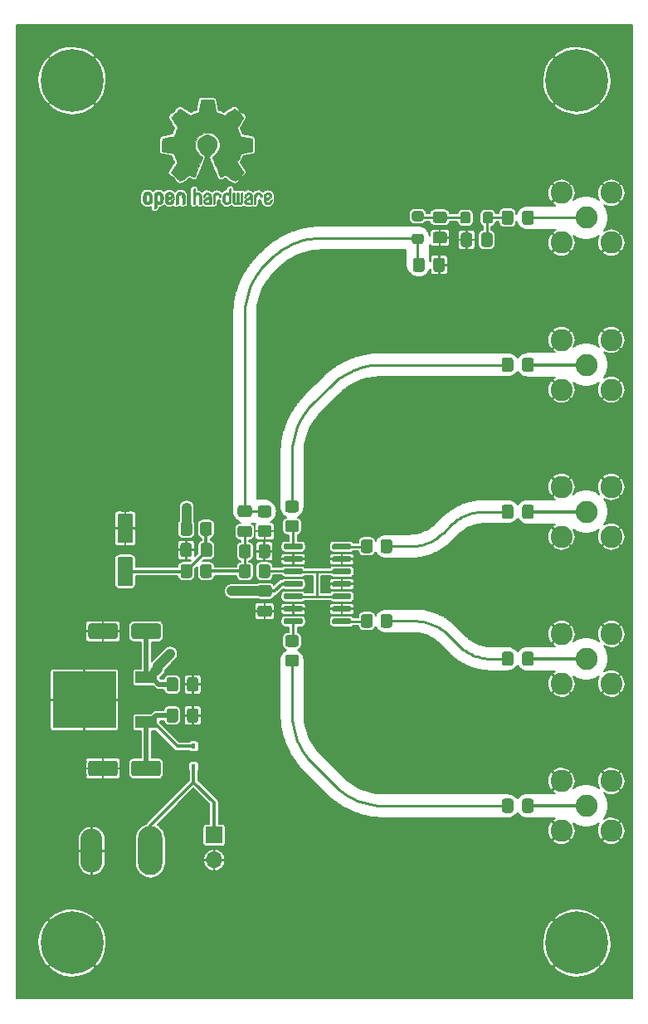
<source format=gtl>
G04 #@! TF.GenerationSoftware,KiCad,Pcbnew,5.1.8-5.1.8*
G04 #@! TF.CreationDate,2020-12-23T15:54:33+01:00*
G04 #@! TF.ProjectId,distribution-amp,64697374-7269-4627-9574-696f6e2d616d,rev?*
G04 #@! TF.SameCoordinates,PX67aef80PY8a2ffa0*
G04 #@! TF.FileFunction,Copper,L1,Top*
G04 #@! TF.FilePolarity,Positive*
%FSLAX46Y46*%
G04 Gerber Fmt 4.6, Leading zero omitted, Abs format (unit mm)*
G04 Created by KiCad (PCBNEW 5.1.8-5.1.8) date 2020-12-23 15:54:33*
%MOMM*%
%LPD*%
G01*
G04 APERTURE LIST*
G04 #@! TA.AperFunction,EtchedComponent*
%ADD10C,0.010000*%
G04 #@! TD*
G04 #@! TA.AperFunction,ComponentPad*
%ADD11O,1.700000X1.700000*%
G04 #@! TD*
G04 #@! TA.AperFunction,ComponentPad*
%ADD12R,1.700000X1.700000*%
G04 #@! TD*
G04 #@! TA.AperFunction,ComponentPad*
%ADD13C,0.800000*%
G04 #@! TD*
G04 #@! TA.AperFunction,ComponentPad*
%ADD14C,6.400000*%
G04 #@! TD*
G04 #@! TA.AperFunction,ComponentPad*
%ADD15O,2.250000X4.500000*%
G04 #@! TD*
G04 #@! TA.AperFunction,ComponentPad*
%ADD16O,2.500000X5.000000*%
G04 #@! TD*
G04 #@! TA.AperFunction,SMDPad,CuDef*
%ADD17R,0.450000X0.600000*%
G04 #@! TD*
G04 #@! TA.AperFunction,SMDPad,CuDef*
%ADD18R,6.400000X5.800000*%
G04 #@! TD*
G04 #@! TA.AperFunction,SMDPad,CuDef*
%ADD19R,2.200000X1.200000*%
G04 #@! TD*
G04 #@! TA.AperFunction,ComponentPad*
%ADD20C,2.250000*%
G04 #@! TD*
G04 #@! TA.AperFunction,ViaPad*
%ADD21C,0.800000*%
G04 #@! TD*
G04 #@! TA.AperFunction,Conductor*
%ADD22C,0.350000*%
G04 #@! TD*
G04 #@! TA.AperFunction,Conductor*
%ADD23C,0.500000*%
G04 #@! TD*
G04 #@! TA.AperFunction,Conductor*
%ADD24C,1.000000*%
G04 #@! TD*
G04 #@! TA.AperFunction,Conductor*
%ADD25C,0.293370*%
G04 #@! TD*
G04 #@! TA.AperFunction,Conductor*
%ADD26C,0.250000*%
G04 #@! TD*
G04 #@! TA.AperFunction,Conductor*
%ADD27C,0.200000*%
G04 #@! TD*
G04 #@! TA.AperFunction,Conductor*
%ADD28C,0.100000*%
G04 #@! TD*
G04 APERTURE END LIST*
D10*
G04 #@! TO.C,OSHW1*
G36*
X14983900Y82625097D02*
G01*
X15095450Y82569478D01*
X15193908Y82467069D01*
X15221023Y82429136D01*
X15250562Y82379500D01*
X15269728Y82325588D01*
X15280693Y82253636D01*
X15285629Y82149878D01*
X15286713Y82012899D01*
X15281818Y81825185D01*
X15264804Y81684242D01*
X15232177Y81579092D01*
X15180442Y81498757D01*
X15106104Y81432259D01*
X15100642Y81428322D01*
X15027380Y81388047D01*
X14939160Y81368120D01*
X14826962Y81363207D01*
X14644567Y81363207D01*
X14644491Y81186143D01*
X14642793Y81087530D01*
X14632450Y81029686D01*
X14605422Y80994994D01*
X14553668Y80965836D01*
X14541239Y80959879D01*
X14483077Y80931961D01*
X14438044Y80914328D01*
X14404559Y80912806D01*
X14381038Y80933219D01*
X14365900Y80981393D01*
X14357563Y81063154D01*
X14354444Y81184328D01*
X14354960Y81350740D01*
X14357529Y81568215D01*
X14358332Y81633264D01*
X14361222Y81857498D01*
X14363812Y82004179D01*
X14644414Y82004179D01*
X14645991Y81879674D01*
X14653000Y81798213D01*
X14668858Y81744485D01*
X14696981Y81703177D01*
X14716075Y81683029D01*
X14794135Y81624079D01*
X14863247Y81619280D01*
X14934560Y81667962D01*
X14936368Y81669759D01*
X14965383Y81707382D01*
X14983033Y81758516D01*
X14991936Y81837262D01*
X14994709Y81957724D01*
X14994759Y81984412D01*
X14988058Y82150417D01*
X14966248Y82265495D01*
X14926765Y82335746D01*
X14867044Y82367271D01*
X14832528Y82370448D01*
X14750611Y82355540D01*
X14694421Y82306452D01*
X14660598Y82216638D01*
X14645780Y82079555D01*
X14644414Y82004179D01*
X14363812Y82004179D01*
X14364287Y82031048D01*
X14368247Y82161618D01*
X14373826Y82256913D01*
X14381746Y82324636D01*
X14392731Y82372493D01*
X14407501Y82408187D01*
X14426782Y82439422D01*
X14435049Y82451176D01*
X14544712Y82562203D01*
X14683365Y82625153D01*
X14843754Y82642703D01*
X14983900Y82625097D01*
G37*
X14983900Y82625097D02*
X15095450Y82569478D01*
X15193908Y82467069D01*
X15221023Y82429136D01*
X15250562Y82379500D01*
X15269728Y82325588D01*
X15280693Y82253636D01*
X15285629Y82149878D01*
X15286713Y82012899D01*
X15281818Y81825185D01*
X15264804Y81684242D01*
X15232177Y81579092D01*
X15180442Y81498757D01*
X15106104Y81432259D01*
X15100642Y81428322D01*
X15027380Y81388047D01*
X14939160Y81368120D01*
X14826962Y81363207D01*
X14644567Y81363207D01*
X14644491Y81186143D01*
X14642793Y81087530D01*
X14632450Y81029686D01*
X14605422Y80994994D01*
X14553668Y80965836D01*
X14541239Y80959879D01*
X14483077Y80931961D01*
X14438044Y80914328D01*
X14404559Y80912806D01*
X14381038Y80933219D01*
X14365900Y80981393D01*
X14357563Y81063154D01*
X14354444Y81184328D01*
X14354960Y81350740D01*
X14357529Y81568215D01*
X14358332Y81633264D01*
X14361222Y81857498D01*
X14363812Y82004179D01*
X14644414Y82004179D01*
X14645991Y81879674D01*
X14653000Y81798213D01*
X14668858Y81744485D01*
X14696981Y81703177D01*
X14716075Y81683029D01*
X14794135Y81624079D01*
X14863247Y81619280D01*
X14934560Y81667962D01*
X14936368Y81669759D01*
X14965383Y81707382D01*
X14983033Y81758516D01*
X14991936Y81837262D01*
X14994709Y81957724D01*
X14994759Y81984412D01*
X14988058Y82150417D01*
X14966248Y82265495D01*
X14926765Y82335746D01*
X14867044Y82367271D01*
X14832528Y82370448D01*
X14750611Y82355540D01*
X14694421Y82306452D01*
X14660598Y82216638D01*
X14645780Y82079555D01*
X14644414Y82004179D01*
X14363812Y82004179D01*
X14364287Y82031048D01*
X14368247Y82161618D01*
X14373826Y82256913D01*
X14381746Y82324636D01*
X14392731Y82372493D01*
X14407501Y82408187D01*
X14426782Y82439422D01*
X14435049Y82451176D01*
X14544712Y82562203D01*
X14683365Y82625153D01*
X14843754Y82642703D01*
X14983900Y82625097D01*
G36*
X17229429Y82609281D02*
G01*
X17323123Y82555086D01*
X17388264Y82501293D01*
X17435907Y82444934D01*
X17468728Y82376013D01*
X17489406Y82284532D01*
X17500620Y82160494D01*
X17505049Y81993902D01*
X17505563Y81874149D01*
X17505563Y81433341D01*
X17381483Y81377717D01*
X17257402Y81322093D01*
X17242805Y81804905D01*
X17236773Y81985221D01*
X17230445Y82116099D01*
X17222606Y82206489D01*
X17212037Y82265336D01*
X17197523Y82301587D01*
X17177848Y82324190D01*
X17171535Y82329083D01*
X17075888Y82367294D01*
X16979207Y82352173D01*
X16921655Y82312057D01*
X16898245Y82283630D01*
X16882039Y82246328D01*
X16871741Y82189777D01*
X16866049Y82103606D01*
X16863664Y81977442D01*
X16863264Y81845958D01*
X16863186Y81681001D01*
X16860361Y81564239D01*
X16850907Y81485490D01*
X16830940Y81434569D01*
X16796576Y81401294D01*
X16743932Y81375480D01*
X16673617Y81348656D01*
X16596820Y81319458D01*
X16605962Y81837654D01*
X16609643Y82024461D01*
X16613950Y82162510D01*
X16620123Y82261432D01*
X16629402Y82330855D01*
X16643027Y82380410D01*
X16662239Y82419727D01*
X16685402Y82454416D01*
X16797152Y82565230D01*
X16933513Y82629311D01*
X17081825Y82644661D01*
X17229429Y82609281D01*
G37*
X17229429Y82609281D02*
X17323123Y82555086D01*
X17388264Y82501293D01*
X17435907Y82444934D01*
X17468728Y82376013D01*
X17489406Y82284532D01*
X17500620Y82160494D01*
X17505049Y81993902D01*
X17505563Y81874149D01*
X17505563Y81433341D01*
X17381483Y81377717D01*
X17257402Y81322093D01*
X17242805Y81804905D01*
X17236773Y81985221D01*
X17230445Y82116099D01*
X17222606Y82206489D01*
X17212037Y82265336D01*
X17197523Y82301587D01*
X17177848Y82324190D01*
X17171535Y82329083D01*
X17075888Y82367294D01*
X16979207Y82352173D01*
X16921655Y82312057D01*
X16898245Y82283630D01*
X16882039Y82246328D01*
X16871741Y82189777D01*
X16866049Y82103606D01*
X16863664Y81977442D01*
X16863264Y81845958D01*
X16863186Y81681001D01*
X16860361Y81564239D01*
X16850907Y81485490D01*
X16830940Y81434569D01*
X16796576Y81401294D01*
X16743932Y81375480D01*
X16673617Y81348656D01*
X16596820Y81319458D01*
X16605962Y81837654D01*
X16609643Y82024461D01*
X16613950Y82162510D01*
X16620123Y82261432D01*
X16629402Y82330855D01*
X16643027Y82380410D01*
X16662239Y82419727D01*
X16685402Y82454416D01*
X16797152Y82565230D01*
X16933513Y82629311D01*
X17081825Y82644661D01*
X17229429Y82609281D01*
G36*
X13860221Y82620985D02*
G01*
X13997061Y82549032D01*
X14098051Y82433234D01*
X14133925Y82358787D01*
X14161839Y82247008D01*
X14176129Y82105773D01*
X14177484Y81951629D01*
X14166595Y81801121D01*
X14144153Y81670795D01*
X14110850Y81577197D01*
X14100615Y81561078D01*
X13979382Y81440751D01*
X13835387Y81368683D01*
X13679139Y81347592D01*
X13521148Y81380198D01*
X13477180Y81399747D01*
X13391556Y81459988D01*
X13316408Y81539865D01*
X13309306Y81549996D01*
X13280439Y81598819D01*
X13261357Y81651010D01*
X13250084Y81719715D01*
X13244645Y81818082D01*
X13243062Y81959256D01*
X13243035Y81990908D01*
X13243107Y82000981D01*
X13534989Y82000981D01*
X13536687Y81867744D01*
X13543372Y81779326D01*
X13557425Y81722215D01*
X13581229Y81682898D01*
X13593379Y81669759D01*
X13663236Y81619828D01*
X13731059Y81622105D01*
X13799635Y81665416D01*
X13840535Y81711654D01*
X13864758Y81779143D01*
X13878361Y81885567D01*
X13879294Y81897980D01*
X13881616Y82090853D01*
X13857350Y82234100D01*
X13806824Y82326840D01*
X13730368Y82368193D01*
X13703076Y82370448D01*
X13631411Y82359107D01*
X13582390Y82319816D01*
X13552418Y82244674D01*
X13537899Y82125778D01*
X13534989Y82000981D01*
X13243107Y82000981D01*
X13244122Y82141341D01*
X13248688Y82246451D01*
X13258688Y82319286D01*
X13276079Y82372892D01*
X13302816Y82420319D01*
X13308724Y82429136D01*
X13408032Y82547993D01*
X13516242Y82616992D01*
X13647981Y82644381D01*
X13692717Y82645719D01*
X13860221Y82620985D01*
G37*
X13860221Y82620985D02*
X13997061Y82549032D01*
X14098051Y82433234D01*
X14133925Y82358787D01*
X14161839Y82247008D01*
X14176129Y82105773D01*
X14177484Y81951629D01*
X14166595Y81801121D01*
X14144153Y81670795D01*
X14110850Y81577197D01*
X14100615Y81561078D01*
X13979382Y81440751D01*
X13835387Y81368683D01*
X13679139Y81347592D01*
X13521148Y81380198D01*
X13477180Y81399747D01*
X13391556Y81459988D01*
X13316408Y81539865D01*
X13309306Y81549996D01*
X13280439Y81598819D01*
X13261357Y81651010D01*
X13250084Y81719715D01*
X13244645Y81818082D01*
X13243062Y81959256D01*
X13243035Y81990908D01*
X13243107Y82000981D01*
X13534989Y82000981D01*
X13536687Y81867744D01*
X13543372Y81779326D01*
X13557425Y81722215D01*
X13581229Y81682898D01*
X13593379Y81669759D01*
X13663236Y81619828D01*
X13731059Y81622105D01*
X13799635Y81665416D01*
X13840535Y81711654D01*
X13864758Y81779143D01*
X13878361Y81885567D01*
X13879294Y81897980D01*
X13881616Y82090853D01*
X13857350Y82234100D01*
X13806824Y82326840D01*
X13730368Y82368193D01*
X13703076Y82370448D01*
X13631411Y82359107D01*
X13582390Y82319816D01*
X13552418Y82244674D01*
X13537899Y82125778D01*
X13534989Y82000981D01*
X13243107Y82000981D01*
X13244122Y82141341D01*
X13248688Y82246451D01*
X13258688Y82319286D01*
X13276079Y82372892D01*
X13302816Y82420319D01*
X13308724Y82429136D01*
X13408032Y82547993D01*
X13516242Y82616992D01*
X13647981Y82644381D01*
X13692717Y82645719D01*
X13860221Y82620985D01*
G36*
X16127552Y82602324D02*
G01*
X16242658Y82524889D01*
X16331611Y82413051D01*
X16384749Y82270735D01*
X16395497Y82165985D01*
X16394276Y82122274D01*
X16384056Y82088806D01*
X16355961Y82058821D01*
X16301116Y82025560D01*
X16210645Y81982262D01*
X16075672Y81922167D01*
X16074989Y81921866D01*
X15950751Y81864963D01*
X15848873Y81814435D01*
X15779767Y81775720D01*
X15753846Y81754260D01*
X15753839Y81754087D01*
X15776685Y81707356D01*
X15830109Y81655846D01*
X15891442Y81618739D01*
X15922515Y81611368D01*
X16007289Y81636862D01*
X16080293Y81700709D01*
X16115913Y81770906D01*
X16150180Y81822657D01*
X16217303Y81881591D01*
X16296208Y81932504D01*
X16365821Y81960191D01*
X16380377Y81961713D01*
X16396763Y81936679D01*
X16397750Y81872689D01*
X16385708Y81786407D01*
X16363007Y81694499D01*
X16332014Y81613631D01*
X16330448Y81610491D01*
X16237181Y81480266D01*
X16116304Y81391689D01*
X15979027Y81348214D01*
X15836560Y81353294D01*
X15700112Y81410384D01*
X15694045Y81414398D01*
X15586710Y81511674D01*
X15516132Y81638591D01*
X15477074Y81805474D01*
X15471832Y81852361D01*
X15462548Y82073671D01*
X15473678Y82176876D01*
X15753839Y82176876D01*
X15757479Y82112497D01*
X15777389Y82093709D01*
X15827026Y82107765D01*
X15905267Y82140991D01*
X15992726Y82182641D01*
X15994899Y82183744D01*
X16069030Y82222735D01*
X16098781Y82248756D01*
X16091445Y82276035D01*
X16060553Y82311879D01*
X15981960Y82363749D01*
X15897323Y82367561D01*
X15821403Y82329811D01*
X15768965Y82256999D01*
X15753839Y82176876D01*
X15473678Y82176876D01*
X15481644Y82250739D01*
X15530634Y82391171D01*
X15598836Y82489553D01*
X15721935Y82588970D01*
X15857528Y82638289D01*
X15995955Y82641432D01*
X16127552Y82602324D01*
G37*
X16127552Y82602324D02*
X16242658Y82524889D01*
X16331611Y82413051D01*
X16384749Y82270735D01*
X16395497Y82165985D01*
X16394276Y82122274D01*
X16384056Y82088806D01*
X16355961Y82058821D01*
X16301116Y82025560D01*
X16210645Y81982262D01*
X16075672Y81922167D01*
X16074989Y81921866D01*
X15950751Y81864963D01*
X15848873Y81814435D01*
X15779767Y81775720D01*
X15753846Y81754260D01*
X15753839Y81754087D01*
X15776685Y81707356D01*
X15830109Y81655846D01*
X15891442Y81618739D01*
X15922515Y81611368D01*
X16007289Y81636862D01*
X16080293Y81700709D01*
X16115913Y81770906D01*
X16150180Y81822657D01*
X16217303Y81881591D01*
X16296208Y81932504D01*
X16365821Y81960191D01*
X16380377Y81961713D01*
X16396763Y81936679D01*
X16397750Y81872689D01*
X16385708Y81786407D01*
X16363007Y81694499D01*
X16332014Y81613631D01*
X16330448Y81610491D01*
X16237181Y81480266D01*
X16116304Y81391689D01*
X15979027Y81348214D01*
X15836560Y81353294D01*
X15700112Y81410384D01*
X15694045Y81414398D01*
X15586710Y81511674D01*
X15516132Y81638591D01*
X15477074Y81805474D01*
X15471832Y81852361D01*
X15462548Y82073671D01*
X15473678Y82176876D01*
X15753839Y82176876D01*
X15757479Y82112497D01*
X15777389Y82093709D01*
X15827026Y82107765D01*
X15905267Y82140991D01*
X15992726Y82182641D01*
X15994899Y82183744D01*
X16069030Y82222735D01*
X16098781Y82248756D01*
X16091445Y82276035D01*
X16060553Y82311879D01*
X15981960Y82363749D01*
X15897323Y82367561D01*
X15821403Y82329811D01*
X15768965Y82256999D01*
X15753839Y82176876D01*
X15473678Y82176876D01*
X15481644Y82250739D01*
X15530634Y82391171D01*
X15598836Y82489553D01*
X15721935Y82588970D01*
X15857528Y82638289D01*
X15995955Y82641432D01*
X16127552Y82602324D01*
G36*
X18556598Y82763143D02*
G01*
X18565154Y82643812D01*
X18574981Y82573494D01*
X18588599Y82542821D01*
X18608527Y82542429D01*
X18614989Y82546090D01*
X18700940Y82572602D01*
X18812745Y82571054D01*
X18926414Y82543801D01*
X18997510Y82508545D01*
X19070405Y82452222D01*
X19123693Y82388481D01*
X19160275Y82307490D01*
X19183050Y82199414D01*
X19194919Y82054420D01*
X19198782Y81862674D01*
X19198851Y81825891D01*
X19198897Y81412712D01*
X19106954Y81380661D01*
X19041652Y81358856D01*
X19005824Y81348703D01*
X19004770Y81348609D01*
X19001242Y81376140D01*
X18998239Y81452077D01*
X18995990Y81566435D01*
X18994724Y81709231D01*
X18994529Y81796049D01*
X18994123Y81967227D01*
X18992032Y82089912D01*
X18986947Y82174000D01*
X18977560Y82229386D01*
X18962561Y82265968D01*
X18940642Y82293641D01*
X18926957Y82306968D01*
X18832949Y82360672D01*
X18730364Y82364693D01*
X18637290Y82319275D01*
X18620078Y82302877D01*
X18594832Y82272043D01*
X18577320Y82235469D01*
X18566142Y82182585D01*
X18559896Y82102823D01*
X18557182Y81985615D01*
X18556598Y81824009D01*
X18556598Y81412712D01*
X18464655Y81380661D01*
X18399353Y81358856D01*
X18363525Y81348703D01*
X18362471Y81348609D01*
X18359775Y81376552D01*
X18357345Y81455370D01*
X18355278Y81577547D01*
X18353671Y81735568D01*
X18352623Y81921917D01*
X18352231Y82129080D01*
X18352230Y82138294D01*
X18352230Y82927980D01*
X18447115Y82968003D01*
X18542000Y83008027D01*
X18556598Y82763143D01*
G37*
X18556598Y82763143D02*
X18565154Y82643812D01*
X18574981Y82573494D01*
X18588599Y82542821D01*
X18608527Y82542429D01*
X18614989Y82546090D01*
X18700940Y82572602D01*
X18812745Y82571054D01*
X18926414Y82543801D01*
X18997510Y82508545D01*
X19070405Y82452222D01*
X19123693Y82388481D01*
X19160275Y82307490D01*
X19183050Y82199414D01*
X19194919Y82054420D01*
X19198782Y81862674D01*
X19198851Y81825891D01*
X19198897Y81412712D01*
X19106954Y81380661D01*
X19041652Y81358856D01*
X19005824Y81348703D01*
X19004770Y81348609D01*
X19001242Y81376140D01*
X18998239Y81452077D01*
X18995990Y81566435D01*
X18994724Y81709231D01*
X18994529Y81796049D01*
X18994123Y81967227D01*
X18992032Y82089912D01*
X18986947Y82174000D01*
X18977560Y82229386D01*
X18962561Y82265968D01*
X18940642Y82293641D01*
X18926957Y82306968D01*
X18832949Y82360672D01*
X18730364Y82364693D01*
X18637290Y82319275D01*
X18620078Y82302877D01*
X18594832Y82272043D01*
X18577320Y82235469D01*
X18566142Y82182585D01*
X18559896Y82102823D01*
X18557182Y81985615D01*
X18556598Y81824009D01*
X18556598Y81412712D01*
X18464655Y81380661D01*
X18399353Y81358856D01*
X18363525Y81348703D01*
X18362471Y81348609D01*
X18359775Y81376552D01*
X18357345Y81455370D01*
X18355278Y81577547D01*
X18353671Y81735568D01*
X18352623Y81921917D01*
X18352231Y82129080D01*
X18352230Y82138294D01*
X18352230Y82927980D01*
X18447115Y82968003D01*
X18542000Y83008027D01*
X18556598Y82763143D01*
G36*
X19891944Y82562640D02*
G01*
X20006343Y82520158D01*
X20007652Y82519342D01*
X20078403Y82467270D01*
X20130636Y82406416D01*
X20167371Y82327113D01*
X20191634Y82219691D01*
X20206445Y82074483D01*
X20214829Y81881821D01*
X20215564Y81854372D01*
X20226120Y81440479D01*
X20137291Y81394544D01*
X20073018Y81363502D01*
X20034210Y81348794D01*
X20032415Y81348609D01*
X20025700Y81375750D01*
X20020365Y81448959D01*
X20017083Y81555919D01*
X20016368Y81642531D01*
X20016351Y81782838D01*
X20009937Y81870949D01*
X19987580Y81912975D01*
X19939732Y81915025D01*
X19856849Y81883210D01*
X19731713Y81824728D01*
X19639697Y81776155D01*
X19592371Y81734014D01*
X19578458Y81688084D01*
X19578437Y81685811D01*
X19601395Y81606689D01*
X19669370Y81563945D01*
X19773398Y81557754D01*
X19848330Y81558828D01*
X19887839Y81537247D01*
X19912478Y81485409D01*
X19926659Y81419368D01*
X19906223Y81381896D01*
X19898528Y81376533D01*
X19826083Y81354994D01*
X19724633Y81351945D01*
X19620157Y81366222D01*
X19546125Y81392312D01*
X19443772Y81479215D01*
X19385591Y81600184D01*
X19374069Y81694692D01*
X19382862Y81779938D01*
X19414680Y81849524D01*
X19477684Y81911328D01*
X19580031Y81973228D01*
X19729882Y82043103D01*
X19739012Y82047052D01*
X19873997Y82109412D01*
X19957294Y82160554D01*
X19992997Y82206512D01*
X19985203Y82253317D01*
X19938007Y82307002D01*
X19923894Y82319356D01*
X19829359Y82367259D01*
X19731406Y82365242D01*
X19646097Y82318276D01*
X19589496Y82231331D01*
X19584237Y82214266D01*
X19533023Y82131496D01*
X19468037Y82091628D01*
X19374069Y82052118D01*
X19374069Y82154342D01*
X19402653Y82302928D01*
X19487495Y82439216D01*
X19531645Y82484809D01*
X19632005Y82543326D01*
X19759635Y82569816D01*
X19891944Y82562640D01*
G37*
X19891944Y82562640D02*
X20006343Y82520158D01*
X20007652Y82519342D01*
X20078403Y82467270D01*
X20130636Y82406416D01*
X20167371Y82327113D01*
X20191634Y82219691D01*
X20206445Y82074483D01*
X20214829Y81881821D01*
X20215564Y81854372D01*
X20226120Y81440479D01*
X20137291Y81394544D01*
X20073018Y81363502D01*
X20034210Y81348794D01*
X20032415Y81348609D01*
X20025700Y81375750D01*
X20020365Y81448959D01*
X20017083Y81555919D01*
X20016368Y81642531D01*
X20016351Y81782838D01*
X20009937Y81870949D01*
X19987580Y81912975D01*
X19939732Y81915025D01*
X19856849Y81883210D01*
X19731713Y81824728D01*
X19639697Y81776155D01*
X19592371Y81734014D01*
X19578458Y81688084D01*
X19578437Y81685811D01*
X19601395Y81606689D01*
X19669370Y81563945D01*
X19773398Y81557754D01*
X19848330Y81558828D01*
X19887839Y81537247D01*
X19912478Y81485409D01*
X19926659Y81419368D01*
X19906223Y81381896D01*
X19898528Y81376533D01*
X19826083Y81354994D01*
X19724633Y81351945D01*
X19620157Y81366222D01*
X19546125Y81392312D01*
X19443772Y81479215D01*
X19385591Y81600184D01*
X19374069Y81694692D01*
X19382862Y81779938D01*
X19414680Y81849524D01*
X19477684Y81911328D01*
X19580031Y81973228D01*
X19729882Y82043103D01*
X19739012Y82047052D01*
X19873997Y82109412D01*
X19957294Y82160554D01*
X19992997Y82206512D01*
X19985203Y82253317D01*
X19938007Y82307002D01*
X19923894Y82319356D01*
X19829359Y82367259D01*
X19731406Y82365242D01*
X19646097Y82318276D01*
X19589496Y82231331D01*
X19584237Y82214266D01*
X19533023Y82131496D01*
X19468037Y82091628D01*
X19374069Y82052118D01*
X19374069Y82154342D01*
X19402653Y82302928D01*
X19487495Y82439216D01*
X19531645Y82484809D01*
X19632005Y82543326D01*
X19759635Y82569816D01*
X19891944Y82562640D01*
G36*
X20877943Y82565080D02*
G01*
X21010565Y82516141D01*
X21118010Y82429581D01*
X21160032Y82368648D01*
X21205843Y82256839D01*
X21204891Y82175994D01*
X21156808Y82121622D01*
X21139017Y82112376D01*
X21062204Y82083550D01*
X21022976Y82090935D01*
X21009689Y82139342D01*
X21009012Y82166080D01*
X20984686Y82264452D01*
X20921281Y82333266D01*
X20833154Y82366502D01*
X20734663Y82358139D01*
X20654602Y82314704D01*
X20627561Y82289928D01*
X20608394Y82259871D01*
X20595446Y82214435D01*
X20587064Y82143524D01*
X20581593Y82037040D01*
X20577378Y81884888D01*
X20576287Y81836713D01*
X20572307Y81671905D01*
X20567781Y81555912D01*
X20560995Y81479167D01*
X20550231Y81432107D01*
X20533773Y81405165D01*
X20509906Y81388777D01*
X20494626Y81381537D01*
X20429733Y81356780D01*
X20391534Y81348609D01*
X20378912Y81375897D01*
X20371208Y81458397D01*
X20368380Y81597059D01*
X20370386Y81792838D01*
X20371011Y81823035D01*
X20375421Y82001651D01*
X20380635Y82132077D01*
X20388055Y82224508D01*
X20399082Y82289142D01*
X20415117Y82336175D01*
X20437561Y82375804D01*
X20449302Y82392785D01*
X20516619Y82467920D01*
X20591910Y82526362D01*
X20601128Y82531464D01*
X20736133Y82571740D01*
X20877943Y82565080D01*
G37*
X20877943Y82565080D02*
X21010565Y82516141D01*
X21118010Y82429581D01*
X21160032Y82368648D01*
X21205843Y82256839D01*
X21204891Y82175994D01*
X21156808Y82121622D01*
X21139017Y82112376D01*
X21062204Y82083550D01*
X21022976Y82090935D01*
X21009689Y82139342D01*
X21009012Y82166080D01*
X20984686Y82264452D01*
X20921281Y82333266D01*
X20833154Y82366502D01*
X20734663Y82358139D01*
X20654602Y82314704D01*
X20627561Y82289928D01*
X20608394Y82259871D01*
X20595446Y82214435D01*
X20587064Y82143524D01*
X20581593Y82037040D01*
X20577378Y81884888D01*
X20576287Y81836713D01*
X20572307Y81671905D01*
X20567781Y81555912D01*
X20560995Y81479167D01*
X20550231Y81432107D01*
X20533773Y81405165D01*
X20509906Y81388777D01*
X20494626Y81381537D01*
X20429733Y81356780D01*
X20391534Y81348609D01*
X20378912Y81375897D01*
X20371208Y81458397D01*
X20368380Y81597059D01*
X20370386Y81792838D01*
X20371011Y81823035D01*
X20375421Y82001651D01*
X20380635Y82132077D01*
X20388055Y82224508D01*
X20399082Y82289142D01*
X20415117Y82336175D01*
X20437561Y82375804D01*
X20449302Y82392785D01*
X20516619Y82467920D01*
X20591910Y82526362D01*
X20601128Y82531464D01*
X20736133Y82571740D01*
X20877943Y82565080D01*
G36*
X22205914Y82332545D02*
G01*
X22205543Y82114339D01*
X22204108Y81946481D01*
X22201002Y81820930D01*
X22195622Y81729645D01*
X22187362Y81664585D01*
X22175616Y81617709D01*
X22159781Y81580976D01*
X22147790Y81560009D01*
X22048490Y81446306D01*
X21922588Y81375035D01*
X21783291Y81349462D01*
X21643805Y81372850D01*
X21560743Y81414881D01*
X21473545Y81487589D01*
X21414117Y81576388D01*
X21378261Y81692680D01*
X21361781Y81847865D01*
X21359447Y81961713D01*
X21359761Y81969894D01*
X21563724Y81969894D01*
X21564970Y81839343D01*
X21570678Y81752920D01*
X21583804Y81696382D01*
X21607306Y81655486D01*
X21635386Y81624638D01*
X21729688Y81565095D01*
X21830940Y81560008D01*
X21926636Y81609721D01*
X21934084Y81616457D01*
X21965874Y81651498D01*
X21985808Y81693189D01*
X21996600Y81755238D01*
X22000965Y81851356D01*
X22001655Y81957621D01*
X22000159Y82091120D01*
X21993964Y82180178D01*
X21980514Y82238707D01*
X21957251Y82280618D01*
X21938175Y82302877D01*
X21849563Y82359015D01*
X21747508Y82365765D01*
X21650095Y82322886D01*
X21631296Y82306968D01*
X21599293Y82271618D01*
X21579318Y82229498D01*
X21568593Y82166749D01*
X21564339Y82069513D01*
X21563724Y81969894D01*
X21359761Y81969894D01*
X21366504Y82145053D01*
X21390472Y82282805D01*
X21435548Y82386368D01*
X21505928Y82467144D01*
X21560743Y82508545D01*
X21660376Y82553272D01*
X21775855Y82574033D01*
X21883199Y82568475D01*
X21943264Y82546057D01*
X21966835Y82539677D01*
X21982477Y82563465D01*
X21993395Y82627212D01*
X22001655Y82724313D01*
X22010699Y82832459D01*
X22023261Y82897525D01*
X22046119Y82934732D01*
X22086051Y82959301D01*
X22111138Y82970181D01*
X22206023Y83009928D01*
X22205914Y82332545D01*
G37*
X22205914Y82332545D02*
X22205543Y82114339D01*
X22204108Y81946481D01*
X22201002Y81820930D01*
X22195622Y81729645D01*
X22187362Y81664585D01*
X22175616Y81617709D01*
X22159781Y81580976D01*
X22147790Y81560009D01*
X22048490Y81446306D01*
X21922588Y81375035D01*
X21783291Y81349462D01*
X21643805Y81372850D01*
X21560743Y81414881D01*
X21473545Y81487589D01*
X21414117Y81576388D01*
X21378261Y81692680D01*
X21361781Y81847865D01*
X21359447Y81961713D01*
X21359761Y81969894D01*
X21563724Y81969894D01*
X21564970Y81839343D01*
X21570678Y81752920D01*
X21583804Y81696382D01*
X21607306Y81655486D01*
X21635386Y81624638D01*
X21729688Y81565095D01*
X21830940Y81560008D01*
X21926636Y81609721D01*
X21934084Y81616457D01*
X21965874Y81651498D01*
X21985808Y81693189D01*
X21996600Y81755238D01*
X22000965Y81851356D01*
X22001655Y81957621D01*
X22000159Y82091120D01*
X21993964Y82180178D01*
X21980514Y82238707D01*
X21957251Y82280618D01*
X21938175Y82302877D01*
X21849563Y82359015D01*
X21747508Y82365765D01*
X21650095Y82322886D01*
X21631296Y82306968D01*
X21599293Y82271618D01*
X21579318Y82229498D01*
X21568593Y82166749D01*
X21564339Y82069513D01*
X21563724Y81969894D01*
X21359761Y81969894D01*
X21366504Y82145053D01*
X21390472Y82282805D01*
X21435548Y82386368D01*
X21505928Y82467144D01*
X21560743Y82508545D01*
X21660376Y82553272D01*
X21775855Y82574033D01*
X21883199Y82568475D01*
X21943264Y82546057D01*
X21966835Y82539677D01*
X21982477Y82563465D01*
X21993395Y82627212D01*
X22001655Y82724313D01*
X22010699Y82832459D01*
X22023261Y82897525D01*
X22046119Y82934732D01*
X22086051Y82959301D01*
X22111138Y82970181D01*
X22206023Y83009928D01*
X22205914Y82332545D01*
G36*
X23392124Y82547160D02*
G01*
X23396579Y82470347D01*
X23400071Y82353609D01*
X23402315Y82206179D01*
X23403035Y82051545D01*
X23403035Y81528273D01*
X23310645Y81435883D01*
X23246978Y81378953D01*
X23191089Y81355893D01*
X23114702Y81357353D01*
X23084380Y81361066D01*
X22989610Y81371874D01*
X22911222Y81378067D01*
X22892115Y81378639D01*
X22827699Y81374898D01*
X22735571Y81365506D01*
X22699850Y81361066D01*
X22612114Y81354199D01*
X22553153Y81369115D01*
X22494690Y81415165D01*
X22473585Y81435883D01*
X22381195Y81528273D01*
X22381195Y82507053D01*
X22455558Y82540934D01*
X22519590Y82566030D01*
X22557052Y82574816D01*
X22566657Y82547050D01*
X22575635Y82469470D01*
X22583386Y82350652D01*
X22589314Y82199172D01*
X22592173Y82071195D01*
X22600161Y81567575D01*
X22669848Y81557722D01*
X22733229Y81564611D01*
X22764286Y81586917D01*
X22772967Y81628621D01*
X22780378Y81717456D01*
X22785931Y81842166D01*
X22789036Y81991493D01*
X22789484Y82068339D01*
X22789931Y82510713D01*
X22881874Y82542765D01*
X22946949Y82564557D01*
X22982347Y82574719D01*
X22983368Y82574816D01*
X22986920Y82547191D01*
X22990823Y82470589D01*
X22994751Y82354421D01*
X22998376Y82208096D01*
X23000908Y82071195D01*
X23008897Y81567575D01*
X23184069Y81567575D01*
X23192107Y82027035D01*
X23200146Y82486495D01*
X23285543Y82530656D01*
X23348593Y82560981D01*
X23385910Y82574742D01*
X23386987Y82574816D01*
X23392124Y82547160D01*
G37*
X23392124Y82547160D02*
X23396579Y82470347D01*
X23400071Y82353609D01*
X23402315Y82206179D01*
X23403035Y82051545D01*
X23403035Y81528273D01*
X23310645Y81435883D01*
X23246978Y81378953D01*
X23191089Y81355893D01*
X23114702Y81357353D01*
X23084380Y81361066D01*
X22989610Y81371874D01*
X22911222Y81378067D01*
X22892115Y81378639D01*
X22827699Y81374898D01*
X22735571Y81365506D01*
X22699850Y81361066D01*
X22612114Y81354199D01*
X22553153Y81369115D01*
X22494690Y81415165D01*
X22473585Y81435883D01*
X22381195Y81528273D01*
X22381195Y82507053D01*
X22455558Y82540934D01*
X22519590Y82566030D01*
X22557052Y82574816D01*
X22566657Y82547050D01*
X22575635Y82469470D01*
X22583386Y82350652D01*
X22589314Y82199172D01*
X22592173Y82071195D01*
X22600161Y81567575D01*
X22669848Y81557722D01*
X22733229Y81564611D01*
X22764286Y81586917D01*
X22772967Y81628621D01*
X22780378Y81717456D01*
X22785931Y81842166D01*
X22789036Y81991493D01*
X22789484Y82068339D01*
X22789931Y82510713D01*
X22881874Y82542765D01*
X22946949Y82564557D01*
X22982347Y82574719D01*
X22983368Y82574816D01*
X22986920Y82547191D01*
X22990823Y82470589D01*
X22994751Y82354421D01*
X22998376Y82208096D01*
X23000908Y82071195D01*
X23008897Y81567575D01*
X23184069Y81567575D01*
X23192107Y82027035D01*
X23200146Y82486495D01*
X23285543Y82530656D01*
X23348593Y82560981D01*
X23385910Y82574742D01*
X23386987Y82574816D01*
X23392124Y82547160D01*
G36*
X24126406Y82551844D02*
G01*
X24210469Y82513607D01*
X24276450Y82467274D01*
X24324794Y82415468D01*
X24358172Y82348637D01*
X24379253Y82257231D01*
X24390707Y82131699D01*
X24395203Y81962492D01*
X24395678Y81851067D01*
X24395678Y81416373D01*
X24321316Y81382491D01*
X24262746Y81357728D01*
X24233730Y81348609D01*
X24228179Y81375743D01*
X24223775Y81448906D01*
X24221078Y81555737D01*
X24220506Y81640563D01*
X24218046Y81763113D01*
X24211412Y81860332D01*
X24201726Y81919866D01*
X24194032Y81932517D01*
X24142311Y81919598D01*
X24061117Y81886461D01*
X23967102Y81841539D01*
X23876917Y81793265D01*
X23807215Y81750072D01*
X23774648Y81720392D01*
X23774519Y81720071D01*
X23777320Y81665143D01*
X23802439Y81612708D01*
X23846541Y81570119D01*
X23910909Y81555874D01*
X23965921Y81557534D01*
X24043835Y81558755D01*
X24084732Y81540502D01*
X24109295Y81492274D01*
X24112392Y81483180D01*
X24123040Y81414402D01*
X24094565Y81372640D01*
X24020344Y81352737D01*
X23940168Y81349056D01*
X23795890Y81376342D01*
X23721203Y81415310D01*
X23628963Y81506852D01*
X23580043Y81619218D01*
X23575654Y81737949D01*
X23617001Y81848589D01*
X23679197Y81917920D01*
X23741294Y81956735D01*
X23838895Y82005875D01*
X23952632Y82055708D01*
X23971590Y82063323D01*
X24096521Y82118455D01*
X24168539Y82167046D01*
X24191700Y82215353D01*
X24170064Y82269630D01*
X24132920Y82312057D01*
X24045127Y82364298D01*
X23948530Y82368216D01*
X23859944Y82327959D01*
X23796186Y82247674D01*
X23787817Y82226960D01*
X23739096Y82150775D01*
X23667965Y82094215D01*
X23578207Y82047799D01*
X23578207Y82179416D01*
X23583490Y82259832D01*
X23606142Y82323214D01*
X23656367Y82390837D01*
X23704582Y82442924D01*
X23779554Y82516678D01*
X23837806Y82556298D01*
X23900372Y82572190D01*
X23971193Y82574816D01*
X24126406Y82551844D01*
G37*
X24126406Y82551844D02*
X24210469Y82513607D01*
X24276450Y82467274D01*
X24324794Y82415468D01*
X24358172Y82348637D01*
X24379253Y82257231D01*
X24390707Y82131699D01*
X24395203Y81962492D01*
X24395678Y81851067D01*
X24395678Y81416373D01*
X24321316Y81382491D01*
X24262746Y81357728D01*
X24233730Y81348609D01*
X24228179Y81375743D01*
X24223775Y81448906D01*
X24221078Y81555737D01*
X24220506Y81640563D01*
X24218046Y81763113D01*
X24211412Y81860332D01*
X24201726Y81919866D01*
X24194032Y81932517D01*
X24142311Y81919598D01*
X24061117Y81886461D01*
X23967102Y81841539D01*
X23876917Y81793265D01*
X23807215Y81750072D01*
X23774648Y81720392D01*
X23774519Y81720071D01*
X23777320Y81665143D01*
X23802439Y81612708D01*
X23846541Y81570119D01*
X23910909Y81555874D01*
X23965921Y81557534D01*
X24043835Y81558755D01*
X24084732Y81540502D01*
X24109295Y81492274D01*
X24112392Y81483180D01*
X24123040Y81414402D01*
X24094565Y81372640D01*
X24020344Y81352737D01*
X23940168Y81349056D01*
X23795890Y81376342D01*
X23721203Y81415310D01*
X23628963Y81506852D01*
X23580043Y81619218D01*
X23575654Y81737949D01*
X23617001Y81848589D01*
X23679197Y81917920D01*
X23741294Y81956735D01*
X23838895Y82005875D01*
X23952632Y82055708D01*
X23971590Y82063323D01*
X24096521Y82118455D01*
X24168539Y82167046D01*
X24191700Y82215353D01*
X24170064Y82269630D01*
X24132920Y82312057D01*
X24045127Y82364298D01*
X23948530Y82368216D01*
X23859944Y82327959D01*
X23796186Y82247674D01*
X23787817Y82226960D01*
X23739096Y82150775D01*
X23667965Y82094215D01*
X23578207Y82047799D01*
X23578207Y82179416D01*
X23583490Y82259832D01*
X23606142Y82323214D01*
X23656367Y82390837D01*
X23704582Y82442924D01*
X23779554Y82516678D01*
X23837806Y82556298D01*
X23900372Y82572190D01*
X23971193Y82574816D01*
X24126406Y82551844D01*
G36*
X25147690Y82546982D02*
G01*
X25182585Y82531731D01*
X25265877Y82465765D01*
X25337103Y82370382D01*
X25381153Y82268594D01*
X25388322Y82218413D01*
X25364285Y82148353D01*
X25311561Y82111283D01*
X25255031Y82088836D01*
X25229146Y82084700D01*
X25216542Y82114717D01*
X25191654Y82180039D01*
X25180735Y82209555D01*
X25119508Y82311652D01*
X25030861Y82362577D01*
X24917193Y82361011D01*
X24908774Y82359006D01*
X24848088Y82330233D01*
X24803474Y82274141D01*
X24773002Y82183837D01*
X24754744Y82052429D01*
X24746771Y81873026D01*
X24746023Y81777567D01*
X24745652Y81627087D01*
X24743223Y81524505D01*
X24736760Y81459328D01*
X24724288Y81421062D01*
X24703833Y81399215D01*
X24673419Y81383293D01*
X24671661Y81382491D01*
X24613091Y81357728D01*
X24584075Y81348609D01*
X24579616Y81376178D01*
X24575799Y81452380D01*
X24572899Y81567459D01*
X24571191Y81711659D01*
X24570851Y81817186D01*
X24572588Y82021387D01*
X24579382Y82176303D01*
X24593607Y82290976D01*
X24617638Y82374449D01*
X24653848Y82435764D01*
X24704612Y82483966D01*
X24754739Y82517607D01*
X24875275Y82562381D01*
X25015557Y82572479D01*
X25147690Y82546982D01*
G37*
X25147690Y82546982D02*
X25182585Y82531731D01*
X25265877Y82465765D01*
X25337103Y82370382D01*
X25381153Y82268594D01*
X25388322Y82218413D01*
X25364285Y82148353D01*
X25311561Y82111283D01*
X25255031Y82088836D01*
X25229146Y82084700D01*
X25216542Y82114717D01*
X25191654Y82180039D01*
X25180735Y82209555D01*
X25119508Y82311652D01*
X25030861Y82362577D01*
X24917193Y82361011D01*
X24908774Y82359006D01*
X24848088Y82330233D01*
X24803474Y82274141D01*
X24773002Y82183837D01*
X24754744Y82052429D01*
X24746771Y81873026D01*
X24746023Y81777567D01*
X24745652Y81627087D01*
X24743223Y81524505D01*
X24736760Y81459328D01*
X24724288Y81421062D01*
X24703833Y81399215D01*
X24673419Y81383293D01*
X24671661Y81382491D01*
X24613091Y81357728D01*
X24584075Y81348609D01*
X24579616Y81376178D01*
X24575799Y81452380D01*
X24572899Y81567459D01*
X24571191Y81711659D01*
X24570851Y81817186D01*
X24572588Y82021387D01*
X24579382Y82176303D01*
X24593607Y82290976D01*
X24617638Y82374449D01*
X24653848Y82435764D01*
X24704612Y82483966D01*
X24754739Y82517607D01*
X24875275Y82562381D01*
X25015557Y82572479D01*
X25147690Y82546982D01*
G36*
X26155439Y82530460D02*
G01*
X26270950Y82454966D01*
X26326664Y82387383D01*
X26370804Y82264745D01*
X26374309Y82167702D01*
X26366368Y82037944D01*
X26067115Y81906961D01*
X25921611Y81840042D01*
X25826537Y81786210D01*
X25777101Y81739584D01*
X25768511Y81694280D01*
X25795972Y81644418D01*
X25826253Y81611368D01*
X25914363Y81558367D01*
X26010196Y81554653D01*
X26098212Y81595959D01*
X26162869Y81678017D01*
X26174433Y81706992D01*
X26229825Y81797491D01*
X26293553Y81836060D01*
X26380966Y81869054D01*
X26380966Y81743966D01*
X26373238Y81658844D01*
X26342966Y81587062D01*
X26279518Y81504644D01*
X26270088Y81493934D01*
X26199513Y81420609D01*
X26138847Y81381258D01*
X26062950Y81363155D01*
X26000030Y81357226D01*
X25887487Y81355749D01*
X25807370Y81374465D01*
X25757390Y81402253D01*
X25678838Y81463359D01*
X25624463Y81529446D01*
X25590052Y81612559D01*
X25571388Y81724746D01*
X25564256Y81878054D01*
X25563687Y81955864D01*
X25565622Y82049147D01*
X25741899Y82049147D01*
X25743944Y81999104D01*
X25749039Y81990908D01*
X25782666Y82002042D01*
X25855030Y82031507D01*
X25951747Y82073399D01*
X25971973Y82082403D01*
X26094203Y82144558D01*
X26161547Y82199185D01*
X26176348Y82250351D01*
X26140947Y82302124D01*
X26111711Y82325000D01*
X26006216Y82370750D01*
X25907476Y82363192D01*
X25824812Y82307349D01*
X25767548Y82208247D01*
X25749188Y82129586D01*
X25741899Y82049147D01*
X25565622Y82049147D01*
X25567459Y82137649D01*
X25581359Y82272147D01*
X25608894Y82370084D01*
X25653572Y82442189D01*
X25718901Y82499187D01*
X25747383Y82517607D01*
X25876763Y82565578D01*
X26018412Y82568597D01*
X26155439Y82530460D01*
G37*
X26155439Y82530460D02*
X26270950Y82454966D01*
X26326664Y82387383D01*
X26370804Y82264745D01*
X26374309Y82167702D01*
X26366368Y82037944D01*
X26067115Y81906961D01*
X25921611Y81840042D01*
X25826537Y81786210D01*
X25777101Y81739584D01*
X25768511Y81694280D01*
X25795972Y81644418D01*
X25826253Y81611368D01*
X25914363Y81558367D01*
X26010196Y81554653D01*
X26098212Y81595959D01*
X26162869Y81678017D01*
X26174433Y81706992D01*
X26229825Y81797491D01*
X26293553Y81836060D01*
X26380966Y81869054D01*
X26380966Y81743966D01*
X26373238Y81658844D01*
X26342966Y81587062D01*
X26279518Y81504644D01*
X26270088Y81493934D01*
X26199513Y81420609D01*
X26138847Y81381258D01*
X26062950Y81363155D01*
X26000030Y81357226D01*
X25887487Y81355749D01*
X25807370Y81374465D01*
X25757390Y81402253D01*
X25678838Y81463359D01*
X25624463Y81529446D01*
X25590052Y81612559D01*
X25571388Y81724746D01*
X25564256Y81878054D01*
X25563687Y81955864D01*
X25565622Y82049147D01*
X25741899Y82049147D01*
X25743944Y81999104D01*
X25749039Y81990908D01*
X25782666Y82002042D01*
X25855030Y82031507D01*
X25951747Y82073399D01*
X25971973Y82082403D01*
X26094203Y82144558D01*
X26161547Y82199185D01*
X26176348Y82250351D01*
X26140947Y82302124D01*
X26111711Y82325000D01*
X26006216Y82370750D01*
X25907476Y82363192D01*
X25824812Y82307349D01*
X25767548Y82208247D01*
X25749188Y82129586D01*
X25741899Y82049147D01*
X25565622Y82049147D01*
X25567459Y82137649D01*
X25581359Y82272147D01*
X25608894Y82370084D01*
X25653572Y82442189D01*
X25718901Y82499187D01*
X25747383Y82517607D01*
X25876763Y82565578D01*
X26018412Y82568597D01*
X26155439Y82530460D01*
G36*
X20021014Y92034002D02*
G01*
X20179006Y92033137D01*
X20293347Y92030795D01*
X20371407Y92026238D01*
X20420554Y92018730D01*
X20448159Y92007534D01*
X20461592Y91991912D01*
X20468221Y91971127D01*
X20468865Y91968437D01*
X20478935Y91919887D01*
X20497575Y91824095D01*
X20522845Y91691257D01*
X20552807Y91531569D01*
X20585522Y91355226D01*
X20586664Y91349033D01*
X20619433Y91176218D01*
X20650093Y91023531D01*
X20676664Y90900129D01*
X20697167Y90815169D01*
X20709626Y90777810D01*
X20710220Y90777148D01*
X20746919Y90758905D01*
X20822586Y90728503D01*
X20920878Y90692507D01*
X20921425Y90692315D01*
X21045233Y90645778D01*
X21191196Y90586496D01*
X21328781Y90526891D01*
X21335293Y90523944D01*
X21559390Y90422235D01*
X22055619Y90761103D01*
X22207846Y90864408D01*
X22345741Y90956763D01*
X22461315Y91032916D01*
X22546579Y91087615D01*
X22593544Y91115607D01*
X22598004Y91117683D01*
X22632134Y91108440D01*
X22695881Y91063844D01*
X22791731Y90981791D01*
X22922169Y90860179D01*
X23055328Y90730795D01*
X23183694Y90603298D01*
X23298581Y90486954D01*
X23393073Y90388948D01*
X23460253Y90316464D01*
X23493206Y90276687D01*
X23494432Y90274639D01*
X23498074Y90247344D01*
X23484350Y90202766D01*
X23449869Y90134888D01*
X23391239Y90037689D01*
X23305070Y89905149D01*
X23190200Y89734524D01*
X23088254Y89584345D01*
X22997123Y89449650D01*
X22922073Y89338260D01*
X22868369Y89257995D01*
X22841280Y89216675D01*
X22839574Y89213870D01*
X22842882Y89174279D01*
X22867953Y89097331D01*
X22909798Y88997568D01*
X22924712Y88965709D01*
X22989786Y88823774D01*
X23059212Y88662727D01*
X23115609Y88523379D01*
X23156247Y88419956D01*
X23188526Y88341358D01*
X23207178Y88300280D01*
X23209497Y88297115D01*
X23243803Y88291872D01*
X23324669Y88277506D01*
X23441343Y88256063D01*
X23583075Y88229587D01*
X23739110Y88200123D01*
X23898698Y88169717D01*
X24051085Y88140412D01*
X24185521Y88114255D01*
X24291252Y88093290D01*
X24357526Y88079561D01*
X24373782Y88075680D01*
X24390573Y88066100D01*
X24403249Y88044464D01*
X24412378Y88003469D01*
X24418531Y87935811D01*
X24422280Y87834188D01*
X24424192Y87691297D01*
X24424840Y87499835D01*
X24424874Y87421355D01*
X24424874Y86783094D01*
X24271598Y86752840D01*
X24186322Y86736436D01*
X24059070Y86712491D01*
X23905315Y86683893D01*
X23740534Y86653533D01*
X23694989Y86645194D01*
X23542932Y86615630D01*
X23410468Y86586558D01*
X23308714Y86560671D01*
X23248788Y86540663D01*
X23238805Y86534699D01*
X23214293Y86492466D01*
X23179148Y86410630D01*
X23140173Y86305317D01*
X23132442Y86282632D01*
X23081360Y86141982D01*
X23017954Y85983286D01*
X22955904Y85840775D01*
X22955598Y85840114D01*
X22852267Y85616560D01*
X23531961Y84616768D01*
X23095621Y84179700D01*
X22963649Y84049619D01*
X22843279Y83934952D01*
X22741273Y83841819D01*
X22664391Y83776342D01*
X22619393Y83744643D01*
X22612938Y83742632D01*
X22575040Y83758471D01*
X22497708Y83802504D01*
X22389389Y83869510D01*
X22258532Y83954266D01*
X22117052Y84049184D01*
X21973461Y84146002D01*
X21845435Y84230249D01*
X21741105Y84296742D01*
X21668600Y84340298D01*
X21636158Y84355736D01*
X21596576Y84342672D01*
X21521519Y84308250D01*
X21426468Y84259620D01*
X21416392Y84254215D01*
X21288391Y84190020D01*
X21200618Y84158537D01*
X21146028Y84158202D01*
X21117575Y84187452D01*
X21117410Y84187862D01*
X21103188Y84222502D01*
X21069269Y84304731D01*
X21018284Y84428186D01*
X20952862Y84586502D01*
X20875634Y84773314D01*
X20789229Y84982258D01*
X20705551Y85184554D01*
X20613588Y85407800D01*
X20529150Y85614608D01*
X20454769Y85798638D01*
X20392974Y85953549D01*
X20346297Y86073004D01*
X20317268Y86150661D01*
X20308322Y86179644D01*
X20330756Y86212890D01*
X20389439Y86265877D01*
X20467689Y86324296D01*
X20690534Y86509048D01*
X20864718Y86720818D01*
X20988154Y86955144D01*
X21058754Y87207566D01*
X21074431Y87473623D01*
X21063036Y87596425D01*
X21000950Y87851207D01*
X20894023Y88076199D01*
X20748889Y88269183D01*
X20572178Y88427939D01*
X20370522Y88550250D01*
X20150554Y88633895D01*
X19918906Y88676656D01*
X19682209Y88676313D01*
X19447095Y88630648D01*
X19220196Y88537441D01*
X19008144Y88394473D01*
X18919636Y88313617D01*
X18749889Y88105993D01*
X18631699Y87879105D01*
X18564278Y87639567D01*
X18546840Y87393993D01*
X18578598Y87148997D01*
X18658765Y86911192D01*
X18786555Y86687193D01*
X18961180Y86483613D01*
X19156312Y86324296D01*
X19237591Y86263398D01*
X19295009Y86210985D01*
X19315678Y86179594D01*
X19304856Y86145361D01*
X19274077Y86063581D01*
X19225874Y85940593D01*
X19162778Y85782737D01*
X19087322Y85596351D01*
X19002038Y85387774D01*
X18918219Y85184504D01*
X18825745Y84961067D01*
X18740089Y84754016D01*
X18663882Y84569714D01*
X18599753Y84414525D01*
X18550332Y84294812D01*
X18518248Y84216939D01*
X18506359Y84187862D01*
X18478274Y84158323D01*
X18423949Y84158409D01*
X18336395Y84189674D01*
X18208619Y84253671D01*
X18207608Y84254215D01*
X18111402Y84303879D01*
X18033631Y84340055D01*
X17989777Y84355592D01*
X17987842Y84355736D01*
X17954829Y84339976D01*
X17881946Y84296150D01*
X17777322Y84229443D01*
X17649090Y84145036D01*
X17506948Y84049184D01*
X17362233Y83952133D01*
X17231804Y83867730D01*
X17124110Y83801199D01*
X17047598Y83757762D01*
X17011062Y83742632D01*
X16977418Y83762518D01*
X16909776Y83818097D01*
X16814893Y83903246D01*
X16699530Y84011847D01*
X16570445Y84137779D01*
X16528229Y84179851D01*
X16091739Y84617069D01*
X16423977Y85104660D01*
X16524946Y85254395D01*
X16613562Y85388780D01*
X16684854Y85500031D01*
X16733850Y85580361D01*
X16755578Y85621986D01*
X16756215Y85624947D01*
X16744760Y85664182D01*
X16713949Y85743105D01*
X16669116Y85848491D01*
X16637647Y85919046D01*
X16578808Y86054124D01*
X16523396Y86190591D01*
X16480436Y86305897D01*
X16468766Y86341023D01*
X16435611Y86434826D01*
X16403201Y86507306D01*
X16385399Y86534699D01*
X16346114Y86551464D01*
X16260374Y86575230D01*
X16139303Y86603303D01*
X15994027Y86632991D01*
X15929012Y86645194D01*
X15763913Y86675532D01*
X15605552Y86704907D01*
X15469404Y86730431D01*
X15370943Y86749215D01*
X15352402Y86752840D01*
X15199127Y86783094D01*
X15199127Y87421355D01*
X15199471Y87631230D01*
X15200884Y87790020D01*
X15203936Y87905027D01*
X15209197Y87983554D01*
X15217237Y88032904D01*
X15228627Y88060381D01*
X15243937Y88073287D01*
X15250218Y88075680D01*
X15288104Y88084167D01*
X15371805Y88101100D01*
X15490567Y88124434D01*
X15633639Y88152125D01*
X15790268Y88182127D01*
X15949703Y88212396D01*
X16101191Y88240885D01*
X16233981Y88265551D01*
X16337319Y88284349D01*
X16400455Y88295233D01*
X16414503Y88297115D01*
X16427230Y88322296D01*
X16455400Y88389378D01*
X16493748Y88485667D01*
X16508391Y88523379D01*
X16567452Y88669079D01*
X16637000Y88830049D01*
X16699288Y88965709D01*
X16745121Y89069439D01*
X16775613Y89154674D01*
X16785792Y89206874D01*
X16784169Y89213870D01*
X16762657Y89246898D01*
X16713535Y89320357D01*
X16642077Y89426423D01*
X16553555Y89557274D01*
X16453241Y89705088D01*
X16433406Y89734266D01*
X16317012Y89907137D01*
X16231452Y90038774D01*
X16173316Y90135239D01*
X16139192Y90202592D01*
X16125669Y90246894D01*
X16129336Y90274206D01*
X16129430Y90274380D01*
X16158293Y90310254D01*
X16222133Y90379609D01*
X16314031Y90475255D01*
X16427067Y90590001D01*
X16554321Y90716659D01*
X16568672Y90730795D01*
X16729043Y90886097D01*
X16852805Y91000130D01*
X16942445Y91074998D01*
X17000448Y91112804D01*
X17025996Y91117683D01*
X17063282Y91096397D01*
X17140657Y91047227D01*
X17250133Y90975425D01*
X17383720Y90886245D01*
X17533430Y90784937D01*
X17568382Y90761103D01*
X18064610Y90422235D01*
X18288707Y90523944D01*
X18424989Y90583217D01*
X18571276Y90642830D01*
X18697035Y90690360D01*
X18702575Y90692315D01*
X18800943Y90728323D01*
X18876771Y90758771D01*
X18913718Y90777095D01*
X18913780Y90777148D01*
X18925504Y90810271D01*
X18945432Y90891733D01*
X18971587Y91012375D01*
X19001990Y91163041D01*
X19034663Y91334572D01*
X19037336Y91349033D01*
X19070110Y91525765D01*
X19100198Y91686190D01*
X19125661Y91820112D01*
X19144559Y91917337D01*
X19154953Y91967668D01*
X19155135Y91968437D01*
X19161461Y91989847D01*
X19173761Y92006012D01*
X19199406Y92017669D01*
X19245765Y92025555D01*
X19320208Y92030407D01*
X19430105Y92032961D01*
X19582825Y92033955D01*
X19785738Y92034126D01*
X19812000Y92034126D01*
X20021014Y92034002D01*
G37*
X20021014Y92034002D02*
X20179006Y92033137D01*
X20293347Y92030795D01*
X20371407Y92026238D01*
X20420554Y92018730D01*
X20448159Y92007534D01*
X20461592Y91991912D01*
X20468221Y91971127D01*
X20468865Y91968437D01*
X20478935Y91919887D01*
X20497575Y91824095D01*
X20522845Y91691257D01*
X20552807Y91531569D01*
X20585522Y91355226D01*
X20586664Y91349033D01*
X20619433Y91176218D01*
X20650093Y91023531D01*
X20676664Y90900129D01*
X20697167Y90815169D01*
X20709626Y90777810D01*
X20710220Y90777148D01*
X20746919Y90758905D01*
X20822586Y90728503D01*
X20920878Y90692507D01*
X20921425Y90692315D01*
X21045233Y90645778D01*
X21191196Y90586496D01*
X21328781Y90526891D01*
X21335293Y90523944D01*
X21559390Y90422235D01*
X22055619Y90761103D01*
X22207846Y90864408D01*
X22345741Y90956763D01*
X22461315Y91032916D01*
X22546579Y91087615D01*
X22593544Y91115607D01*
X22598004Y91117683D01*
X22632134Y91108440D01*
X22695881Y91063844D01*
X22791731Y90981791D01*
X22922169Y90860179D01*
X23055328Y90730795D01*
X23183694Y90603298D01*
X23298581Y90486954D01*
X23393073Y90388948D01*
X23460253Y90316464D01*
X23493206Y90276687D01*
X23494432Y90274639D01*
X23498074Y90247344D01*
X23484350Y90202766D01*
X23449869Y90134888D01*
X23391239Y90037689D01*
X23305070Y89905149D01*
X23190200Y89734524D01*
X23088254Y89584345D01*
X22997123Y89449650D01*
X22922073Y89338260D01*
X22868369Y89257995D01*
X22841280Y89216675D01*
X22839574Y89213870D01*
X22842882Y89174279D01*
X22867953Y89097331D01*
X22909798Y88997568D01*
X22924712Y88965709D01*
X22989786Y88823774D01*
X23059212Y88662727D01*
X23115609Y88523379D01*
X23156247Y88419956D01*
X23188526Y88341358D01*
X23207178Y88300280D01*
X23209497Y88297115D01*
X23243803Y88291872D01*
X23324669Y88277506D01*
X23441343Y88256063D01*
X23583075Y88229587D01*
X23739110Y88200123D01*
X23898698Y88169717D01*
X24051085Y88140412D01*
X24185521Y88114255D01*
X24291252Y88093290D01*
X24357526Y88079561D01*
X24373782Y88075680D01*
X24390573Y88066100D01*
X24403249Y88044464D01*
X24412378Y88003469D01*
X24418531Y87935811D01*
X24422280Y87834188D01*
X24424192Y87691297D01*
X24424840Y87499835D01*
X24424874Y87421355D01*
X24424874Y86783094D01*
X24271598Y86752840D01*
X24186322Y86736436D01*
X24059070Y86712491D01*
X23905315Y86683893D01*
X23740534Y86653533D01*
X23694989Y86645194D01*
X23542932Y86615630D01*
X23410468Y86586558D01*
X23308714Y86560671D01*
X23248788Y86540663D01*
X23238805Y86534699D01*
X23214293Y86492466D01*
X23179148Y86410630D01*
X23140173Y86305317D01*
X23132442Y86282632D01*
X23081360Y86141982D01*
X23017954Y85983286D01*
X22955904Y85840775D01*
X22955598Y85840114D01*
X22852267Y85616560D01*
X23531961Y84616768D01*
X23095621Y84179700D01*
X22963649Y84049619D01*
X22843279Y83934952D01*
X22741273Y83841819D01*
X22664391Y83776342D01*
X22619393Y83744643D01*
X22612938Y83742632D01*
X22575040Y83758471D01*
X22497708Y83802504D01*
X22389389Y83869510D01*
X22258532Y83954266D01*
X22117052Y84049184D01*
X21973461Y84146002D01*
X21845435Y84230249D01*
X21741105Y84296742D01*
X21668600Y84340298D01*
X21636158Y84355736D01*
X21596576Y84342672D01*
X21521519Y84308250D01*
X21426468Y84259620D01*
X21416392Y84254215D01*
X21288391Y84190020D01*
X21200618Y84158537D01*
X21146028Y84158202D01*
X21117575Y84187452D01*
X21117410Y84187862D01*
X21103188Y84222502D01*
X21069269Y84304731D01*
X21018284Y84428186D01*
X20952862Y84586502D01*
X20875634Y84773314D01*
X20789229Y84982258D01*
X20705551Y85184554D01*
X20613588Y85407800D01*
X20529150Y85614608D01*
X20454769Y85798638D01*
X20392974Y85953549D01*
X20346297Y86073004D01*
X20317268Y86150661D01*
X20308322Y86179644D01*
X20330756Y86212890D01*
X20389439Y86265877D01*
X20467689Y86324296D01*
X20690534Y86509048D01*
X20864718Y86720818D01*
X20988154Y86955144D01*
X21058754Y87207566D01*
X21074431Y87473623D01*
X21063036Y87596425D01*
X21000950Y87851207D01*
X20894023Y88076199D01*
X20748889Y88269183D01*
X20572178Y88427939D01*
X20370522Y88550250D01*
X20150554Y88633895D01*
X19918906Y88676656D01*
X19682209Y88676313D01*
X19447095Y88630648D01*
X19220196Y88537441D01*
X19008144Y88394473D01*
X18919636Y88313617D01*
X18749889Y88105993D01*
X18631699Y87879105D01*
X18564278Y87639567D01*
X18546840Y87393993D01*
X18578598Y87148997D01*
X18658765Y86911192D01*
X18786555Y86687193D01*
X18961180Y86483613D01*
X19156312Y86324296D01*
X19237591Y86263398D01*
X19295009Y86210985D01*
X19315678Y86179594D01*
X19304856Y86145361D01*
X19274077Y86063581D01*
X19225874Y85940593D01*
X19162778Y85782737D01*
X19087322Y85596351D01*
X19002038Y85387774D01*
X18918219Y85184504D01*
X18825745Y84961067D01*
X18740089Y84754016D01*
X18663882Y84569714D01*
X18599753Y84414525D01*
X18550332Y84294812D01*
X18518248Y84216939D01*
X18506359Y84187862D01*
X18478274Y84158323D01*
X18423949Y84158409D01*
X18336395Y84189674D01*
X18208619Y84253671D01*
X18207608Y84254215D01*
X18111402Y84303879D01*
X18033631Y84340055D01*
X17989777Y84355592D01*
X17987842Y84355736D01*
X17954829Y84339976D01*
X17881946Y84296150D01*
X17777322Y84229443D01*
X17649090Y84145036D01*
X17506948Y84049184D01*
X17362233Y83952133D01*
X17231804Y83867730D01*
X17124110Y83801199D01*
X17047598Y83757762D01*
X17011062Y83742632D01*
X16977418Y83762518D01*
X16909776Y83818097D01*
X16814893Y83903246D01*
X16699530Y84011847D01*
X16570445Y84137779D01*
X16528229Y84179851D01*
X16091739Y84617069D01*
X16423977Y85104660D01*
X16524946Y85254395D01*
X16613562Y85388780D01*
X16684854Y85500031D01*
X16733850Y85580361D01*
X16755578Y85621986D01*
X16756215Y85624947D01*
X16744760Y85664182D01*
X16713949Y85743105D01*
X16669116Y85848491D01*
X16637647Y85919046D01*
X16578808Y86054124D01*
X16523396Y86190591D01*
X16480436Y86305897D01*
X16468766Y86341023D01*
X16435611Y86434826D01*
X16403201Y86507306D01*
X16385399Y86534699D01*
X16346114Y86551464D01*
X16260374Y86575230D01*
X16139303Y86603303D01*
X15994027Y86632991D01*
X15929012Y86645194D01*
X15763913Y86675532D01*
X15605552Y86704907D01*
X15469404Y86730431D01*
X15370943Y86749215D01*
X15352402Y86752840D01*
X15199127Y86783094D01*
X15199127Y87421355D01*
X15199471Y87631230D01*
X15200884Y87790020D01*
X15203936Y87905027D01*
X15209197Y87983554D01*
X15217237Y88032904D01*
X15228627Y88060381D01*
X15243937Y88073287D01*
X15250218Y88075680D01*
X15288104Y88084167D01*
X15371805Y88101100D01*
X15490567Y88124434D01*
X15633639Y88152125D01*
X15790268Y88182127D01*
X15949703Y88212396D01*
X16101191Y88240885D01*
X16233981Y88265551D01*
X16337319Y88284349D01*
X16400455Y88295233D01*
X16414503Y88297115D01*
X16427230Y88322296D01*
X16455400Y88389378D01*
X16493748Y88485667D01*
X16508391Y88523379D01*
X16567452Y88669079D01*
X16637000Y88830049D01*
X16699288Y88965709D01*
X16745121Y89069439D01*
X16775613Y89154674D01*
X16785792Y89206874D01*
X16784169Y89213870D01*
X16762657Y89246898D01*
X16713535Y89320357D01*
X16642077Y89426423D01*
X16553555Y89557274D01*
X16453241Y89705088D01*
X16433406Y89734266D01*
X16317012Y89907137D01*
X16231452Y90038774D01*
X16173316Y90135239D01*
X16139192Y90202592D01*
X16125669Y90246894D01*
X16129336Y90274206D01*
X16129430Y90274380D01*
X16158293Y90310254D01*
X16222133Y90379609D01*
X16314031Y90475255D01*
X16427067Y90590001D01*
X16554321Y90716659D01*
X16568672Y90730795D01*
X16729043Y90886097D01*
X16852805Y91000130D01*
X16942445Y91074998D01*
X17000448Y91112804D01*
X17025996Y91117683D01*
X17063282Y91096397D01*
X17140657Y91047227D01*
X17250133Y90975425D01*
X17383720Y90886245D01*
X17533430Y90784937D01*
X17568382Y90761103D01*
X18064610Y90422235D01*
X18288707Y90523944D01*
X18424989Y90583217D01*
X18571276Y90642830D01*
X18697035Y90690360D01*
X18702575Y90692315D01*
X18800943Y90728323D01*
X18876771Y90758771D01*
X18913718Y90777095D01*
X18913780Y90777148D01*
X18925504Y90810271D01*
X18945432Y90891733D01*
X18971587Y91012375D01*
X19001990Y91163041D01*
X19034663Y91334572D01*
X19037336Y91349033D01*
X19070110Y91525765D01*
X19100198Y91686190D01*
X19125661Y91820112D01*
X19144559Y91917337D01*
X19154953Y91967668D01*
X19155135Y91968437D01*
X19161461Y91989847D01*
X19173761Y92006012D01*
X19199406Y92017669D01*
X19245765Y92025555D01*
X19320208Y92030407D01*
X19430105Y92032961D01*
X19582825Y92033955D01*
X19785738Y92034126D01*
X19812000Y92034126D01*
X20021014Y92034002D01*
G04 #@! TD*
D11*
G04 #@! TO.P,TP1,2*
G04 #@! TO.N,GND*
X20500000Y14460000D03*
D12*
G04 #@! TO.P,TP1,1*
G04 #@! TO.N,Net-(D1-Pad2)*
X20500000Y17000000D03*
G04 #@! TD*
D13*
G04 #@! TO.P,H4,1*
G04 #@! TO.N,GND*
X7697056Y7697056D03*
X6000000Y8400000D03*
X4302944Y7697056D03*
X3600000Y6000000D03*
X4302944Y4302944D03*
X6000000Y3600000D03*
X7697056Y4302944D03*
X8400000Y6000000D03*
D14*
X6000000Y6000000D03*
G04 #@! TD*
D13*
G04 #@! TO.P,H3,1*
G04 #@! TO.N,GND*
X59197056Y7697056D03*
X57500000Y8400000D03*
X55802944Y7697056D03*
X55100000Y6000000D03*
X55802944Y4302944D03*
X57500000Y3600000D03*
X59197056Y4302944D03*
X59900000Y6000000D03*
D14*
X57500000Y6000000D03*
G04 #@! TD*
D13*
G04 #@! TO.P,H2,1*
G04 #@! TO.N,GND*
X59197056Y95697056D03*
X57500000Y96400000D03*
X55802944Y95697056D03*
X55100000Y94000000D03*
X55802944Y92302944D03*
X57500000Y91600000D03*
X59197056Y92302944D03*
X59900000Y94000000D03*
D14*
X57500000Y94000000D03*
G04 #@! TD*
D13*
G04 #@! TO.P,H1,1*
G04 #@! TO.N,GND*
X7697056Y95697056D03*
X6000000Y96400000D03*
X4302944Y95697056D03*
X3600000Y94000000D03*
X4302944Y92302944D03*
X6000000Y91600000D03*
X7697056Y92302944D03*
X8400000Y94000000D03*
D14*
X6000000Y94000000D03*
G04 #@! TD*
D15*
G04 #@! TO.P,J6,2*
G04 #@! TO.N,GND*
X8000000Y15400000D03*
D16*
G04 #@! TO.P,J6,1*
G04 #@! TO.N,Net-(D1-Pad2)*
X14000000Y15400000D03*
G04 #@! TD*
G04 #@! TO.P,L2,2*
G04 #@! TO.N,/IN50Z*
G04 #@! TA.AperFunction,SMDPad,CuDef*
G36*
G01*
X40927900Y78375000D02*
X41628100Y78375000D01*
G75*
G02*
X41878000Y78125100I0J-249900D01*
G01*
X41878000Y77574900D01*
G75*
G02*
X41628100Y77325000I-249900J0D01*
G01*
X40927900Y77325000D01*
G75*
G02*
X40678000Y77574900I0J249900D01*
G01*
X40678000Y78125100D01*
G75*
G02*
X40927900Y78375000I249900J0D01*
G01*
G37*
G04 #@! TD.AperFunction*
G04 #@! TO.P,L2,1*
G04 #@! TO.N,Net-(C14-Pad2)*
G04 #@! TA.AperFunction,SMDPad,CuDef*
G36*
G01*
X40927999Y80675000D02*
X41628001Y80675000D01*
G75*
G02*
X41878000Y80425001I0J-249999D01*
G01*
X41878000Y79874999D01*
G75*
G02*
X41628001Y79625000I-249999J0D01*
G01*
X40927999Y79625000D01*
G75*
G02*
X40678000Y79874999I0J249999D01*
G01*
X40678000Y80425001D01*
G75*
G02*
X40927999Y80675000I249999J0D01*
G01*
G37*
G04 #@! TD.AperFunction*
G04 #@! TD*
G04 #@! TO.P,L1,2*
G04 #@! TO.N,Net-(C14-Pad2)*
G04 #@! TA.AperFunction,SMDPad,CuDef*
G36*
G01*
X46661000Y80350001D02*
X46661000Y79649999D01*
G75*
G02*
X46411001Y79400000I-249999J0D01*
G01*
X45860999Y79400000D01*
G75*
G02*
X45611000Y79649999I0J249999D01*
G01*
X45611000Y80350001D01*
G75*
G02*
X45860999Y80600000I249999J0D01*
G01*
X46411001Y80600000D01*
G75*
G02*
X46661000Y80350001I0J-249999D01*
G01*
G37*
G04 #@! TD.AperFunction*
G04 #@! TO.P,L1,1*
G04 #@! TO.N,Net-(C11-Pad1)*
G04 #@! TA.AperFunction,SMDPad,CuDef*
G36*
G01*
X48961000Y80350001D02*
X48961000Y79649999D01*
G75*
G02*
X48711001Y79400000I-249999J0D01*
G01*
X48160999Y79400000D01*
G75*
G02*
X47911000Y79649999I0J249999D01*
G01*
X47911000Y80350001D01*
G75*
G02*
X48160999Y80600000I249999J0D01*
G01*
X48711001Y80600000D01*
G75*
G02*
X48961000Y80350001I0J-249999D01*
G01*
G37*
G04 #@! TD.AperFunction*
G04 #@! TD*
G04 #@! TO.P,C8,2*
G04 #@! TO.N,GND*
G04 #@! TA.AperFunction,SMDPad,CuDef*
G36*
G01*
X11980000Y46801000D02*
X10880000Y46801000D01*
G75*
G02*
X10630000Y47051000I0J250000D01*
G01*
X10630000Y49551000D01*
G75*
G02*
X10880000Y49801000I250000J0D01*
G01*
X11980000Y49801000D01*
G75*
G02*
X12230000Y49551000I0J-250000D01*
G01*
X12230000Y47051000D01*
G75*
G02*
X11980000Y46801000I-250000J0D01*
G01*
G37*
G04 #@! TD.AperFunction*
G04 #@! TO.P,C8,1*
G04 #@! TO.N,Net-(C8-Pad1)*
G04 #@! TA.AperFunction,SMDPad,CuDef*
G36*
G01*
X11980000Y42401000D02*
X10880000Y42401000D01*
G75*
G02*
X10630000Y42651000I0J250000D01*
G01*
X10630000Y45151000D01*
G75*
G02*
X10880000Y45401000I250000J0D01*
G01*
X11980000Y45401000D01*
G75*
G02*
X12230000Y45151000I0J-250000D01*
G01*
X12230000Y42651000D01*
G75*
G02*
X11980000Y42401000I-250000J0D01*
G01*
G37*
G04 #@! TD.AperFunction*
G04 #@! TD*
G04 #@! TO.P,C3,2*
G04 #@! TO.N,GND*
G04 #@! TA.AperFunction,SMDPad,CuDef*
G36*
G01*
X10660000Y38359000D02*
X10660000Y37259000D01*
G75*
G02*
X10410000Y37009000I-250000J0D01*
G01*
X7910000Y37009000D01*
G75*
G02*
X7660000Y37259000I0J250000D01*
G01*
X7660000Y38359000D01*
G75*
G02*
X7910000Y38609000I250000J0D01*
G01*
X10410000Y38609000D01*
G75*
G02*
X10660000Y38359000I0J-250000D01*
G01*
G37*
G04 #@! TD.AperFunction*
G04 #@! TO.P,C3,1*
G04 #@! TO.N,VCC*
G04 #@! TA.AperFunction,SMDPad,CuDef*
G36*
G01*
X15060000Y38359000D02*
X15060000Y37259000D01*
G75*
G02*
X14810000Y37009000I-250000J0D01*
G01*
X12310000Y37009000D01*
G75*
G02*
X12060000Y37259000I0J250000D01*
G01*
X12060000Y38359000D01*
G75*
G02*
X12310000Y38609000I250000J0D01*
G01*
X14810000Y38609000D01*
G75*
G02*
X15060000Y38359000I0J-250000D01*
G01*
G37*
G04 #@! TD.AperFunction*
G04 #@! TD*
G04 #@! TO.P,C2,2*
G04 #@! TO.N,GND*
G04 #@! TA.AperFunction,SMDPad,CuDef*
G36*
G01*
X10660000Y24359000D02*
X10660000Y23259000D01*
G75*
G02*
X10410000Y23009000I-250000J0D01*
G01*
X7910000Y23009000D01*
G75*
G02*
X7660000Y23259000I0J250000D01*
G01*
X7660000Y24359000D01*
G75*
G02*
X7910000Y24609000I250000J0D01*
G01*
X10410000Y24609000D01*
G75*
G02*
X10660000Y24359000I0J-250000D01*
G01*
G37*
G04 #@! TD.AperFunction*
G04 #@! TO.P,C2,1*
G04 #@! TO.N,Net-(C1-Pad1)*
G04 #@! TA.AperFunction,SMDPad,CuDef*
G36*
G01*
X15060000Y24359000D02*
X15060000Y23259000D01*
G75*
G02*
X14810000Y23009000I-250000J0D01*
G01*
X12310000Y23009000D01*
G75*
G02*
X12060000Y23259000I0J250000D01*
G01*
X12060000Y24359000D01*
G75*
G02*
X12310000Y24609000I250000J0D01*
G01*
X14810000Y24609000D01*
G75*
G02*
X15060000Y24359000I0J-250000D01*
G01*
G37*
G04 #@! TD.AperFunction*
G04 #@! TD*
D17*
G04 #@! TO.P,D1,2*
G04 #@! TO.N,Net-(D1-Pad2)*
X18415000Y23969000D03*
G04 #@! TO.P,D1,1*
G04 #@! TO.N,Net-(C1-Pad1)*
X18415000Y26069000D03*
G04 #@! TD*
G04 #@! TO.P,U2,14*
G04 #@! TO.N,/OUTD*
G04 #@! TA.AperFunction,SMDPad,CuDef*
G36*
G01*
X32552000Y46294000D02*
X32552000Y46594000D01*
G75*
G02*
X32702000Y46744000I150000J0D01*
G01*
X34352000Y46744000D01*
G75*
G02*
X34502000Y46594000I0J-150000D01*
G01*
X34502000Y46294000D01*
G75*
G02*
X34352000Y46144000I-150000J0D01*
G01*
X32702000Y46144000D01*
G75*
G02*
X32552000Y46294000I0J150000D01*
G01*
G37*
G04 #@! TD.AperFunction*
G04 #@! TO.P,U2,13*
G04 #@! TO.N,GND*
G04 #@! TA.AperFunction,SMDPad,CuDef*
G36*
G01*
X32552000Y45024000D02*
X32552000Y45324000D01*
G75*
G02*
X32702000Y45474000I150000J0D01*
G01*
X34352000Y45474000D01*
G75*
G02*
X34502000Y45324000I0J-150000D01*
G01*
X34502000Y45024000D01*
G75*
G02*
X34352000Y44874000I-150000J0D01*
G01*
X32702000Y44874000D01*
G75*
G02*
X32552000Y45024000I0J150000D01*
G01*
G37*
G04 #@! TD.AperFunction*
G04 #@! TO.P,U2,12*
G04 #@! TO.N,/IN10M*
G04 #@! TA.AperFunction,SMDPad,CuDef*
G36*
G01*
X32552000Y43754000D02*
X32552000Y44054000D01*
G75*
G02*
X32702000Y44204000I150000J0D01*
G01*
X34352000Y44204000D01*
G75*
G02*
X34502000Y44054000I0J-150000D01*
G01*
X34502000Y43754000D01*
G75*
G02*
X34352000Y43604000I-150000J0D01*
G01*
X32702000Y43604000D01*
G75*
G02*
X32552000Y43754000I0J150000D01*
G01*
G37*
G04 #@! TD.AperFunction*
G04 #@! TO.P,U2,11*
G04 #@! TO.N,GND*
G04 #@! TA.AperFunction,SMDPad,CuDef*
G36*
G01*
X32552000Y42484000D02*
X32552000Y42784000D01*
G75*
G02*
X32702000Y42934000I150000J0D01*
G01*
X34352000Y42934000D01*
G75*
G02*
X34502000Y42784000I0J-150000D01*
G01*
X34502000Y42484000D01*
G75*
G02*
X34352000Y42334000I-150000J0D01*
G01*
X32702000Y42334000D01*
G75*
G02*
X32552000Y42484000I0J150000D01*
G01*
G37*
G04 #@! TD.AperFunction*
G04 #@! TO.P,U2,10*
G04 #@! TO.N,/IN10M*
G04 #@! TA.AperFunction,SMDPad,CuDef*
G36*
G01*
X32552000Y41214000D02*
X32552000Y41514000D01*
G75*
G02*
X32702000Y41664000I150000J0D01*
G01*
X34352000Y41664000D01*
G75*
G02*
X34502000Y41514000I0J-150000D01*
G01*
X34502000Y41214000D01*
G75*
G02*
X34352000Y41064000I-150000J0D01*
G01*
X32702000Y41064000D01*
G75*
G02*
X32552000Y41214000I0J150000D01*
G01*
G37*
G04 #@! TD.AperFunction*
G04 #@! TO.P,U2,9*
G04 #@! TO.N,GND*
G04 #@! TA.AperFunction,SMDPad,CuDef*
G36*
G01*
X32552000Y39944000D02*
X32552000Y40244000D01*
G75*
G02*
X32702000Y40394000I150000J0D01*
G01*
X34352000Y40394000D01*
G75*
G02*
X34502000Y40244000I0J-150000D01*
G01*
X34502000Y39944000D01*
G75*
G02*
X34352000Y39794000I-150000J0D01*
G01*
X32702000Y39794000D01*
G75*
G02*
X32552000Y39944000I0J150000D01*
G01*
G37*
G04 #@! TD.AperFunction*
G04 #@! TO.P,U2,8*
G04 #@! TO.N,/OUTC*
G04 #@! TA.AperFunction,SMDPad,CuDef*
G36*
G01*
X32552000Y38674000D02*
X32552000Y38974000D01*
G75*
G02*
X32702000Y39124000I150000J0D01*
G01*
X34352000Y39124000D01*
G75*
G02*
X34502000Y38974000I0J-150000D01*
G01*
X34502000Y38674000D01*
G75*
G02*
X34352000Y38524000I-150000J0D01*
G01*
X32702000Y38524000D01*
G75*
G02*
X32552000Y38674000I0J150000D01*
G01*
G37*
G04 #@! TD.AperFunction*
G04 #@! TO.P,U2,7*
G04 #@! TO.N,/OUTB*
G04 #@! TA.AperFunction,SMDPad,CuDef*
G36*
G01*
X27602000Y38674000D02*
X27602000Y38974000D01*
G75*
G02*
X27752000Y39124000I150000J0D01*
G01*
X29402000Y39124000D01*
G75*
G02*
X29552000Y38974000I0J-150000D01*
G01*
X29552000Y38674000D01*
G75*
G02*
X29402000Y38524000I-150000J0D01*
G01*
X27752000Y38524000D01*
G75*
G02*
X27602000Y38674000I0J150000D01*
G01*
G37*
G04 #@! TD.AperFunction*
G04 #@! TO.P,U2,6*
G04 #@! TO.N,GND*
G04 #@! TA.AperFunction,SMDPad,CuDef*
G36*
G01*
X27602000Y39944000D02*
X27602000Y40244000D01*
G75*
G02*
X27752000Y40394000I150000J0D01*
G01*
X29402000Y40394000D01*
G75*
G02*
X29552000Y40244000I0J-150000D01*
G01*
X29552000Y39944000D01*
G75*
G02*
X29402000Y39794000I-150000J0D01*
G01*
X27752000Y39794000D01*
G75*
G02*
X27602000Y39944000I0J150000D01*
G01*
G37*
G04 #@! TD.AperFunction*
G04 #@! TO.P,U2,5*
G04 #@! TO.N,/IN10M*
G04 #@! TA.AperFunction,SMDPad,CuDef*
G36*
G01*
X27602000Y41214000D02*
X27602000Y41514000D01*
G75*
G02*
X27752000Y41664000I150000J0D01*
G01*
X29402000Y41664000D01*
G75*
G02*
X29552000Y41514000I0J-150000D01*
G01*
X29552000Y41214000D01*
G75*
G02*
X29402000Y41064000I-150000J0D01*
G01*
X27752000Y41064000D01*
G75*
G02*
X27602000Y41214000I0J150000D01*
G01*
G37*
G04 #@! TD.AperFunction*
G04 #@! TO.P,U2,4*
G04 #@! TO.N,VCC*
G04 #@! TA.AperFunction,SMDPad,CuDef*
G36*
G01*
X27602000Y42484000D02*
X27602000Y42784000D01*
G75*
G02*
X27752000Y42934000I150000J0D01*
G01*
X29402000Y42934000D01*
G75*
G02*
X29552000Y42784000I0J-150000D01*
G01*
X29552000Y42484000D01*
G75*
G02*
X29402000Y42334000I-150000J0D01*
G01*
X27752000Y42334000D01*
G75*
G02*
X27602000Y42484000I0J150000D01*
G01*
G37*
G04 #@! TD.AperFunction*
G04 #@! TO.P,U2,3*
G04 #@! TO.N,/IN10M*
G04 #@! TA.AperFunction,SMDPad,CuDef*
G36*
G01*
X27602000Y43754000D02*
X27602000Y44054000D01*
G75*
G02*
X27752000Y44204000I150000J0D01*
G01*
X29402000Y44204000D01*
G75*
G02*
X29552000Y44054000I0J-150000D01*
G01*
X29552000Y43754000D01*
G75*
G02*
X29402000Y43604000I-150000J0D01*
G01*
X27752000Y43604000D01*
G75*
G02*
X27602000Y43754000I0J150000D01*
G01*
G37*
G04 #@! TD.AperFunction*
G04 #@! TO.P,U2,2*
G04 #@! TO.N,GND*
G04 #@! TA.AperFunction,SMDPad,CuDef*
G36*
G01*
X27602000Y45024000D02*
X27602000Y45324000D01*
G75*
G02*
X27752000Y45474000I150000J0D01*
G01*
X29402000Y45474000D01*
G75*
G02*
X29552000Y45324000I0J-150000D01*
G01*
X29552000Y45024000D01*
G75*
G02*
X29402000Y44874000I-150000J0D01*
G01*
X27752000Y44874000D01*
G75*
G02*
X27602000Y45024000I0J150000D01*
G01*
G37*
G04 #@! TD.AperFunction*
G04 #@! TO.P,U2,1*
G04 #@! TO.N,/OUTA*
G04 #@! TA.AperFunction,SMDPad,CuDef*
G36*
G01*
X27602000Y46294000D02*
X27602000Y46594000D01*
G75*
G02*
X27752000Y46744000I150000J0D01*
G01*
X29402000Y46744000D01*
G75*
G02*
X29552000Y46594000I0J-150000D01*
G01*
X29552000Y46294000D01*
G75*
G02*
X29402000Y46144000I-150000J0D01*
G01*
X27752000Y46144000D01*
G75*
G02*
X27602000Y46294000I0J150000D01*
G01*
G37*
G04 #@! TD.AperFunction*
G04 #@! TD*
D18*
G04 #@! TO.P,U1,2*
G04 #@! TO.N,GND*
X7260000Y30809000D03*
D19*
G04 #@! TO.P,U1,3*
G04 #@! TO.N,VCC*
X13560000Y33089000D03*
G04 #@! TO.P,U1,1*
G04 #@! TO.N,Net-(C1-Pad1)*
X13560000Y28529000D03*
G04 #@! TD*
G04 #@! TO.P,R9,2*
G04 #@! TO.N,/OUTD*
G04 #@! TA.AperFunction,SMDPad,CuDef*
G36*
G01*
X36684000Y46932001D02*
X36684000Y46031999D01*
G75*
G02*
X36434001Y45782000I-249999J0D01*
G01*
X35733999Y45782000D01*
G75*
G02*
X35484000Y46031999I0J249999D01*
G01*
X35484000Y46932001D01*
G75*
G02*
X35733999Y47182000I249999J0D01*
G01*
X36434001Y47182000D01*
G75*
G02*
X36684000Y46932001I0J-249999D01*
G01*
G37*
G04 #@! TD.AperFunction*
G04 #@! TO.P,R9,1*
G04 #@! TO.N,/D50*
G04 #@! TA.AperFunction,SMDPad,CuDef*
G36*
G01*
X38684000Y46932400D02*
X38684000Y46031600D01*
G75*
G02*
X38434400Y45782000I-249600J0D01*
G01*
X37733600Y45782000D01*
G75*
G02*
X37484000Y46031600I0J249600D01*
G01*
X37484000Y46932400D01*
G75*
G02*
X37733600Y47182000I249600J0D01*
G01*
X38434400Y47182000D01*
G75*
G02*
X38684000Y46932400I0J-249600D01*
G01*
G37*
G04 #@! TD.AperFunction*
G04 #@! TD*
G04 #@! TO.P,R8,2*
G04 #@! TO.N,GND*
G04 #@! TA.AperFunction,SMDPad,CuDef*
G36*
G01*
X25038000Y45523999D02*
X25038000Y46424001D01*
G75*
G02*
X25287999Y46674000I249999J0D01*
G01*
X25988001Y46674000D01*
G75*
G02*
X26238000Y46424001I0J-249999D01*
G01*
X26238000Y45523999D01*
G75*
G02*
X25988001Y45274000I-249999J0D01*
G01*
X25287999Y45274000D01*
G75*
G02*
X25038000Y45523999I0J249999D01*
G01*
G37*
G04 #@! TD.AperFunction*
G04 #@! TO.P,R8,1*
G04 #@! TO.N,Net-(C12-Pad1)*
G04 #@! TA.AperFunction,SMDPad,CuDef*
G36*
G01*
X23038000Y45523999D02*
X23038000Y46424001D01*
G75*
G02*
X23287999Y46674000I249999J0D01*
G01*
X23988001Y46674000D01*
G75*
G02*
X24238000Y46424001I0J-249999D01*
G01*
X24238000Y45523999D01*
G75*
G02*
X23988001Y45274000I-249999J0D01*
G01*
X23287999Y45274000D01*
G75*
G02*
X23038000Y45523999I0J249999D01*
G01*
G37*
G04 #@! TD.AperFunction*
G04 #@! TD*
G04 #@! TO.P,R7,2*
G04 #@! TO.N,GND*
G04 #@! TA.AperFunction,SMDPad,CuDef*
G36*
G01*
X25203999Y48622000D02*
X26104001Y48622000D01*
G75*
G02*
X26354000Y48372001I0J-249999D01*
G01*
X26354000Y47671999D01*
G75*
G02*
X26104001Y47422000I-249999J0D01*
G01*
X25203999Y47422000D01*
G75*
G02*
X24954000Y47671999I0J249999D01*
G01*
X24954000Y48372001D01*
G75*
G02*
X25203999Y48622000I249999J0D01*
G01*
G37*
G04 #@! TD.AperFunction*
G04 #@! TO.P,R7,1*
G04 #@! TO.N,/IN50Z*
G04 #@! TA.AperFunction,SMDPad,CuDef*
G36*
G01*
X25203600Y50622000D02*
X26104400Y50622000D01*
G75*
G02*
X26354000Y50372400I0J-249600D01*
G01*
X26354000Y49671600D01*
G75*
G02*
X26104400Y49422000I-249600J0D01*
G01*
X25203600Y49422000D01*
G75*
G02*
X24954000Y49671600I0J249600D01*
G01*
X24954000Y50372400D01*
G75*
G02*
X25203600Y50622000I249600J0D01*
G01*
G37*
G04 #@! TD.AperFunction*
G04 #@! TD*
G04 #@! TO.P,R6,2*
G04 #@! TO.N,Net-(C12-Pad1)*
G04 #@! TA.AperFunction,SMDPad,CuDef*
G36*
G01*
X24238000Y44392001D02*
X24238000Y43491999D01*
G75*
G02*
X23988001Y43242000I-249999J0D01*
G01*
X23287999Y43242000D01*
G75*
G02*
X23038000Y43491999I0J249999D01*
G01*
X23038000Y44392001D01*
G75*
G02*
X23287999Y44642000I249999J0D01*
G01*
X23988001Y44642000D01*
G75*
G02*
X24238000Y44392001I0J-249999D01*
G01*
G37*
G04 #@! TD.AperFunction*
G04 #@! TO.P,R6,1*
G04 #@! TO.N,/IN10M*
G04 #@! TA.AperFunction,SMDPad,CuDef*
G36*
G01*
X26238000Y44392001D02*
X26238000Y43491999D01*
G75*
G02*
X25988001Y43242000I-249999J0D01*
G01*
X25287999Y43242000D01*
G75*
G02*
X25038000Y43491999I0J249999D01*
G01*
X25038000Y44392001D01*
G75*
G02*
X25287999Y44642000I249999J0D01*
G01*
X25988001Y44642000D01*
G75*
G02*
X26238000Y44392001I0J-249999D01*
G01*
G37*
G04 #@! TD.AperFunction*
G04 #@! TD*
G04 #@! TO.P,R5,2*
G04 #@! TO.N,/OUTC*
G04 #@! TA.AperFunction,SMDPad,CuDef*
G36*
G01*
X36684000Y39312001D02*
X36684000Y38411999D01*
G75*
G02*
X36434001Y38162000I-249999J0D01*
G01*
X35733999Y38162000D01*
G75*
G02*
X35484000Y38411999I0J249999D01*
G01*
X35484000Y39312001D01*
G75*
G02*
X35733999Y39562000I249999J0D01*
G01*
X36434001Y39562000D01*
G75*
G02*
X36684000Y39312001I0J-249999D01*
G01*
G37*
G04 #@! TD.AperFunction*
G04 #@! TO.P,R5,1*
G04 #@! TO.N,/C50*
G04 #@! TA.AperFunction,SMDPad,CuDef*
G36*
G01*
X38684000Y39312400D02*
X38684000Y38411600D01*
G75*
G02*
X38434400Y38162000I-249600J0D01*
G01*
X37733600Y38162000D01*
G75*
G02*
X37484000Y38411600I0J249600D01*
G01*
X37484000Y39312400D01*
G75*
G02*
X37733600Y39562000I249600J0D01*
G01*
X38434400Y39562000D01*
G75*
G02*
X38684000Y39312400I0J-249600D01*
G01*
G37*
G04 #@! TD.AperFunction*
G04 #@! TD*
G04 #@! TO.P,R4,2*
G04 #@! TO.N,Net-(C12-Pad1)*
G04 #@! TA.AperFunction,SMDPad,CuDef*
G36*
G01*
X19069000Y43491999D02*
X19069000Y44392001D01*
G75*
G02*
X19318999Y44642000I249999J0D01*
G01*
X20019001Y44642000D01*
G75*
G02*
X20269000Y44392001I0J-249999D01*
G01*
X20269000Y43491999D01*
G75*
G02*
X20019001Y43242000I-249999J0D01*
G01*
X19318999Y43242000D01*
G75*
G02*
X19069000Y43491999I0J249999D01*
G01*
G37*
G04 #@! TD.AperFunction*
G04 #@! TO.P,R4,1*
G04 #@! TO.N,Net-(C8-Pad1)*
G04 #@! TA.AperFunction,SMDPad,CuDef*
G36*
G01*
X17069000Y43491999D02*
X17069000Y44392001D01*
G75*
G02*
X17318999Y44642000I249999J0D01*
G01*
X18019001Y44642000D01*
G75*
G02*
X18269000Y44392001I0J-249999D01*
G01*
X18269000Y43491999D01*
G75*
G02*
X18019001Y43242000I-249999J0D01*
G01*
X17318999Y43242000D01*
G75*
G02*
X17069000Y43491999I0J249999D01*
G01*
G37*
G04 #@! TD.AperFunction*
G04 #@! TD*
G04 #@! TO.P,R3,2*
G04 #@! TO.N,/OUTB*
G04 #@! TA.AperFunction,SMDPad,CuDef*
G36*
G01*
X28898001Y36214000D02*
X27997999Y36214000D01*
G75*
G02*
X27748000Y36463999I0J249999D01*
G01*
X27748000Y37164001D01*
G75*
G02*
X27997999Y37414000I249999J0D01*
G01*
X28898001Y37414000D01*
G75*
G02*
X29148000Y37164001I0J-249999D01*
G01*
X29148000Y36463999D01*
G75*
G02*
X28898001Y36214000I-249999J0D01*
G01*
G37*
G04 #@! TD.AperFunction*
G04 #@! TO.P,R3,1*
G04 #@! TO.N,/B50*
G04 #@! TA.AperFunction,SMDPad,CuDef*
G36*
G01*
X28898400Y34214000D02*
X27997600Y34214000D01*
G75*
G02*
X27748000Y34463600I0J249600D01*
G01*
X27748000Y35164400D01*
G75*
G02*
X27997600Y35414000I249600J0D01*
G01*
X28898400Y35414000D01*
G75*
G02*
X29148000Y35164400I0J-249600D01*
G01*
X29148000Y34463600D01*
G75*
G02*
X28898400Y34214000I-249600J0D01*
G01*
G37*
G04 #@! TD.AperFunction*
G04 #@! TD*
G04 #@! TO.P,R2,2*
G04 #@! TO.N,VCC*
G04 #@! TA.AperFunction,SMDPad,CuDef*
G36*
G01*
X18269000Y48710001D02*
X18269000Y47809999D01*
G75*
G02*
X18019001Y47560000I-249999J0D01*
G01*
X17318999Y47560000D01*
G75*
G02*
X17069000Y47809999I0J249999D01*
G01*
X17069000Y48710001D01*
G75*
G02*
X17318999Y48960000I249999J0D01*
G01*
X18019001Y48960000D01*
G75*
G02*
X18269000Y48710001I0J-249999D01*
G01*
G37*
G04 #@! TD.AperFunction*
G04 #@! TO.P,R2,1*
G04 #@! TO.N,Net-(C8-Pad1)*
G04 #@! TA.AperFunction,SMDPad,CuDef*
G36*
G01*
X20269000Y48710001D02*
X20269000Y47809999D01*
G75*
G02*
X20019001Y47560000I-249999J0D01*
G01*
X19318999Y47560000D01*
G75*
G02*
X19069000Y47809999I0J249999D01*
G01*
X19069000Y48710001D01*
G75*
G02*
X19318999Y48960000I249999J0D01*
G01*
X20019001Y48960000D01*
G75*
G02*
X20269000Y48710001I0J-249999D01*
G01*
G37*
G04 #@! TD.AperFunction*
G04 #@! TD*
G04 #@! TO.P,R1,2*
G04 #@! TO.N,/OUTA*
G04 #@! TA.AperFunction,SMDPad,CuDef*
G36*
G01*
X27997999Y49130000D02*
X28898001Y49130000D01*
G75*
G02*
X29148000Y48880001I0J-249999D01*
G01*
X29148000Y48179999D01*
G75*
G02*
X28898001Y47930000I-249999J0D01*
G01*
X27997999Y47930000D01*
G75*
G02*
X27748000Y48179999I0J249999D01*
G01*
X27748000Y48880001D01*
G75*
G02*
X27997999Y49130000I249999J0D01*
G01*
G37*
G04 #@! TD.AperFunction*
G04 #@! TO.P,R1,1*
G04 #@! TO.N,/A50*
G04 #@! TA.AperFunction,SMDPad,CuDef*
G36*
G01*
X27997600Y51130000D02*
X28898400Y51130000D01*
G75*
G02*
X29148000Y50880400I0J-249600D01*
G01*
X29148000Y50179600D01*
G75*
G02*
X28898400Y49930000I-249600J0D01*
G01*
X27997600Y49930000D01*
G75*
G02*
X27748000Y50179600I0J249600D01*
G01*
X27748000Y50880400D01*
G75*
G02*
X27997600Y51130000I249600J0D01*
G01*
G37*
G04 #@! TD.AperFunction*
G04 #@! TD*
D20*
G04 #@! TO.P,J5,1*
G04 #@! TO.N,Net-(C16-Pad1)*
X58480000Y50000000D03*
G04 #@! TO.P,J5,2*
G04 #@! TO.N,GND*
X55940000Y47460000D03*
X61020000Y47460000D03*
X61020000Y52540000D03*
X55940000Y52540000D03*
G04 #@! TD*
G04 #@! TO.P,J4,1*
G04 #@! TO.N,Net-(C11-Pad2)*
X58480000Y80000000D03*
G04 #@! TO.P,J4,2*
G04 #@! TO.N,GND*
X55940000Y77460000D03*
X61020000Y77460000D03*
X61020000Y82540000D03*
X55940000Y82540000D03*
G04 #@! TD*
G04 #@! TO.P,J3,1*
G04 #@! TO.N,Net-(C10-Pad1)*
X58480000Y35000000D03*
G04 #@! TO.P,J3,2*
G04 #@! TO.N,GND*
X55940000Y32460000D03*
X61020000Y32460000D03*
X61020000Y37540000D03*
X55940000Y37540000D03*
G04 #@! TD*
G04 #@! TO.P,J2,1*
G04 #@! TO.N,Net-(C7-Pad1)*
X58480000Y20000000D03*
G04 #@! TO.P,J2,2*
G04 #@! TO.N,GND*
X55940000Y17460000D03*
X61020000Y17460000D03*
X61020000Y22540000D03*
X55940000Y22540000D03*
G04 #@! TD*
G04 #@! TO.P,J1,1*
G04 #@! TO.N,Net-(C6-Pad1)*
X58480000Y65000000D03*
G04 #@! TO.P,J1,2*
G04 #@! TO.N,GND*
X55940000Y62460000D03*
X61020000Y62460000D03*
X61020000Y67540000D03*
X55940000Y67540000D03*
G04 #@! TD*
G04 #@! TO.P,C16,2*
G04 #@! TO.N,/D50*
G04 #@! TA.AperFunction,SMDPad,CuDef*
G36*
G01*
X51030000Y50474725D02*
X51030000Y49525275D01*
G75*
G02*
X50779725Y49275000I-250275J0D01*
G01*
X50105275Y49275000D01*
G75*
G02*
X49855000Y49525275I0J250275D01*
G01*
X49855000Y50474725D01*
G75*
G02*
X50105275Y50725000I250275J0D01*
G01*
X50779725Y50725000D01*
G75*
G02*
X51030000Y50474725I0J-250275D01*
G01*
G37*
G04 #@! TD.AperFunction*
G04 #@! TO.P,C16,1*
G04 #@! TO.N,Net-(C16-Pad1)*
G04 #@! TA.AperFunction,SMDPad,CuDef*
G36*
G01*
X53105000Y50474725D02*
X53105000Y49525275D01*
G75*
G02*
X52854725Y49275000I-250275J0D01*
G01*
X52180275Y49275000D01*
G75*
G02*
X51930000Y49525275I0J250275D01*
G01*
X51930000Y50474725D01*
G75*
G02*
X52180275Y50725000I250275J0D01*
G01*
X52854725Y50725000D01*
G75*
G02*
X53105000Y50474725I0J-250275D01*
G01*
G37*
G04 #@! TD.AperFunction*
G04 #@! TD*
G04 #@! TO.P,C15,2*
G04 #@! TO.N,/IN50Z*
G04 #@! TA.AperFunction,SMDPad,CuDef*
G36*
G01*
X41968000Y75658725D02*
X41968000Y74709275D01*
G75*
G02*
X41717725Y74459000I-250275J0D01*
G01*
X41043275Y74459000D01*
G75*
G02*
X40793000Y74709275I0J250275D01*
G01*
X40793000Y75658725D01*
G75*
G02*
X41043275Y75909000I250275J0D01*
G01*
X41717725Y75909000D01*
G75*
G02*
X41968000Y75658725I0J-250275D01*
G01*
G37*
G04 #@! TD.AperFunction*
G04 #@! TO.P,C15,1*
G04 #@! TO.N,GND*
G04 #@! TA.AperFunction,SMDPad,CuDef*
G36*
G01*
X44043000Y75659000D02*
X44043000Y74709000D01*
G75*
G02*
X43793000Y74459000I-250000J0D01*
G01*
X43118000Y74459000D01*
G75*
G02*
X42868000Y74709000I0J250000D01*
G01*
X42868000Y75659000D01*
G75*
G02*
X43118000Y75909000I250000J0D01*
G01*
X43793000Y75909000D01*
G75*
G02*
X44043000Y75659000I0J-250000D01*
G01*
G37*
G04 #@! TD.AperFunction*
G04 #@! TD*
G04 #@! TO.P,C14,2*
G04 #@! TO.N,Net-(C14-Pad2)*
G04 #@! TA.AperFunction,SMDPad,CuDef*
G36*
G01*
X44003000Y79450000D02*
X43053000Y79450000D01*
G75*
G02*
X42803000Y79700000I0J250000D01*
G01*
X42803000Y80375000D01*
G75*
G02*
X43053000Y80625000I250000J0D01*
G01*
X44003000Y80625000D01*
G75*
G02*
X44253000Y80375000I0J-250000D01*
G01*
X44253000Y79700000D01*
G75*
G02*
X44003000Y79450000I-250000J0D01*
G01*
G37*
G04 #@! TD.AperFunction*
G04 #@! TO.P,C14,1*
G04 #@! TO.N,GND*
G04 #@! TA.AperFunction,SMDPad,CuDef*
G36*
G01*
X44003000Y77375000D02*
X43053000Y77375000D01*
G75*
G02*
X42803000Y77625000I0J250000D01*
G01*
X42803000Y78300000D01*
G75*
G02*
X43053000Y78550000I250000J0D01*
G01*
X44003000Y78550000D01*
G75*
G02*
X44253000Y78300000I0J-250000D01*
G01*
X44253000Y77625000D01*
G75*
G02*
X44003000Y77375000I-250000J0D01*
G01*
G37*
G04 #@! TD.AperFunction*
G04 #@! TD*
G04 #@! TO.P,C13,2*
G04 #@! TO.N,Net-(C11-Pad1)*
G04 #@! TA.AperFunction,SMDPad,CuDef*
G36*
G01*
X47736000Y77275000D02*
X47736000Y78225000D01*
G75*
G02*
X47986000Y78475000I250000J0D01*
G01*
X48661000Y78475000D01*
G75*
G02*
X48911000Y78225000I0J-250000D01*
G01*
X48911000Y77275000D01*
G75*
G02*
X48661000Y77025000I-250000J0D01*
G01*
X47986000Y77025000D01*
G75*
G02*
X47736000Y77275000I0J250000D01*
G01*
G37*
G04 #@! TD.AperFunction*
G04 #@! TO.P,C13,1*
G04 #@! TO.N,GND*
G04 #@! TA.AperFunction,SMDPad,CuDef*
G36*
G01*
X45661000Y77275000D02*
X45661000Y78225000D01*
G75*
G02*
X45911000Y78475000I250000J0D01*
G01*
X46586000Y78475000D01*
G75*
G02*
X46836000Y78225000I0J-250000D01*
G01*
X46836000Y77275000D01*
G75*
G02*
X46586000Y77025000I-250000J0D01*
G01*
X45911000Y77025000D01*
G75*
G02*
X45661000Y77275000I0J250000D01*
G01*
G37*
G04 #@! TD.AperFunction*
G04 #@! TD*
G04 #@! TO.P,C12,2*
G04 #@! TO.N,/IN50Z*
G04 #@! TA.AperFunction,SMDPad,CuDef*
G36*
G01*
X24096725Y49472000D02*
X23147275Y49472000D01*
G75*
G02*
X22897000Y49722275I0J250275D01*
G01*
X22897000Y50396725D01*
G75*
G02*
X23147275Y50647000I250275J0D01*
G01*
X24096725Y50647000D01*
G75*
G02*
X24347000Y50396725I0J-250275D01*
G01*
X24347000Y49722275D01*
G75*
G02*
X24096725Y49472000I-250275J0D01*
G01*
G37*
G04 #@! TD.AperFunction*
G04 #@! TO.P,C12,1*
G04 #@! TO.N,Net-(C12-Pad1)*
G04 #@! TA.AperFunction,SMDPad,CuDef*
G36*
G01*
X24097000Y47397000D02*
X23147000Y47397000D01*
G75*
G02*
X22897000Y47647000I0J250000D01*
G01*
X22897000Y48322000D01*
G75*
G02*
X23147000Y48572000I250000J0D01*
G01*
X24097000Y48572000D01*
G75*
G02*
X24347000Y48322000I0J-250000D01*
G01*
X24347000Y47647000D01*
G75*
G02*
X24097000Y47397000I-250000J0D01*
G01*
G37*
G04 #@! TD.AperFunction*
G04 #@! TD*
G04 #@! TO.P,C11,2*
G04 #@! TO.N,Net-(C11-Pad2)*
G04 #@! TA.AperFunction,SMDPad,CuDef*
G36*
G01*
X51930000Y79525275D02*
X51930000Y80474725D01*
G75*
G02*
X52180275Y80725000I250275J0D01*
G01*
X52854725Y80725000D01*
G75*
G02*
X53105000Y80474725I0J-250275D01*
G01*
X53105000Y79525275D01*
G75*
G02*
X52854725Y79275000I-250275J0D01*
G01*
X52180275Y79275000D01*
G75*
G02*
X51930000Y79525275I0J250275D01*
G01*
G37*
G04 #@! TD.AperFunction*
G04 #@! TO.P,C11,1*
G04 #@! TO.N,Net-(C11-Pad1)*
G04 #@! TA.AperFunction,SMDPad,CuDef*
G36*
G01*
X49855000Y79525000D02*
X49855000Y80475000D01*
G75*
G02*
X50105000Y80725000I250000J0D01*
G01*
X50780000Y80725000D01*
G75*
G02*
X51030000Y80475000I0J-250000D01*
G01*
X51030000Y79525000D01*
G75*
G02*
X50780000Y79275000I-250000J0D01*
G01*
X50105000Y79275000D01*
G75*
G02*
X49855000Y79525000I0J250000D01*
G01*
G37*
G04 #@! TD.AperFunction*
G04 #@! TD*
G04 #@! TO.P,C10,2*
G04 #@! TO.N,/C50*
G04 #@! TA.AperFunction,SMDPad,CuDef*
G36*
G01*
X51030000Y35474725D02*
X51030000Y34525275D01*
G75*
G02*
X50779725Y34275000I-250275J0D01*
G01*
X50105275Y34275000D01*
G75*
G02*
X49855000Y34525275I0J250275D01*
G01*
X49855000Y35474725D01*
G75*
G02*
X50105275Y35725000I250275J0D01*
G01*
X50779725Y35725000D01*
G75*
G02*
X51030000Y35474725I0J-250275D01*
G01*
G37*
G04 #@! TD.AperFunction*
G04 #@! TO.P,C10,1*
G04 #@! TO.N,Net-(C10-Pad1)*
G04 #@! TA.AperFunction,SMDPad,CuDef*
G36*
G01*
X53105000Y35474725D02*
X53105000Y34525275D01*
G75*
G02*
X52854725Y34275000I-250275J0D01*
G01*
X52180275Y34275000D01*
G75*
G02*
X51930000Y34525275I0J250275D01*
G01*
X51930000Y35474725D01*
G75*
G02*
X52180275Y35725000I250275J0D01*
G01*
X52854725Y35725000D01*
G75*
G02*
X53105000Y35474725I0J-250275D01*
G01*
G37*
G04 #@! TD.AperFunction*
G04 #@! TD*
G04 #@! TO.P,C9,2*
G04 #@! TO.N,GND*
G04 #@! TA.AperFunction,SMDPad,CuDef*
G36*
G01*
X18219000Y46576000D02*
X18219000Y45626000D01*
G75*
G02*
X17969000Y45376000I-250000J0D01*
G01*
X17294000Y45376000D01*
G75*
G02*
X17044000Y45626000I0J250000D01*
G01*
X17044000Y46576000D01*
G75*
G02*
X17294000Y46826000I250000J0D01*
G01*
X17969000Y46826000D01*
G75*
G02*
X18219000Y46576000I0J-250000D01*
G01*
G37*
G04 #@! TD.AperFunction*
G04 #@! TO.P,C9,1*
G04 #@! TO.N,Net-(C8-Pad1)*
G04 #@! TA.AperFunction,SMDPad,CuDef*
G36*
G01*
X20294000Y46576000D02*
X20294000Y45626000D01*
G75*
G02*
X20044000Y45376000I-250000J0D01*
G01*
X19369000Y45376000D01*
G75*
G02*
X19119000Y45626000I0J250000D01*
G01*
X19119000Y46576000D01*
G75*
G02*
X19369000Y46826000I250000J0D01*
G01*
X20044000Y46826000D01*
G75*
G02*
X20294000Y46576000I0J-250000D01*
G01*
G37*
G04 #@! TD.AperFunction*
G04 #@! TD*
G04 #@! TO.P,C7,2*
G04 #@! TO.N,/B50*
G04 #@! TA.AperFunction,SMDPad,CuDef*
G36*
G01*
X51030000Y20474725D02*
X51030000Y19525275D01*
G75*
G02*
X50779725Y19275000I-250275J0D01*
G01*
X50105275Y19275000D01*
G75*
G02*
X49855000Y19525275I0J250275D01*
G01*
X49855000Y20474725D01*
G75*
G02*
X50105275Y20725000I250275J0D01*
G01*
X50779725Y20725000D01*
G75*
G02*
X51030000Y20474725I0J-250275D01*
G01*
G37*
G04 #@! TD.AperFunction*
G04 #@! TO.P,C7,1*
G04 #@! TO.N,Net-(C7-Pad1)*
G04 #@! TA.AperFunction,SMDPad,CuDef*
G36*
G01*
X53105000Y20474725D02*
X53105000Y19525275D01*
G75*
G02*
X52854725Y19275000I-250275J0D01*
G01*
X52180275Y19275000D01*
G75*
G02*
X51930000Y19525275I0J250275D01*
G01*
X51930000Y20474725D01*
G75*
G02*
X52180275Y20725000I250275J0D01*
G01*
X52854725Y20725000D01*
G75*
G02*
X53105000Y20474725I0J-250275D01*
G01*
G37*
G04 #@! TD.AperFunction*
G04 #@! TD*
G04 #@! TO.P,C6,2*
G04 #@! TO.N,/A50*
G04 #@! TA.AperFunction,SMDPad,CuDef*
G36*
G01*
X51030000Y65474725D02*
X51030000Y64525275D01*
G75*
G02*
X50779725Y64275000I-250275J0D01*
G01*
X50105275Y64275000D01*
G75*
G02*
X49855000Y64525275I0J250275D01*
G01*
X49855000Y65474725D01*
G75*
G02*
X50105275Y65725000I250275J0D01*
G01*
X50779725Y65725000D01*
G75*
G02*
X51030000Y65474725I0J-250275D01*
G01*
G37*
G04 #@! TD.AperFunction*
G04 #@! TO.P,C6,1*
G04 #@! TO.N,Net-(C6-Pad1)*
G04 #@! TA.AperFunction,SMDPad,CuDef*
G36*
G01*
X53105000Y65474725D02*
X53105000Y64525275D01*
G75*
G02*
X52854725Y64275000I-250275J0D01*
G01*
X52180275Y64275000D01*
G75*
G02*
X51930000Y64525275I0J250275D01*
G01*
X51930000Y65474725D01*
G75*
G02*
X52180275Y65725000I250275J0D01*
G01*
X52854725Y65725000D01*
G75*
G02*
X53105000Y65474725I0J-250275D01*
G01*
G37*
G04 #@! TD.AperFunction*
G04 #@! TD*
G04 #@! TO.P,C5,2*
G04 #@! TO.N,GND*
G04 #@! TA.AperFunction,SMDPad,CuDef*
G36*
G01*
X25179000Y40444000D02*
X26129000Y40444000D01*
G75*
G02*
X26379000Y40194000I0J-250000D01*
G01*
X26379000Y39519000D01*
G75*
G02*
X26129000Y39269000I-250000J0D01*
G01*
X25179000Y39269000D01*
G75*
G02*
X24929000Y39519000I0J250000D01*
G01*
X24929000Y40194000D01*
G75*
G02*
X25179000Y40444000I250000J0D01*
G01*
G37*
G04 #@! TD.AperFunction*
G04 #@! TO.P,C5,1*
G04 #@! TO.N,VCC*
G04 #@! TA.AperFunction,SMDPad,CuDef*
G36*
G01*
X25179000Y42519000D02*
X26129000Y42519000D01*
G75*
G02*
X26379000Y42269000I0J-250000D01*
G01*
X26379000Y41594000D01*
G75*
G02*
X26129000Y41344000I-250000J0D01*
G01*
X25179000Y41344000D01*
G75*
G02*
X24929000Y41594000I0J250000D01*
G01*
X24929000Y42269000D01*
G75*
G02*
X25179000Y42519000I250000J0D01*
G01*
G37*
G04 #@! TD.AperFunction*
G04 #@! TD*
G04 #@! TO.P,C4,2*
G04 #@! TO.N,GND*
G04 #@! TA.AperFunction,SMDPad,CuDef*
G36*
G01*
X17722000Y31910000D02*
X17722000Y32860000D01*
G75*
G02*
X17972000Y33110000I250000J0D01*
G01*
X18647000Y33110000D01*
G75*
G02*
X18897000Y32860000I0J-250000D01*
G01*
X18897000Y31910000D01*
G75*
G02*
X18647000Y31660000I-250000J0D01*
G01*
X17972000Y31660000D01*
G75*
G02*
X17722000Y31910000I0J250000D01*
G01*
G37*
G04 #@! TD.AperFunction*
G04 #@! TO.P,C4,1*
G04 #@! TO.N,VCC*
G04 #@! TA.AperFunction,SMDPad,CuDef*
G36*
G01*
X15647000Y31910000D02*
X15647000Y32860000D01*
G75*
G02*
X15897000Y33110000I250000J0D01*
G01*
X16572000Y33110000D01*
G75*
G02*
X16822000Y32860000I0J-250000D01*
G01*
X16822000Y31910000D01*
G75*
G02*
X16572000Y31660000I-250000J0D01*
G01*
X15897000Y31660000D01*
G75*
G02*
X15647000Y31910000I0J250000D01*
G01*
G37*
G04 #@! TD.AperFunction*
G04 #@! TD*
G04 #@! TO.P,C1,2*
G04 #@! TO.N,GND*
G04 #@! TA.AperFunction,SMDPad,CuDef*
G36*
G01*
X17722000Y28735000D02*
X17722000Y29685000D01*
G75*
G02*
X17972000Y29935000I250000J0D01*
G01*
X18647000Y29935000D01*
G75*
G02*
X18897000Y29685000I0J-250000D01*
G01*
X18897000Y28735000D01*
G75*
G02*
X18647000Y28485000I-250000J0D01*
G01*
X17972000Y28485000D01*
G75*
G02*
X17722000Y28735000I0J250000D01*
G01*
G37*
G04 #@! TD.AperFunction*
G04 #@! TO.P,C1,1*
G04 #@! TO.N,Net-(C1-Pad1)*
G04 #@! TA.AperFunction,SMDPad,CuDef*
G36*
G01*
X15647000Y28735000D02*
X15647000Y29685000D01*
G75*
G02*
X15897000Y29935000I250000J0D01*
G01*
X16572000Y29935000D01*
G75*
G02*
X16822000Y29685000I0J-250000D01*
G01*
X16822000Y28735000D01*
G75*
G02*
X16572000Y28485000I-250000J0D01*
G01*
X15897000Y28485000D01*
G75*
G02*
X15647000Y28735000I0J250000D01*
G01*
G37*
G04 #@! TD.AperFunction*
G04 #@! TD*
D21*
G04 #@! TO.N,GND*
X4572000Y33147000D03*
X48305934Y21600000D03*
X46169369Y21600000D03*
X44032804Y21600000D03*
X41896239Y21600000D03*
X39759674Y21600000D03*
X37623188Y21606395D03*
X35556736Y22095616D03*
X33815281Y23311461D03*
X32304501Y24822241D03*
X30905776Y26429165D03*
X30140476Y28409891D03*
X30048000Y30540870D03*
X30048000Y32677435D03*
X50442500Y21600000D03*
X30048000Y34814000D03*
X26848000Y32758769D03*
X26848000Y30703537D03*
X26882716Y28649316D03*
X27296926Y26641243D03*
X28161214Y24781967D03*
X29430175Y23171137D03*
X30883416Y21717842D03*
X32378377Y20309736D03*
X34122289Y19231172D03*
X36068517Y18585218D03*
X38111109Y18400000D03*
X40166341Y18400000D03*
X42221572Y18400000D03*
X44276804Y18400000D03*
X46332036Y18400000D03*
X48387268Y18400000D03*
X26848000Y34814000D03*
X50442500Y18400000D03*
X48371580Y36628363D03*
X46538199Y37514792D03*
X45054249Y38960234D03*
X43280592Y40013862D03*
X50442500Y36600000D03*
X41212917Y40455404D03*
X38084000Y40462000D03*
X40340944Y37262000D03*
X42523799Y36837224D03*
X44194445Y35330813D03*
X46021817Y34025692D03*
X48186407Y33428406D03*
X38084000Y37262000D03*
X50442500Y33400000D03*
X40317196Y44882000D03*
X42515190Y45209544D03*
X44471664Y46262157D03*
X46108553Y47777974D03*
X48209303Y48400000D03*
X38084000Y44882000D03*
X50442500Y48400000D03*
X45646028Y51147475D03*
X43825898Y50048335D03*
X42254820Y48605892D03*
X40220364Y48082000D03*
X50442500Y51600000D03*
X47725225Y51593408D03*
X38084000Y48082000D03*
X30048000Y52656388D03*
X30048000Y54782775D03*
X30135255Y56904027D03*
X30883995Y58880441D03*
X32268517Y60485777D03*
X33780457Y61980625D03*
X35597112Y63061178D03*
X37684175Y63400000D03*
X39810563Y63400000D03*
X41936950Y63400000D03*
X44063337Y63400000D03*
X46189725Y63400000D03*
X48316112Y63400000D03*
X30048000Y50530000D03*
X50442500Y63400000D03*
X48352834Y66600000D03*
X46263168Y66600000D03*
X44173502Y66600000D03*
X42083837Y66600000D03*
X39994171Y66600000D03*
X37904505Y66600000D03*
X35825294Y66435836D03*
X33840939Y65796602D03*
X32061255Y64711243D03*
X30539176Y63281920D03*
X29074127Y61792265D03*
X27051669Y57805661D03*
X26848000Y55390232D03*
X26848000Y52960116D03*
X50442500Y66600000D03*
X27883823Y60080646D03*
X25222000Y52143318D03*
X25222000Y54227136D03*
X25222000Y56310954D03*
X25222000Y58394772D03*
X25222000Y60478589D03*
X25222000Y62562407D03*
X25222000Y64646225D03*
X25222000Y66730043D03*
X25222000Y68813860D03*
X25273129Y70895396D03*
X25918361Y72864057D03*
X27215801Y74483061D03*
X28870095Y75732357D03*
X30859736Y76310239D03*
X32942728Y76337500D03*
X35026546Y76337500D03*
X37110364Y76337500D03*
X39194182Y76337500D03*
X39249837Y79537500D03*
X37221675Y79537500D03*
X35193513Y79537500D03*
X33165351Y79537500D03*
X31137262Y79531349D03*
X29135097Y79238734D03*
X27251155Y78499747D03*
X25586648Y77348822D03*
X24157647Y75911375D03*
X23023065Y74235918D03*
X22299111Y72346155D03*
X22026159Y70341073D03*
X22022000Y68312960D03*
X22022000Y66284798D03*
X22022000Y64256635D03*
X22022000Y62228473D03*
X22022000Y60200311D03*
X22022000Y58172149D03*
X22022000Y56143987D03*
X22022000Y54115825D03*
X22022000Y52087663D03*
X43053000Y76708000D03*
X44323000Y76708000D03*
X44958000Y78486000D03*
X44958000Y77470000D03*
X44704000Y75819000D03*
X44704000Y74803000D03*
X45593000Y76327000D03*
X46736000Y76327000D03*
X43053000Y73787000D03*
X44323000Y73914000D03*
X32004000Y42545000D03*
X35179000Y42672000D03*
X26924000Y45085000D03*
X26924000Y46736000D03*
X27051000Y48641000D03*
X30099000Y45212000D03*
X32004000Y45212000D03*
X35052000Y44958000D03*
X35179000Y40386000D03*
X32004000Y40132000D03*
X30099000Y40005000D03*
X27051000Y40132000D03*
X26924000Y38989000D03*
X7112000Y33147000D03*
X9652000Y33147000D03*
X4572000Y31647000D03*
X7112000Y31647000D03*
X9652000Y31647000D03*
X4572000Y30147000D03*
X7112000Y30147000D03*
X9652000Y30147000D03*
X4572000Y28647000D03*
X7112000Y28647000D03*
X9652000Y28647000D03*
X19685000Y33147000D03*
X19685000Y31750000D03*
X19685000Y29972000D03*
X19685000Y28448000D03*
X6985000Y38481000D03*
X6985000Y37211000D03*
X9144000Y39243000D03*
X9144000Y36449000D03*
X7112000Y24511000D03*
X7112000Y23114000D03*
X9144000Y25146000D03*
X9144000Y22479000D03*
X1774999Y98225001D03*
X1774999Y91025001D03*
X1774999Y83825001D03*
X1774999Y76625001D03*
X1774999Y69425001D03*
X1774999Y62225001D03*
X1774999Y55025001D03*
X1774999Y47825001D03*
X1774999Y40625001D03*
X1774999Y33425001D03*
X1774999Y26225001D03*
X1774999Y19025001D03*
X1774999Y4625001D03*
X5374999Y87425001D03*
X5374999Y80225001D03*
X5374999Y73025001D03*
X5374999Y65825001D03*
X5374999Y58625001D03*
X5374999Y51425001D03*
X5374999Y44225001D03*
X5374999Y15425001D03*
X8974999Y98225001D03*
X8974999Y91025001D03*
X8974999Y83825001D03*
X8974999Y76625001D03*
X8974999Y69425001D03*
X8974999Y62225001D03*
X8974999Y55025001D03*
X8974999Y47825001D03*
X8974999Y19025001D03*
X12574999Y94625001D03*
X12574999Y87425001D03*
X12574999Y80225001D03*
X12574999Y73025001D03*
X12574999Y65825001D03*
X12574999Y58625001D03*
X12574999Y51425001D03*
X12574999Y40625001D03*
X11800000Y15425001D03*
X14374999Y46025001D03*
X14374999Y20825001D03*
X14374999Y10025001D03*
X14374999Y2825001D03*
X16174999Y98225001D03*
X16174999Y91025001D03*
X16174999Y83825001D03*
X16174999Y76625001D03*
X16174999Y69425001D03*
X16174999Y62225001D03*
X16174999Y55025001D03*
X17974999Y38825001D03*
X17974999Y17225001D03*
X17974999Y6425001D03*
X19774999Y94625001D03*
X19774999Y87425001D03*
X19774999Y80225001D03*
X19774999Y73025001D03*
X19774999Y65825001D03*
X19774999Y58625001D03*
X19774999Y11825001D03*
X21574999Y26225001D03*
X21574999Y2825001D03*
X23374999Y98225001D03*
X23374999Y91025001D03*
X23374999Y83825001D03*
X23374999Y37025001D03*
X23374999Y20825001D03*
X23374999Y8225001D03*
X25174999Y15425001D03*
X26974999Y94625001D03*
X26974999Y87425001D03*
X26974999Y4625001D03*
X28774999Y82025001D03*
X28774999Y71225001D03*
X28774999Y19025001D03*
X28774999Y11825001D03*
X30574999Y98225001D03*
X30574999Y91025001D03*
X30574999Y37025001D03*
X32374999Y85625001D03*
X32374999Y55025001D03*
X32374999Y31625001D03*
X32374999Y15425001D03*
X32374999Y8225001D03*
X34174999Y94625001D03*
X34174999Y73025001D03*
X34174999Y49625001D03*
X34174999Y2825001D03*
X35974999Y89225001D03*
X35974999Y82025001D03*
X35974999Y58625001D03*
X35974999Y28025001D03*
X35974999Y11825001D03*
X37774999Y98225001D03*
X37774999Y69425001D03*
X37774999Y53225001D03*
X37774999Y33425001D03*
X37774999Y6425001D03*
X39574999Y92825001D03*
X39574999Y85625001D03*
X39574999Y24425001D03*
X39574999Y15425001D03*
X41374999Y60425001D03*
X41374999Y29825001D03*
X41374999Y10025001D03*
X41374999Y2825001D03*
X43174999Y96425001D03*
X43174999Y89225001D03*
X43174999Y82025001D03*
X43174999Y71225001D03*
X43174999Y55025001D03*
X44974999Y42425001D03*
X44974999Y26225001D03*
X44974999Y13625001D03*
X44974999Y6425001D03*
X46774999Y92825001D03*
X46774999Y85625001D03*
X46774999Y58625001D03*
X48574999Y98225001D03*
X48574999Y73025001D03*
X48574999Y46025001D03*
X48574999Y29825001D03*
X48574999Y10025001D03*
X48574999Y2825001D03*
X50374999Y89225001D03*
X50374999Y55025001D03*
X50374999Y40625001D03*
X50374999Y24425001D03*
X50374999Y15425001D03*
X52174999Y94625001D03*
X52174999Y83825001D03*
X52174999Y76625001D03*
X52174999Y69425001D03*
X52174999Y60425001D03*
X52174999Y6425001D03*
X53974999Y44225001D03*
X53974999Y28025001D03*
X53974999Y11825001D03*
X55774999Y98225001D03*
X55774999Y73025001D03*
X55774999Y56825001D03*
X57574999Y85625001D03*
X57574999Y40625001D03*
X59374999Y26225001D03*
X59374999Y13625001D03*
X61174999Y89225001D03*
X61174999Y74825001D03*
X61174999Y58625001D03*
X61174999Y44225001D03*
X61174999Y4625001D03*
X10600000Y50400000D03*
X12200000Y50400000D03*
X10000000Y48200000D03*
X12800000Y48200000D03*
X16383000Y47244000D03*
X16383000Y45085000D03*
G04 #@! TO.N,VCC*
X16000000Y35500000D03*
X15375000Y34875000D03*
X14750000Y34250000D03*
X22300000Y41900000D03*
X23231500Y41931500D03*
X24131500Y41931500D03*
X17700000Y50400000D03*
X17669000Y49569000D03*
G04 #@! TD*
D22*
G04 #@! TO.N,Net-(C1-Pad1)*
X18415000Y26069000D02*
X16730000Y26069000D01*
X14270000Y28529000D02*
X13560000Y28529000D01*
X16730000Y26069000D02*
X14270000Y28529000D01*
D23*
X13924000Y28529000D02*
X14605000Y29210000D01*
X13560000Y28529000D02*
X13924000Y28529000D01*
X14605000Y29210000D02*
X16234500Y29210000D01*
X13560000Y23809000D02*
X13560000Y28529000D01*
D22*
G04 #@! TO.N,VCC*
X28577000Y42634000D02*
X27394000Y42634000D01*
X26691500Y41931500D02*
X25654000Y41931500D01*
X27394000Y42634000D02*
X26691500Y41931500D01*
D23*
X13560000Y33089000D02*
X13560000Y37809000D01*
X14155000Y33089000D02*
X14859000Y32385000D01*
X13560000Y33089000D02*
X14155000Y33089000D01*
X14859000Y32385000D02*
X16234500Y32385000D01*
X15375000Y34875000D02*
X16000000Y35500000D01*
X14750000Y34250000D02*
X15375000Y34875000D01*
X22331500Y41931500D02*
X22300000Y41900000D01*
X25654000Y41931500D02*
X24131500Y41931500D01*
X23231500Y41931500D02*
X22331500Y41931500D01*
X24131500Y41931500D02*
X23231500Y41931500D01*
X17669000Y50369000D02*
X17700000Y50400000D01*
X17669000Y48260000D02*
X17669000Y49569000D01*
X17669000Y49569000D02*
X17669000Y50369000D01*
X13560000Y33089000D02*
X13889000Y33089000D01*
D24*
X25622500Y41900000D02*
X25654000Y41931500D01*
X22300000Y41900000D02*
X25622500Y41900000D01*
X16000000Y35500000D02*
X14750000Y34250000D01*
X14750000Y33950000D02*
X14500000Y33700000D01*
X14750000Y34250000D02*
X14750000Y33950000D01*
D23*
X13889000Y33089000D02*
X14500000Y33700000D01*
D24*
X17700000Y48291000D02*
X17669000Y48260000D01*
X17700000Y50400000D02*
X17700000Y48291000D01*
D22*
G04 #@! TO.N,Net-(C6-Pad1)*
X52517500Y65000000D02*
X58480000Y65000000D01*
G04 #@! TO.N,Net-(C7-Pad1)*
X52517500Y20000000D02*
X58480000Y20000000D01*
G04 #@! TO.N,Net-(C8-Pad1)*
X19669000Y46138500D02*
X19706500Y46101000D01*
X19669000Y48260000D02*
X19669000Y46138500D01*
X19706500Y45979500D02*
X17669000Y43942000D01*
X19706500Y46101000D02*
X19706500Y45979500D01*
X17628000Y43901000D02*
X17669000Y43942000D01*
X11430000Y43901000D02*
X17628000Y43901000D01*
G04 #@! TO.N,Net-(C10-Pad1)*
X52517500Y35000000D02*
X58480000Y35000000D01*
D25*
G04 #@! TO.N,Net-(C11-Pad2)*
X52517500Y80000000D02*
X58480000Y80000000D01*
D26*
G04 #@! TO.N,Net-(C11-Pad1)*
X48348500Y77775000D02*
X48323500Y77750000D01*
X48348500Y80000000D02*
X48348500Y77775000D01*
X48348500Y80000000D02*
X50442500Y80000000D01*
G04 #@! TO.N,Net-(C12-Pad1)*
X23622000Y45990000D02*
X23638000Y45974000D01*
X23622000Y47984500D02*
X23622000Y45990000D01*
X23638000Y45974000D02*
X23638000Y43942000D01*
D22*
X19669000Y43942000D02*
X23638000Y43942000D01*
D26*
G04 #@! TO.N,Net-(C14-Pad2)*
X43503000Y80062500D02*
X43528000Y80037500D01*
X41278000Y80062500D02*
X43503000Y80062500D01*
X46186000Y80037500D02*
X46223500Y80000000D01*
X43528000Y80037500D02*
X46186000Y80037500D01*
D22*
G04 #@! TO.N,Net-(C16-Pad1)*
X52517500Y50000000D02*
X58480000Y50000000D01*
D26*
G04 #@! TO.N,/OUTA*
X28577000Y48401000D02*
X28448000Y48530000D01*
X28577000Y46444000D02*
X28577000Y48401000D01*
G04 #@! TO.N,/OUTB*
X28577000Y36943000D02*
X28448000Y36814000D01*
X28577000Y38824000D02*
X28577000Y36943000D01*
G04 #@! TO.N,/OUTC*
X36046000Y38824000D02*
X36084000Y38862000D01*
X33527000Y38824000D02*
X36046000Y38824000D01*
G04 #@! TO.N,/IN10M*
X31026000Y41364000D02*
X33527000Y41364000D01*
X28577000Y41364000D02*
X31026000Y41364000D01*
X28577000Y43904000D02*
X31026000Y43904000D01*
X31026000Y43904000D02*
X33527000Y43904000D01*
X31026000Y43904000D02*
X31026000Y41364000D01*
X28539000Y43942000D02*
X28577000Y43904000D01*
X25638000Y43942000D02*
X28539000Y43942000D01*
G04 #@! TO.N,/OUTD*
X36046000Y46444000D02*
X36084000Y46482000D01*
X33527000Y46444000D02*
X36046000Y46444000D01*
D25*
G04 #@! TO.N,/A50*
X28448000Y55928000D02*
X28448000Y50530000D01*
X32398679Y62878680D02*
X30569320Y61049321D01*
X32656138Y63123803D02*
X32398679Y62878680D01*
X32925316Y63355997D02*
X32656138Y63123803D01*
X33205563Y63574704D02*
X32925316Y63355997D01*
X33496203Y63779396D02*
X33205563Y63574704D01*
X33796537Y63969580D02*
X33496203Y63779396D01*
X34105842Y64144799D02*
X33796537Y63969580D01*
X34423371Y64304630D02*
X34105842Y64144799D01*
X34748361Y64448688D02*
X34423371Y64304630D01*
X35080027Y64576626D02*
X34748361Y64448688D01*
X35417572Y64688135D02*
X35080027Y64576626D01*
X35760181Y64782948D02*
X35417572Y64688135D01*
X36107030Y64860836D02*
X35760181Y64782948D01*
X36457283Y64921610D02*
X36107030Y64860836D01*
X36810096Y64965126D02*
X36457283Y64921610D01*
X37164620Y64991277D02*
X36810096Y64965126D01*
X37520000Y65000000D02*
X37164620Y64991277D01*
X37520000Y65000000D02*
X50442500Y65000000D01*
X30324197Y60791862D02*
X30569320Y61049321D01*
X30092003Y60522684D02*
X30324197Y60791862D01*
X29873296Y60242437D02*
X30092003Y60522684D01*
X29668604Y59951797D02*
X29873296Y60242437D01*
X29478420Y59651463D02*
X29668604Y59951797D01*
X29303201Y59342158D02*
X29478420Y59651463D01*
X29143370Y59024629D02*
X29303201Y59342158D01*
X28999312Y58699639D02*
X29143370Y59024629D01*
X28871374Y58367973D02*
X28999312Y58699639D01*
X28759865Y58030428D02*
X28871374Y58367973D01*
X28665052Y57687819D02*
X28759865Y58030428D01*
X28587164Y57340970D02*
X28665052Y57687819D01*
X28526390Y56990717D02*
X28587164Y57340970D01*
X28482874Y56637904D02*
X28526390Y56990717D01*
X28456723Y56283380D02*
X28482874Y56637904D01*
X28448000Y55928000D02*
X28456723Y56283380D01*
G04 #@! TO.N,/B50*
X28448000Y29416000D02*
X28448000Y34814000D01*
X32742679Y22121321D02*
X30569320Y24294680D01*
X33000138Y21876199D02*
X32742679Y22121321D01*
X33269316Y21644005D02*
X33000138Y21876199D01*
X33549563Y21425298D02*
X33269316Y21644005D01*
X33840203Y21220606D02*
X33549563Y21425298D01*
X34140537Y21030421D02*
X33840203Y21220606D01*
X34449842Y20855203D02*
X34140537Y21030421D01*
X34767371Y20695372D02*
X34449842Y20855203D01*
X35092360Y20551314D02*
X34767371Y20695372D01*
X35424027Y20423376D02*
X35092360Y20551314D01*
X35761572Y20311866D02*
X35424027Y20423376D01*
X36104181Y20217053D02*
X35761572Y20311866D01*
X36451030Y20139166D02*
X36104181Y20217053D01*
X36801283Y20078391D02*
X36451030Y20139166D01*
X37154096Y20034876D02*
X36801283Y20078391D01*
X37508620Y20008725D02*
X37154096Y20034876D01*
X37864000Y20000000D02*
X37508620Y20008725D01*
X37864000Y20000000D02*
X50442500Y20000000D01*
X30324197Y24552141D02*
X30569320Y24294680D01*
X30092003Y24821318D02*
X30324197Y24552141D01*
X29873297Y25101565D02*
X30092003Y24821318D01*
X29668604Y25392205D02*
X29873297Y25101565D01*
X29478420Y25692539D02*
X29668604Y25392205D01*
X29303201Y26001844D02*
X29478420Y25692539D01*
X29143370Y26319373D02*
X29303201Y26001844D01*
X28999313Y26644362D02*
X29143370Y26319373D01*
X28871375Y26976029D02*
X28999313Y26644362D01*
X28759865Y27313573D02*
X28871375Y26976029D01*
X28665052Y27656183D02*
X28759865Y27313573D01*
X28587165Y28003032D02*
X28665052Y27656183D01*
X28526390Y28353284D02*
X28587165Y28003032D01*
X28482875Y28706098D02*
X28526390Y28353284D01*
X28456724Y29060621D02*
X28482875Y28706098D01*
X28448000Y29416000D02*
X28456724Y29060621D01*
G04 #@! TO.N,/C50*
X44340213Y37447787D02*
X44168572Y37611202D01*
X44168572Y37611202D02*
X43989120Y37765998D01*
X43989120Y37765998D02*
X43802289Y37911802D01*
X43802289Y37911802D02*
X43608529Y38048264D01*
X43608529Y38048264D02*
X43408306Y38175053D01*
X43408306Y38175053D02*
X43202104Y38291866D01*
X43202104Y38291866D02*
X42990418Y38398420D01*
X42990418Y38398420D02*
X42773758Y38494458D01*
X42773758Y38494458D02*
X42552647Y38579750D01*
X42552647Y38579750D02*
X42327618Y38654090D01*
X42327618Y38654090D02*
X42099211Y38717299D01*
X42099211Y38717299D02*
X41867979Y38769224D01*
X41867979Y38769224D02*
X41634477Y38809740D01*
X41634477Y38809740D02*
X41399268Y38838751D01*
X41399268Y38838751D02*
X41162919Y38856185D01*
X41162919Y38856185D02*
X40926000Y38862000D01*
X40926000Y38862000D02*
X38084000Y38862000D01*
X48788000Y35000000D02*
X50442500Y35000000D01*
X48788000Y35000000D02*
X48551080Y35005817D01*
X48551080Y35005817D02*
X48314731Y35023251D01*
X48314731Y35023251D02*
X48079522Y35052261D01*
X48079522Y35052261D02*
X47846020Y35092777D01*
X47846020Y35092777D02*
X47614787Y35144702D01*
X47614787Y35144702D02*
X47386381Y35207911D01*
X47386381Y35207911D02*
X47161351Y35282251D01*
X47161351Y35282251D02*
X46940240Y35367543D01*
X46940240Y35367543D02*
X46723581Y35463581D01*
X46723581Y35463581D02*
X46511894Y35570135D01*
X46511894Y35570135D02*
X46305691Y35686948D01*
X46305691Y35686948D02*
X46105469Y35813737D01*
X46105469Y35813737D02*
X45911708Y35950199D01*
X45911708Y35950199D02*
X45724877Y36096003D01*
X45724877Y36096003D02*
X45545425Y36250799D01*
X45545425Y36250799D02*
X45373786Y36414214D01*
X45373786Y36414214D02*
X44340213Y37447787D01*
G04 #@! TO.N,/D50*
X40494000Y46482000D02*
X38084000Y46482000D01*
X44597786Y48585787D02*
X43908213Y47896214D01*
X44769425Y48749203D02*
X44597786Y48585787D01*
X44948877Y48903999D02*
X44769425Y48749203D01*
X45135708Y49049803D02*
X44948877Y48903999D01*
X45329469Y49186264D02*
X45135708Y49049803D01*
X45529692Y49313054D02*
X45329469Y49186264D01*
X45735894Y49429866D02*
X45529692Y49313054D01*
X45947581Y49536420D02*
X45735894Y49429866D01*
X46164240Y49632459D02*
X45947581Y49536420D01*
X46385351Y49717751D02*
X46164240Y49632459D01*
X46610381Y49792091D02*
X46385351Y49717751D01*
X46838787Y49855299D02*
X46610381Y49792091D01*
X47070020Y49907224D02*
X46838787Y49855299D01*
X47303522Y49947740D02*
X47070020Y49907224D01*
X47538731Y49976751D02*
X47303522Y49947740D01*
X47775080Y49994185D02*
X47538731Y49976751D01*
X48012000Y50000000D02*
X47775080Y49994185D01*
X48012000Y50000000D02*
X50442500Y50000000D01*
X43736572Y47732800D02*
X43908213Y47896214D01*
X43557121Y47578004D02*
X43736572Y47732800D01*
X43370290Y47432199D02*
X43557121Y47578004D01*
X43176529Y47295738D02*
X43370290Y47432199D01*
X42976307Y47168948D02*
X43176529Y47295738D01*
X42770104Y47052136D02*
X42976307Y47168948D01*
X42558418Y46945582D02*
X42770104Y47052136D01*
X42341758Y46849543D02*
X42558418Y46945582D01*
X42120647Y46764251D02*
X42341758Y46849543D01*
X41895618Y46689911D02*
X42120647Y46764251D01*
X41667211Y46626703D02*
X41895618Y46689911D01*
X41435979Y46574778D02*
X41667211Y46626703D01*
X41202477Y46534261D02*
X41435979Y46574778D01*
X40967268Y46505251D02*
X41202477Y46534261D01*
X40730919Y46487817D02*
X40967268Y46505251D01*
X40494000Y46482000D02*
X40730919Y46487817D01*
D22*
G04 #@! TO.N,Net-(D1-Pad2)*
X18415000Y22415000D02*
X18415000Y23969000D01*
X14000000Y18000000D02*
X18415000Y22415000D01*
X14000000Y15400000D02*
X14000000Y18000000D01*
X20500000Y20330000D02*
X18415000Y22415000D01*
X20500000Y17000000D02*
X20500000Y20330000D01*
D25*
G04 #@! TO.N,/IN50Z*
X25616500Y50059500D02*
X25654000Y50022000D01*
X23622000Y50059500D02*
X25616500Y50059500D01*
X31407500Y77937500D02*
X41278000Y77937500D01*
X31052120Y77928777D02*
X31407500Y77937500D01*
X29994530Y77798336D02*
X30344783Y77859110D01*
X29647681Y77720448D02*
X29994530Y77798336D01*
X24317369Y73248629D02*
X24477200Y73566158D01*
X24173312Y72923639D02*
X24317369Y73248629D01*
X24045374Y72591973D02*
X24173312Y72923639D01*
X23839051Y71911819D02*
X23933864Y72254428D01*
X24842603Y74175797D02*
X25047295Y74466437D01*
X25743319Y75273321D02*
X26286179Y75816180D01*
X26286179Y75816180D02*
X26543638Y76061303D01*
X24652419Y73875462D02*
X24842603Y74175797D01*
X24477200Y73566158D02*
X24652419Y73875462D01*
X23933864Y72254428D02*
X24045374Y72591973D01*
X25266002Y74746684D02*
X25498196Y75015862D01*
X27093063Y76512204D02*
X27383703Y76716896D01*
X27383703Y76716896D02*
X27684037Y76907080D01*
X23761164Y71564970D02*
X23839051Y71911819D01*
X23622000Y70152000D02*
X23630723Y70507380D01*
X23622000Y50059500D02*
X23622000Y70152000D01*
X25047295Y74466437D02*
X25266002Y74746684D01*
X30697596Y77902626D02*
X31052120Y77928777D01*
X23656874Y70861903D02*
X23700389Y71214717D01*
X23630723Y70507380D02*
X23656874Y70861903D01*
X23700389Y71214717D02*
X23761164Y71564970D01*
X25498196Y75015862D02*
X25743319Y75273321D01*
X26543638Y76061303D02*
X26812816Y76293497D01*
X26812816Y76293497D02*
X27093063Y76512204D01*
X29305072Y77625635D02*
X29647681Y77720448D01*
X27684037Y76907080D02*
X27993342Y77082299D01*
X30344783Y77859110D02*
X30697596Y77902626D01*
X27993342Y77082299D02*
X28310871Y77242130D01*
X28967527Y77514126D02*
X29305072Y77625635D01*
X28635861Y77386188D02*
X28967527Y77514126D01*
X28310871Y77242130D02*
X28635861Y77386188D01*
X41278000Y75286500D02*
X41380500Y75184000D01*
X41278000Y77937500D02*
X41278000Y75286500D01*
G04 #@! TD*
D27*
G04 #@! TO.N,GND*
X63155000Y325000D02*
X325000Y325000D01*
X325000Y3547167D01*
X3585351Y3547167D01*
X3954702Y3138954D01*
X4552164Y2794911D01*
X5205266Y2574037D01*
X5888909Y2484820D01*
X6576821Y2530691D01*
X7242566Y2709884D01*
X7860561Y3015516D01*
X8045298Y3138954D01*
X8414649Y3547167D01*
X55085351Y3547167D01*
X55454702Y3138954D01*
X56052164Y2794911D01*
X56705266Y2574037D01*
X57388909Y2484820D01*
X58076821Y2530691D01*
X58742566Y2709884D01*
X59360561Y3015516D01*
X59545298Y3138954D01*
X59914649Y3547167D01*
X59621891Y3839925D01*
X59621891Y3839926D01*
X59197056Y4264760D01*
X59021045Y4440771D01*
X58734038Y4727779D01*
X58734037Y4727779D01*
X57500000Y5961816D01*
X56265963Y4727779D01*
X56265962Y4727779D01*
X55978955Y4440771D01*
X55802944Y4264760D01*
X55378109Y3839926D01*
X55378109Y3839925D01*
X55085351Y3547167D01*
X8414649Y3547167D01*
X8121891Y3839925D01*
X8121891Y3839926D01*
X7697056Y4264760D01*
X7521045Y4440771D01*
X7234038Y4727779D01*
X7234037Y4727779D01*
X6000000Y5961816D01*
X4765963Y4727779D01*
X4765962Y4727779D01*
X4478955Y4440771D01*
X4302944Y4264760D01*
X3878109Y3839926D01*
X3878109Y3839925D01*
X3585351Y3547167D01*
X325000Y3547167D01*
X325000Y6111091D01*
X2484820Y6111091D01*
X2530691Y5423179D01*
X2709884Y4757434D01*
X3015516Y4139439D01*
X3138954Y3954702D01*
X3547167Y3585351D01*
X3839925Y3878109D01*
X3839926Y3878109D01*
X4264760Y4302944D01*
X4302944Y4341128D01*
X4727779Y4765962D01*
X4727779Y4765963D01*
X5961816Y6000000D01*
X6038184Y6000000D01*
X7272221Y4765963D01*
X7272221Y4765962D01*
X7697056Y4341128D01*
X7735240Y4302944D01*
X8160074Y3878109D01*
X8160075Y3878109D01*
X8452833Y3585351D01*
X8861046Y3954702D01*
X9205089Y4552164D01*
X9425963Y5205266D01*
X9515180Y5888909D01*
X9500365Y6111091D01*
X53984820Y6111091D01*
X54030691Y5423179D01*
X54209884Y4757434D01*
X54515516Y4139439D01*
X54638954Y3954702D01*
X55047167Y3585351D01*
X55339925Y3878109D01*
X55339926Y3878109D01*
X55764760Y4302944D01*
X55802944Y4341128D01*
X56227779Y4765962D01*
X56227779Y4765963D01*
X57461816Y6000000D01*
X57538184Y6000000D01*
X58772221Y4765963D01*
X58772221Y4765962D01*
X59197056Y4341128D01*
X59235240Y4302944D01*
X59660074Y3878109D01*
X59660075Y3878109D01*
X59952833Y3585351D01*
X60361046Y3954702D01*
X60705089Y4552164D01*
X60925963Y5205266D01*
X61015180Y5888909D01*
X60969309Y6576821D01*
X60790116Y7242566D01*
X60484484Y7860561D01*
X60361046Y8045298D01*
X59952833Y8414649D01*
X59660075Y8121891D01*
X59660074Y8121891D01*
X59398745Y7860561D01*
X59197056Y7658872D01*
X58772221Y7234038D01*
X58772221Y7234037D01*
X57538184Y6000000D01*
X57461816Y6000000D01*
X56227779Y7234037D01*
X56227779Y7234038D01*
X55802944Y7658872D01*
X55601255Y7860561D01*
X55339926Y8121891D01*
X55339925Y8121891D01*
X55047167Y8414649D01*
X54638954Y8045298D01*
X54294911Y7447836D01*
X54074037Y6794734D01*
X53984820Y6111091D01*
X9500365Y6111091D01*
X9469309Y6576821D01*
X9290116Y7242566D01*
X8984484Y7860561D01*
X8861046Y8045298D01*
X8452833Y8414649D01*
X8160075Y8121891D01*
X8160074Y8121891D01*
X7898745Y7860561D01*
X7697056Y7658872D01*
X7272221Y7234038D01*
X7272221Y7234037D01*
X6038184Y6000000D01*
X5961816Y6000000D01*
X4727779Y7234037D01*
X4727779Y7234038D01*
X4302944Y7658872D01*
X4101255Y7860561D01*
X3839926Y8121891D01*
X3839925Y8121891D01*
X3547167Y8414649D01*
X3138954Y8045298D01*
X2794911Y7447836D01*
X2574037Y6794734D01*
X2484820Y6111091D01*
X325000Y6111091D01*
X325000Y8452833D01*
X3585351Y8452833D01*
X3878109Y8160075D01*
X3878109Y8160074D01*
X4302944Y7735240D01*
X4341128Y7697056D01*
X4765962Y7272221D01*
X4765963Y7272221D01*
X6000000Y6038184D01*
X7234037Y7272221D01*
X7234038Y7272221D01*
X7658872Y7697056D01*
X7697056Y7735240D01*
X8121891Y8160074D01*
X8121891Y8160075D01*
X8414649Y8452833D01*
X55085351Y8452833D01*
X55378109Y8160075D01*
X55378109Y8160074D01*
X55802944Y7735240D01*
X55841128Y7697056D01*
X56265962Y7272221D01*
X56265963Y7272221D01*
X57500000Y6038184D01*
X58734037Y7272221D01*
X58734038Y7272221D01*
X59158872Y7697056D01*
X59197056Y7735240D01*
X59621891Y8160074D01*
X59621891Y8160075D01*
X59914649Y8452833D01*
X59545298Y8861046D01*
X58947836Y9205089D01*
X58294734Y9425963D01*
X57611091Y9515180D01*
X56923179Y9469309D01*
X56257434Y9290116D01*
X55639439Y8984484D01*
X55454702Y8861046D01*
X55085351Y8452833D01*
X8414649Y8452833D01*
X8045298Y8861046D01*
X7447836Y9205089D01*
X6794734Y9425963D01*
X6111091Y9515180D01*
X5423179Y9469309D01*
X4757434Y9290116D01*
X4139439Y8984484D01*
X3954702Y8861046D01*
X3585351Y8452833D01*
X325000Y8452833D01*
X325000Y15373000D01*
X6575000Y15373000D01*
X6575000Y14248000D01*
X6607648Y13970515D01*
X6693804Y13704731D01*
X6830156Y13460862D01*
X7011465Y13248280D01*
X7230763Y13075155D01*
X7479622Y12948139D01*
X7748479Y12872114D01*
X7750453Y12872021D01*
X7973000Y12925270D01*
X7973000Y15373000D01*
X8027000Y15373000D01*
X8027000Y12925270D01*
X8249547Y12872021D01*
X8251521Y12872114D01*
X8520378Y12948139D01*
X8769237Y13075155D01*
X8988535Y13248280D01*
X9169844Y13460862D01*
X9306196Y13704731D01*
X9392352Y13970515D01*
X9404511Y14073863D01*
X12450000Y14073863D01*
X12472428Y13846148D01*
X12561059Y13553972D01*
X12704987Y13284701D01*
X12898682Y13048682D01*
X13134700Y12854987D01*
X13403971Y12711059D01*
X13696147Y12622428D01*
X14000000Y12592501D01*
X14303852Y12622428D01*
X14596028Y12711059D01*
X14865299Y12854987D01*
X15101318Y13048682D01*
X15295013Y13284700D01*
X15438941Y13553971D01*
X15527572Y13846147D01*
X15550000Y14073862D01*
X15550000Y14253482D01*
X19368695Y14253482D01*
X19375778Y14217865D01*
X19444618Y14003193D01*
X19554015Y13806076D01*
X19699766Y13634088D01*
X19876270Y13493840D01*
X20076743Y13390721D01*
X20293482Y13328694D01*
X20473000Y13385316D01*
X20473000Y14433000D01*
X20527000Y14433000D01*
X20527000Y13385316D01*
X20706518Y13328694D01*
X20923257Y13390721D01*
X21123730Y13493840D01*
X21300234Y13634088D01*
X21445985Y13806076D01*
X21555382Y14003193D01*
X21624222Y14217865D01*
X21631305Y14253482D01*
X21574661Y14433000D01*
X20527000Y14433000D01*
X20473000Y14433000D01*
X19425339Y14433000D01*
X19368695Y14253482D01*
X15550000Y14253482D01*
X15550000Y14666518D01*
X19368695Y14666518D01*
X19425339Y14487000D01*
X20473000Y14487000D01*
X20473000Y15534684D01*
X20527000Y15534684D01*
X20527000Y14487000D01*
X21574661Y14487000D01*
X21631305Y14666518D01*
X21624222Y14702135D01*
X21555382Y14916807D01*
X21445985Y15113924D01*
X21300234Y15285912D01*
X21123730Y15426160D01*
X20923257Y15529279D01*
X20706518Y15591306D01*
X20527000Y15534684D01*
X20473000Y15534684D01*
X20293482Y15591306D01*
X20076743Y15529279D01*
X19876270Y15426160D01*
X19699766Y15285912D01*
X19554015Y15113924D01*
X19444618Y14916807D01*
X19375778Y14702135D01*
X19368695Y14666518D01*
X15550000Y14666518D01*
X15550000Y16726138D01*
X15527572Y16953853D01*
X15438941Y17246029D01*
X15295013Y17515300D01*
X15101318Y17751318D01*
X14865300Y17945013D01*
X14703335Y18031585D01*
X18415001Y21743249D01*
X20025001Y20133248D01*
X20025000Y18151451D01*
X19650000Y18151451D01*
X19591190Y18145659D01*
X19534640Y18128504D01*
X19482523Y18100647D01*
X19436842Y18063158D01*
X19399353Y18017477D01*
X19371496Y17965360D01*
X19354341Y17908810D01*
X19348549Y17850000D01*
X19348549Y16150000D01*
X19354341Y16091190D01*
X19371496Y16034640D01*
X19399353Y15982523D01*
X19436842Y15936842D01*
X19482523Y15899353D01*
X19534640Y15871496D01*
X19591190Y15854341D01*
X19650000Y15848549D01*
X21350000Y15848549D01*
X21408810Y15854341D01*
X21465360Y15871496D01*
X21517477Y15899353D01*
X21563158Y15936842D01*
X21600647Y15982523D01*
X21628504Y16034640D01*
X21645659Y16091190D01*
X21651451Y16150000D01*
X21651451Y16481629D01*
X54999812Y16481629D01*
X55120347Y16285909D01*
X55365150Y16148562D01*
X55632044Y16061614D01*
X55910773Y16028404D01*
X56190625Y16050209D01*
X56460846Y16126192D01*
X56711050Y16253433D01*
X56759653Y16285909D01*
X56880188Y16481629D01*
X60079812Y16481629D01*
X60200347Y16285909D01*
X60445150Y16148562D01*
X60712044Y16061614D01*
X60990773Y16028404D01*
X61270625Y16050209D01*
X61540846Y16126192D01*
X61791050Y16253433D01*
X61839653Y16285909D01*
X61960188Y16481629D01*
X61020000Y17421816D01*
X60079812Y16481629D01*
X56880188Y16481629D01*
X55940000Y17421816D01*
X54999812Y16481629D01*
X21651451Y16481629D01*
X21651451Y17489227D01*
X54508404Y17489227D01*
X54530209Y17209375D01*
X54606192Y16939154D01*
X54733433Y16688950D01*
X54765909Y16640347D01*
X54961629Y16519812D01*
X55901816Y17460000D01*
X54961629Y18400188D01*
X54765909Y18279653D01*
X54628562Y18034850D01*
X54541614Y17767956D01*
X54508404Y17489227D01*
X21651451Y17489227D01*
X21651451Y17850000D01*
X21645659Y17908810D01*
X21628504Y17965360D01*
X21600647Y18017477D01*
X21563158Y18063158D01*
X21517477Y18100647D01*
X21465360Y18128504D01*
X21408810Y18145659D01*
X21350000Y18151451D01*
X20975000Y18151451D01*
X20975000Y20306669D01*
X20977298Y20330001D01*
X20968127Y20423117D01*
X20953497Y20471344D01*
X20940966Y20512654D01*
X20896859Y20595173D01*
X20837501Y20667501D01*
X20819372Y20682379D01*
X18890000Y22611750D01*
X18890000Y23500735D01*
X18890647Y23501523D01*
X18918504Y23553640D01*
X18935659Y23610190D01*
X18941451Y23669000D01*
X18941451Y24269000D01*
X18935659Y24327810D01*
X18918504Y24384360D01*
X18890647Y24436477D01*
X18853158Y24482158D01*
X18807477Y24519647D01*
X18755360Y24547504D01*
X18698810Y24564659D01*
X18640000Y24570451D01*
X18190000Y24570451D01*
X18131190Y24564659D01*
X18074640Y24547504D01*
X18022523Y24519647D01*
X17976842Y24482158D01*
X17939353Y24436477D01*
X17911496Y24384360D01*
X17894341Y24327810D01*
X17888549Y24269000D01*
X17888549Y23669000D01*
X17894341Y23610190D01*
X17911496Y23553640D01*
X17939353Y23501523D01*
X17940001Y23500734D01*
X17940000Y22611752D01*
X13680629Y18352379D01*
X13662500Y18337501D01*
X13603142Y18265173D01*
X13584903Y18231050D01*
X13559035Y18182654D01*
X13543441Y18131249D01*
X13403972Y18088941D01*
X13134701Y17945013D01*
X12898683Y17751318D01*
X12704988Y17515300D01*
X12561060Y17246029D01*
X12472429Y16953853D01*
X12450001Y16726138D01*
X12450000Y14073863D01*
X9404511Y14073863D01*
X9425000Y14248000D01*
X9425000Y15373000D01*
X8027000Y15373000D01*
X7973000Y15373000D01*
X6575000Y15373000D01*
X325000Y15373000D01*
X325000Y16552000D01*
X6575000Y16552000D01*
X6575000Y15427000D01*
X7973000Y15427000D01*
X7973000Y17874730D01*
X8027000Y17874730D01*
X8027000Y15427000D01*
X9425000Y15427000D01*
X9425000Y16552000D01*
X9392352Y16829485D01*
X9306196Y17095269D01*
X9169844Y17339138D01*
X8988535Y17551720D01*
X8769237Y17724845D01*
X8520378Y17851861D01*
X8251521Y17927886D01*
X8249547Y17927979D01*
X8027000Y17874730D01*
X7973000Y17874730D01*
X7750453Y17927979D01*
X7748479Y17927886D01*
X7479622Y17851861D01*
X7230763Y17724845D01*
X7011465Y17551720D01*
X6830156Y17339138D01*
X6693804Y17095269D01*
X6607648Y16829485D01*
X6575000Y16552000D01*
X325000Y16552000D01*
X325000Y23009000D01*
X7358548Y23009000D01*
X7364340Y22950190D01*
X7381495Y22893639D01*
X7409352Y22841522D01*
X7446841Y22795841D01*
X7492522Y22758352D01*
X7544639Y22730495D01*
X7601190Y22713340D01*
X7660000Y22707548D01*
X9058000Y22709000D01*
X9133000Y22784000D01*
X9133000Y23782000D01*
X9187000Y23782000D01*
X9187000Y22784000D01*
X9262000Y22709000D01*
X10660000Y22707548D01*
X10718810Y22713340D01*
X10775361Y22730495D01*
X10827478Y22758352D01*
X10873159Y22795841D01*
X10910648Y22841522D01*
X10938505Y22893639D01*
X10955660Y22950190D01*
X10961452Y23009000D01*
X10960000Y23707000D01*
X10885000Y23782000D01*
X9187000Y23782000D01*
X9133000Y23782000D01*
X7435000Y23782000D01*
X7360000Y23707000D01*
X7358548Y23009000D01*
X325000Y23009000D01*
X325000Y24609000D01*
X7358548Y24609000D01*
X7360000Y23911000D01*
X7435000Y23836000D01*
X9133000Y23836000D01*
X9133000Y24834000D01*
X9187000Y24834000D01*
X9187000Y23836000D01*
X10885000Y23836000D01*
X10960000Y23911000D01*
X10960931Y24359000D01*
X11758549Y24359000D01*
X11758549Y23259000D01*
X11769145Y23151417D01*
X11800526Y23047969D01*
X11851485Y22952630D01*
X11920065Y22869065D01*
X12003630Y22800485D01*
X12098969Y22749526D01*
X12202417Y22718145D01*
X12310000Y22707549D01*
X14810000Y22707549D01*
X14917583Y22718145D01*
X15021031Y22749526D01*
X15116370Y22800485D01*
X15199935Y22869065D01*
X15268515Y22952630D01*
X15319474Y23047969D01*
X15350855Y23151417D01*
X15361451Y23259000D01*
X15361451Y24359000D01*
X15350855Y24466583D01*
X15319474Y24570031D01*
X15268515Y24665370D01*
X15199935Y24748935D01*
X15116370Y24817515D01*
X15021031Y24868474D01*
X14917583Y24899855D01*
X14810000Y24910451D01*
X14110000Y24910451D01*
X14110000Y27627549D01*
X14499701Y27627549D01*
X16377621Y25749628D01*
X16392499Y25731499D01*
X16464827Y25672141D01*
X16547346Y25628034D01*
X16605138Y25610503D01*
X16636883Y25600873D01*
X16729999Y25591702D01*
X16753331Y25594000D01*
X17945527Y25594000D01*
X17976842Y25555842D01*
X18022523Y25518353D01*
X18074640Y25490496D01*
X18131190Y25473341D01*
X18190000Y25467549D01*
X18640000Y25467549D01*
X18698810Y25473341D01*
X18755360Y25490496D01*
X18807477Y25518353D01*
X18853158Y25555842D01*
X18890647Y25601523D01*
X18918504Y25653640D01*
X18935659Y25710190D01*
X18941451Y25769000D01*
X18941451Y26369000D01*
X18935659Y26427810D01*
X18918504Y26484360D01*
X18890647Y26536477D01*
X18853158Y26582158D01*
X18807477Y26619647D01*
X18755360Y26647504D01*
X18698810Y26664659D01*
X18640000Y26670451D01*
X18190000Y26670451D01*
X18131190Y26664659D01*
X18074640Y26647504D01*
X18022523Y26619647D01*
X17976842Y26582158D01*
X17945527Y26544000D01*
X16926751Y26544000D01*
X14961451Y28509299D01*
X14961451Y28660000D01*
X15352936Y28660000D01*
X15356145Y28627417D01*
X15387526Y28523969D01*
X15438485Y28428630D01*
X15507065Y28345065D01*
X15590630Y28276485D01*
X15685969Y28225526D01*
X15789417Y28194145D01*
X15897000Y28183549D01*
X16572000Y28183549D01*
X16679583Y28194145D01*
X16783031Y28225526D01*
X16878370Y28276485D01*
X16961935Y28345065D01*
X17030515Y28428630D01*
X17060644Y28485000D01*
X17420548Y28485000D01*
X17426340Y28426190D01*
X17443495Y28369639D01*
X17471352Y28317522D01*
X17508841Y28271841D01*
X17554522Y28234352D01*
X17606639Y28206495D01*
X17663190Y28189340D01*
X17722000Y28183548D01*
X18207500Y28185000D01*
X18282500Y28260000D01*
X18282500Y29183000D01*
X18336500Y29183000D01*
X18336500Y28260000D01*
X18411500Y28185000D01*
X18897000Y28183548D01*
X18955810Y28189340D01*
X19012361Y28206495D01*
X19064478Y28234352D01*
X19110159Y28271841D01*
X19147648Y28317522D01*
X19175505Y28369639D01*
X19192660Y28426190D01*
X19198452Y28485000D01*
X19197000Y29108000D01*
X19122000Y29183000D01*
X18336500Y29183000D01*
X18282500Y29183000D01*
X17497000Y29183000D01*
X17422000Y29108000D01*
X17420548Y28485000D01*
X17060644Y28485000D01*
X17081474Y28523969D01*
X17112855Y28627417D01*
X17123451Y28735000D01*
X17123451Y29685000D01*
X17112855Y29792583D01*
X17081474Y29896031D01*
X17060645Y29935000D01*
X17420548Y29935000D01*
X17422000Y29312000D01*
X17497000Y29237000D01*
X18282500Y29237000D01*
X18282500Y30160000D01*
X18336500Y30160000D01*
X18336500Y29237000D01*
X19122000Y29237000D01*
X19197000Y29312000D01*
X19197313Y29446629D01*
X27200188Y29446629D01*
X27201315Y29400720D01*
X27201315Y29354758D01*
X27202818Y29339499D01*
X27209664Y29060618D01*
X27208912Y29029987D01*
X27211166Y28999428D01*
X27211918Y28968802D01*
X27215668Y28938397D01*
X27237317Y28644912D01*
X27238069Y28614275D01*
X27241821Y28583857D01*
X27244074Y28553310D01*
X27249310Y28523131D01*
X27285336Y28231044D01*
X27287590Y28200488D01*
X27292828Y28170302D01*
X27296578Y28139896D01*
X27303291Y28110003D01*
X27353605Y27820032D01*
X27357354Y27789639D01*
X27364064Y27759758D01*
X27369305Y27729553D01*
X27377480Y27700015D01*
X27441954Y27412892D01*
X27447193Y27382701D01*
X27455365Y27353172D01*
X27462077Y27323281D01*
X27471687Y27294190D01*
X27550180Y27010556D01*
X27556893Y26980661D01*
X27566504Y26951568D01*
X27574675Y26922042D01*
X27585700Y26893460D01*
X27678015Y26614021D01*
X27686186Y26584493D01*
X27697214Y26555905D01*
X27706824Y26526814D01*
X27719238Y26498808D01*
X27825155Y26224231D01*
X27834763Y26195145D01*
X27847178Y26167137D01*
X27858206Y26138548D01*
X27871982Y26111180D01*
X27991241Y25842135D01*
X28002266Y25813553D01*
X28016038Y25786193D01*
X28028456Y25758178D01*
X28043561Y25731513D01*
X28175872Y25468657D01*
X28188290Y25440643D01*
X28203396Y25413977D01*
X28217168Y25386617D01*
X28233555Y25360739D01*
X28378614Y25104674D01*
X28392389Y25077308D01*
X28408780Y25051423D01*
X28423882Y25024765D01*
X28441522Y24999718D01*
X28598965Y24751089D01*
X28614071Y24724422D01*
X28631717Y24699367D01*
X28648102Y24673492D01*
X28666947Y24649344D01*
X28836410Y24408727D01*
X28852798Y24382848D01*
X28871648Y24358694D01*
X28889293Y24333640D01*
X28909305Y24310441D01*
X29090363Y24078435D01*
X29108001Y24053391D01*
X29128006Y24030200D01*
X29146861Y24006039D01*
X29167993Y23983843D01*
X29360219Y23761000D01*
X29379060Y23736857D01*
X29400177Y23714677D01*
X29420199Y23691466D01*
X29442399Y23670330D01*
X29634750Y23468297D01*
X29644476Y23456446D01*
X29676973Y23423949D01*
X29708642Y23390686D01*
X29720244Y23380678D01*
X31828669Y21272253D01*
X31838683Y21260644D01*
X31871968Y21228954D01*
X31904445Y21196477D01*
X31916289Y21186757D01*
X32118346Y20994382D01*
X32139465Y20972200D01*
X32162657Y20952195D01*
X32184852Y20931063D01*
X32209012Y20912209D01*
X32431854Y20719984D01*
X32454036Y20698865D01*
X32478182Y20680021D01*
X32501391Y20660001D01*
X32526447Y20642354D01*
X32758438Y20461307D01*
X32781640Y20441292D01*
X32806693Y20423648D01*
X32830844Y20404800D01*
X32856725Y20388411D01*
X33097330Y20218958D01*
X33121487Y20200106D01*
X33147378Y20183711D01*
X33172423Y20166072D01*
X33199075Y20150974D01*
X33447719Y19993521D01*
X33472765Y19975882D01*
X33499415Y19960785D01*
X33525304Y19944391D01*
X33552679Y19930612D01*
X33808725Y19785564D01*
X33834614Y19769170D01*
X33861992Y19755389D01*
X33888644Y19740291D01*
X33916641Y19727881D01*
X34179524Y19595557D01*
X34206173Y19580460D01*
X34234174Y19568048D01*
X34261550Y19554268D01*
X34290141Y19543239D01*
X34559177Y19423983D01*
X34586546Y19410207D01*
X34615132Y19399180D01*
X34643140Y19386765D01*
X34672229Y19377155D01*
X34946810Y19271238D01*
X34974813Y19258825D01*
X35003898Y19249217D01*
X35032491Y19238187D01*
X35062023Y19230015D01*
X35341467Y19137698D01*
X35370040Y19126676D01*
X35399556Y19118508D01*
X35428660Y19108893D01*
X35458563Y19102178D01*
X35742191Y19023687D01*
X35771278Y19014078D01*
X35801164Y19007367D01*
X35830697Y18999194D01*
X35860892Y18993955D01*
X36148019Y18929479D01*
X36177552Y18921306D01*
X36207748Y18916066D01*
X36237636Y18909355D01*
X36268036Y18905605D01*
X36558001Y18855292D01*
X36587895Y18848579D01*
X36618301Y18844829D01*
X36648487Y18839591D01*
X36679041Y18837337D01*
X36971136Y18801311D01*
X37001309Y18796075D01*
X37031849Y18793822D01*
X37062271Y18790070D01*
X37092912Y18789318D01*
X37386392Y18767669D01*
X37416798Y18763919D01*
X37447428Y18763167D01*
X37477985Y18760913D01*
X37508611Y18761665D01*
X37787496Y18754818D01*
X37802757Y18753315D01*
X37848721Y18753315D01*
X37894626Y18752188D01*
X37909905Y18753315D01*
X50503743Y18753315D01*
X50686893Y18771354D01*
X50921894Y18842640D01*
X51138472Y18958404D01*
X51328305Y19114195D01*
X51461685Y19276720D01*
X51611577Y19094077D01*
X51805721Y18934747D01*
X52027218Y18816354D01*
X52267556Y18743448D01*
X52454864Y18725000D01*
X55283851Y18725000D01*
X55168950Y18666567D01*
X55120347Y18634091D01*
X54999812Y18438371D01*
X55940000Y17498184D01*
X55954142Y17512326D01*
X55992326Y17474142D01*
X55978184Y17460000D01*
X56918371Y16519812D01*
X57114091Y16640347D01*
X57251438Y16885150D01*
X57338386Y17152044D01*
X57371596Y17430773D01*
X57349791Y17710625D01*
X57273808Y17980846D01*
X57158941Y18206719D01*
X57426067Y18028230D01*
X57830991Y17860505D01*
X58260857Y17775000D01*
X58699143Y17775000D01*
X59129009Y17860505D01*
X59533933Y18028230D01*
X59807346Y18210919D01*
X59708562Y18034850D01*
X59621614Y17767956D01*
X59588404Y17489227D01*
X59610209Y17209375D01*
X59686192Y16939154D01*
X59813433Y16688950D01*
X59845909Y16640347D01*
X60041629Y16519812D01*
X60981816Y17460000D01*
X61058184Y17460000D01*
X61998371Y16519812D01*
X62194091Y16640347D01*
X62331438Y16885150D01*
X62418386Y17152044D01*
X62451596Y17430773D01*
X62429791Y17710625D01*
X62353808Y17980846D01*
X62226567Y18231050D01*
X62194091Y18279653D01*
X61998371Y18400188D01*
X61058184Y17460000D01*
X60981816Y17460000D01*
X60967674Y17474142D01*
X61005858Y17512326D01*
X61020000Y17498184D01*
X61960188Y18438371D01*
X61839653Y18634091D01*
X61594850Y18771438D01*
X61327956Y18858386D01*
X61049227Y18891596D01*
X60769375Y18869791D01*
X60499154Y18793808D01*
X60273281Y18678941D01*
X60451770Y18946067D01*
X60619495Y19350991D01*
X60705000Y19780857D01*
X60705000Y20219143D01*
X60619495Y20649009D01*
X60451770Y21053933D01*
X60269081Y21327346D01*
X60445150Y21228562D01*
X60712044Y21141614D01*
X60990773Y21108404D01*
X61270625Y21130209D01*
X61540846Y21206192D01*
X61791050Y21333433D01*
X61839653Y21365909D01*
X61960188Y21561629D01*
X61020000Y22501816D01*
X61005858Y22487674D01*
X60967674Y22525858D01*
X60981816Y22540000D01*
X61058184Y22540000D01*
X61998371Y21599812D01*
X62194091Y21720347D01*
X62331438Y21965150D01*
X62418386Y22232044D01*
X62451596Y22510773D01*
X62429791Y22790625D01*
X62353808Y23060846D01*
X62226567Y23311050D01*
X62194091Y23359653D01*
X61998371Y23480188D01*
X61058184Y22540000D01*
X60981816Y22540000D01*
X60041629Y23480188D01*
X59845909Y23359653D01*
X59708562Y23114850D01*
X59621614Y22847956D01*
X59588404Y22569227D01*
X59610209Y22289375D01*
X59686192Y22019154D01*
X59801059Y21793281D01*
X59533933Y21971770D01*
X59129009Y22139495D01*
X58699143Y22225000D01*
X58260857Y22225000D01*
X57830991Y22139495D01*
X57426067Y21971770D01*
X57152654Y21789081D01*
X57251438Y21965150D01*
X57338386Y22232044D01*
X57371596Y22510773D01*
X57349791Y22790625D01*
X57273808Y23060846D01*
X57146567Y23311050D01*
X57114091Y23359653D01*
X56918371Y23480188D01*
X55978184Y22540000D01*
X55992326Y22525858D01*
X55954142Y22487674D01*
X55940000Y22501816D01*
X54999812Y21561629D01*
X55120347Y21365909D01*
X55282380Y21275000D01*
X52454864Y21275000D01*
X52267556Y21256552D01*
X52027218Y21183646D01*
X51805721Y21065253D01*
X51611577Y20905923D01*
X51461685Y20723280D01*
X51328305Y20885805D01*
X51138472Y21041596D01*
X50921894Y21157360D01*
X50686893Y21228646D01*
X50503743Y21246685D01*
X37879286Y21246685D01*
X37569805Y21254283D01*
X37276324Y21275932D01*
X36984263Y21311954D01*
X36694323Y21362263D01*
X36407199Y21426738D01*
X36123569Y21505230D01*
X35844151Y21597537D01*
X35569588Y21703448D01*
X35300552Y21822704D01*
X35037700Y21955013D01*
X34781660Y22100056D01*
X34533037Y22257496D01*
X34292430Y22426950D01*
X34110120Y22569227D01*
X54508404Y22569227D01*
X54530209Y22289375D01*
X54606192Y22019154D01*
X54733433Y21768950D01*
X54765909Y21720347D01*
X54961629Y21599812D01*
X55901816Y22540000D01*
X54961629Y23480188D01*
X54765909Y23359653D01*
X54628562Y23114850D01*
X54541614Y22847956D01*
X54508404Y22569227D01*
X34110120Y22569227D01*
X34060439Y22607998D01*
X33837610Y22800211D01*
X33613395Y23013683D01*
X33108707Y23518371D01*
X54999812Y23518371D01*
X55940000Y22578184D01*
X56880188Y23518371D01*
X60079812Y23518371D01*
X61020000Y22578184D01*
X61960188Y23518371D01*
X61839653Y23714091D01*
X61594850Y23851438D01*
X61327956Y23938386D01*
X61049227Y23971596D01*
X60769375Y23949791D01*
X60499154Y23873808D01*
X60248950Y23746567D01*
X60200347Y23714091D01*
X60079812Y23518371D01*
X56880188Y23518371D01*
X56759653Y23714091D01*
X56514850Y23851438D01*
X56247956Y23938386D01*
X55969227Y23971596D01*
X55689375Y23949791D01*
X55419154Y23873808D01*
X55168950Y23746567D01*
X55120347Y23714091D01*
X54999812Y23518371D01*
X33108707Y23518371D01*
X31461687Y25165391D01*
X31248208Y25389615D01*
X31055990Y25612450D01*
X30874948Y25844433D01*
X30705496Y26085036D01*
X30548058Y26333657D01*
X30403009Y26589706D01*
X30270698Y26852563D01*
X30151448Y27121587D01*
X30045536Y27396153D01*
X29953227Y27675576D01*
X29874740Y27959192D01*
X29810262Y28246327D01*
X29759953Y28536263D01*
X29723931Y28828324D01*
X29702282Y29121806D01*
X29694685Y29431277D01*
X29694685Y31481629D01*
X54999812Y31481629D01*
X55120347Y31285909D01*
X55365150Y31148562D01*
X55632044Y31061614D01*
X55910773Y31028404D01*
X56190625Y31050209D01*
X56460846Y31126192D01*
X56711050Y31253433D01*
X56759653Y31285909D01*
X56880188Y31481629D01*
X60079812Y31481629D01*
X60200347Y31285909D01*
X60445150Y31148562D01*
X60712044Y31061614D01*
X60990773Y31028404D01*
X61270625Y31050209D01*
X61540846Y31126192D01*
X61791050Y31253433D01*
X61839653Y31285909D01*
X61960188Y31481629D01*
X61020000Y32421816D01*
X60079812Y31481629D01*
X56880188Y31481629D01*
X55940000Y32421816D01*
X54999812Y31481629D01*
X29694685Y31481629D01*
X29694685Y32489227D01*
X54508404Y32489227D01*
X54530209Y32209375D01*
X54606192Y31939154D01*
X54733433Y31688950D01*
X54765909Y31640347D01*
X54961629Y31519812D01*
X55901816Y32460000D01*
X54961629Y33400188D01*
X54765909Y33279653D01*
X54628562Y33034850D01*
X54541614Y32767956D01*
X54508404Y32489227D01*
X29694685Y32489227D01*
X29694685Y34875243D01*
X29676646Y35058393D01*
X29605360Y35293394D01*
X29489596Y35509972D01*
X29333805Y35699805D01*
X29143972Y35855596D01*
X29013248Y35925470D01*
X29109032Y35954526D01*
X29204370Y36005485D01*
X29287935Y36074065D01*
X29356515Y36157630D01*
X29407474Y36252968D01*
X29438855Y36356416D01*
X29449451Y36463999D01*
X29449451Y37164001D01*
X29438855Y37271584D01*
X29407474Y37375032D01*
X29356515Y37470370D01*
X29287935Y37553935D01*
X29204370Y37622515D01*
X29109032Y37673474D01*
X29005584Y37704855D01*
X29002000Y37705208D01*
X29002000Y38222549D01*
X29402000Y38222549D01*
X29490074Y38231224D01*
X29574763Y38256914D01*
X29652813Y38298632D01*
X29721224Y38354776D01*
X29777368Y38423187D01*
X29819086Y38501237D01*
X29844776Y38585926D01*
X29853451Y38674000D01*
X29853451Y38974000D01*
X32250549Y38974000D01*
X32250549Y38674000D01*
X32259224Y38585926D01*
X32284914Y38501237D01*
X32326632Y38423187D01*
X32382776Y38354776D01*
X32451187Y38298632D01*
X32529237Y38256914D01*
X32613926Y38231224D01*
X32702000Y38222549D01*
X34352000Y38222549D01*
X34440074Y38231224D01*
X34524763Y38256914D01*
X34602813Y38298632D01*
X34671224Y38354776D01*
X34707518Y38399000D01*
X35183829Y38399000D01*
X35193145Y38304416D01*
X35224526Y38200968D01*
X35275485Y38105630D01*
X35344065Y38022065D01*
X35427630Y37953485D01*
X35522968Y37902526D01*
X35626416Y37871145D01*
X35733999Y37860549D01*
X36434001Y37860549D01*
X36541584Y37871145D01*
X36645032Y37902526D01*
X36740370Y37953485D01*
X36823935Y38022065D01*
X36892515Y38105630D01*
X36943474Y38200968D01*
X36972530Y38296752D01*
X37042404Y38166028D01*
X37198195Y37976195D01*
X37388028Y37820404D01*
X37604606Y37704640D01*
X37839607Y37633354D01*
X38022757Y37615315D01*
X40910736Y37615315D01*
X41101736Y37610627D01*
X41277043Y37597695D01*
X41451484Y37576179D01*
X41624697Y37546124D01*
X41796202Y37507611D01*
X41965624Y37460726D01*
X42132527Y37405588D01*
X42296527Y37342326D01*
X42457239Y37271087D01*
X42614238Y37192061D01*
X42767198Y37105409D01*
X42915691Y37011378D01*
X43059419Y36910152D01*
X43197993Y36802008D01*
X43331102Y36687188D01*
X43469488Y36555434D01*
X44459788Y35565133D01*
X44469789Y35553539D01*
X44503038Y35521884D01*
X44535551Y35489370D01*
X44547405Y35479642D01*
X44663628Y35368987D01*
X44684752Y35346800D01*
X44707946Y35326793D01*
X44730137Y35305665D01*
X44754296Y35286811D01*
X44887413Y35171984D01*
X44909598Y35150862D01*
X44933746Y35132017D01*
X44956951Y35112000D01*
X44982006Y35094355D01*
X45120579Y34986211D01*
X45143785Y34966193D01*
X45168844Y34948545D01*
X45192991Y34929700D01*
X45218869Y34913313D01*
X45362604Y34812084D01*
X45386755Y34793236D01*
X45412639Y34776845D01*
X45437689Y34759203D01*
X45464346Y34744102D01*
X45612867Y34650052D01*
X45637914Y34632412D01*
X45664572Y34617310D01*
X45690460Y34600917D01*
X45717826Y34587142D01*
X45870778Y34500496D01*
X45896668Y34484101D01*
X45924039Y34470324D01*
X45950690Y34455226D01*
X45978694Y34442812D01*
X46135726Y34363770D01*
X46162386Y34348667D01*
X46190401Y34336249D01*
X46217763Y34322476D01*
X46246341Y34311452D01*
X46407073Y34240205D01*
X46434425Y34226437D01*
X46462999Y34215415D01*
X46491022Y34202993D01*
X46520122Y34193380D01*
X46684131Y34130114D01*
X46712137Y34117700D01*
X46741223Y34108091D01*
X46769815Y34097062D01*
X46799348Y34088889D01*
X46966265Y34033747D01*
X46994848Y34022721D01*
X47024375Y34014550D01*
X47053470Y34004938D01*
X47083367Y33998224D01*
X47252794Y33951338D01*
X47281883Y33941728D01*
X47311775Y33935015D01*
X47341303Y33926844D01*
X47371492Y33921606D01*
X47543012Y33883089D01*
X47572546Y33874916D01*
X47602736Y33869678D01*
X47632624Y33862966D01*
X47663029Y33859216D01*
X47836250Y33829160D01*
X47866134Y33822449D01*
X47896533Y33818700D01*
X47926730Y33813460D01*
X47957291Y33811206D01*
X48131767Y33789686D01*
X48161943Y33784450D01*
X48192486Y33782197D01*
X48222906Y33778445D01*
X48253545Y33777693D01*
X48428847Y33764762D01*
X48459256Y33761011D01*
X48489890Y33760259D01*
X48520445Y33758005D01*
X48551069Y33758757D01*
X48711495Y33754818D01*
X48726757Y33753315D01*
X48772720Y33753315D01*
X48818624Y33752188D01*
X48833903Y33753315D01*
X50503743Y33753315D01*
X50686893Y33771354D01*
X50921894Y33842640D01*
X51138472Y33958404D01*
X51328305Y34114195D01*
X51461685Y34276720D01*
X51611577Y34094077D01*
X51805721Y33934747D01*
X52027218Y33816354D01*
X52267556Y33743448D01*
X52454864Y33725000D01*
X55283851Y33725000D01*
X55168950Y33666567D01*
X55120347Y33634091D01*
X54999812Y33438371D01*
X55940000Y32498184D01*
X55954142Y32512326D01*
X55992326Y32474142D01*
X55978184Y32460000D01*
X56918371Y31519812D01*
X57114091Y31640347D01*
X57251438Y31885150D01*
X57338386Y32152044D01*
X57371596Y32430773D01*
X57349791Y32710625D01*
X57273808Y32980846D01*
X57158941Y33206719D01*
X57426067Y33028230D01*
X57830991Y32860505D01*
X58260857Y32775000D01*
X58699143Y32775000D01*
X59129009Y32860505D01*
X59533933Y33028230D01*
X59807346Y33210919D01*
X59708562Y33034850D01*
X59621614Y32767956D01*
X59588404Y32489227D01*
X59610209Y32209375D01*
X59686192Y31939154D01*
X59813433Y31688950D01*
X59845909Y31640347D01*
X60041629Y31519812D01*
X60981816Y32460000D01*
X61058184Y32460000D01*
X61998371Y31519812D01*
X62194091Y31640347D01*
X62331438Y31885150D01*
X62418386Y32152044D01*
X62451596Y32430773D01*
X62429791Y32710625D01*
X62353808Y32980846D01*
X62226567Y33231050D01*
X62194091Y33279653D01*
X61998371Y33400188D01*
X61058184Y32460000D01*
X60981816Y32460000D01*
X60967674Y32474142D01*
X61005858Y32512326D01*
X61020000Y32498184D01*
X61960188Y33438371D01*
X61839653Y33634091D01*
X61594850Y33771438D01*
X61327956Y33858386D01*
X61049227Y33891596D01*
X60769375Y33869791D01*
X60499154Y33793808D01*
X60273281Y33678941D01*
X60451770Y33946067D01*
X60619495Y34350991D01*
X60705000Y34780857D01*
X60705000Y35219143D01*
X60619495Y35649009D01*
X60451770Y36053933D01*
X60269081Y36327346D01*
X60445150Y36228562D01*
X60712044Y36141614D01*
X60990773Y36108404D01*
X61270625Y36130209D01*
X61540846Y36206192D01*
X61791050Y36333433D01*
X61839653Y36365909D01*
X61960188Y36561629D01*
X61020000Y37501816D01*
X61005858Y37487674D01*
X60967674Y37525858D01*
X60981816Y37540000D01*
X61058184Y37540000D01*
X61998371Y36599812D01*
X62194091Y36720347D01*
X62331438Y36965150D01*
X62418386Y37232044D01*
X62451596Y37510773D01*
X62429791Y37790625D01*
X62353808Y38060846D01*
X62226567Y38311050D01*
X62194091Y38359653D01*
X61998371Y38480188D01*
X61058184Y37540000D01*
X60981816Y37540000D01*
X60041629Y38480188D01*
X59845909Y38359653D01*
X59708562Y38114850D01*
X59621614Y37847956D01*
X59588404Y37569227D01*
X59610209Y37289375D01*
X59686192Y37019154D01*
X59801059Y36793281D01*
X59533933Y36971770D01*
X59129009Y37139495D01*
X58699143Y37225000D01*
X58260857Y37225000D01*
X57830991Y37139495D01*
X57426067Y36971770D01*
X57152654Y36789081D01*
X57251438Y36965150D01*
X57338386Y37232044D01*
X57371596Y37510773D01*
X57349791Y37790625D01*
X57273808Y38060846D01*
X57146567Y38311050D01*
X57114091Y38359653D01*
X56918371Y38480188D01*
X55978184Y37540000D01*
X55992326Y37525858D01*
X55954142Y37487674D01*
X55940000Y37501816D01*
X54999812Y36561629D01*
X55120347Y36365909D01*
X55282380Y36275000D01*
X52454864Y36275000D01*
X52267556Y36256552D01*
X52027218Y36183646D01*
X51805721Y36065253D01*
X51611577Y35905923D01*
X51461685Y35723280D01*
X51328305Y35885805D01*
X51138472Y36041596D01*
X50921894Y36157360D01*
X50686893Y36228646D01*
X50503743Y36246685D01*
X48803291Y36246685D01*
X48612266Y36251375D01*
X48436960Y36264306D01*
X48262505Y36285823D01*
X48089312Y36315875D01*
X47917793Y36354390D01*
X47748392Y36401270D01*
X47581468Y36456415D01*
X47417469Y36519676D01*
X47256767Y36590910D01*
X47099747Y36669947D01*
X46946806Y36756588D01*
X46798304Y36850626D01*
X46654577Y36951849D01*
X46515997Y37059999D01*
X46382896Y37174812D01*
X46244544Y37306535D01*
X45981852Y37569227D01*
X54508404Y37569227D01*
X54530209Y37289375D01*
X54606192Y37019154D01*
X54733433Y36768950D01*
X54765909Y36720347D01*
X54961629Y36599812D01*
X55901816Y37540000D01*
X54961629Y38480188D01*
X54765909Y38359653D01*
X54628562Y38114850D01*
X54541614Y37847956D01*
X54508404Y37569227D01*
X45981852Y37569227D01*
X45254212Y38296866D01*
X45244205Y38308467D01*
X45210944Y38340134D01*
X45178447Y38372631D01*
X45166595Y38382357D01*
X45050371Y38493012D01*
X45029245Y38515201D01*
X45025571Y38518371D01*
X54999812Y38518371D01*
X55940000Y37578184D01*
X56880188Y38518371D01*
X60079812Y38518371D01*
X61020000Y37578184D01*
X61960188Y38518371D01*
X61839653Y38714091D01*
X61594850Y38851438D01*
X61327956Y38938386D01*
X61049227Y38971596D01*
X60769375Y38949791D01*
X60499154Y38873808D01*
X60248950Y38746567D01*
X60200347Y38714091D01*
X60079812Y38518371D01*
X56880188Y38518371D01*
X56759653Y38714091D01*
X56514850Y38851438D01*
X56247956Y38938386D01*
X55969227Y38971596D01*
X55689375Y38949791D01*
X55419154Y38873808D01*
X55168950Y38746567D01*
X55120347Y38714091D01*
X54999812Y38518371D01*
X45025571Y38518371D01*
X45006046Y38535213D01*
X44983854Y38556341D01*
X44959701Y38575190D01*
X44826583Y38690018D01*
X44804399Y38711139D01*
X44780252Y38729984D01*
X44757045Y38750002D01*
X44731991Y38767647D01*
X44593408Y38875799D01*
X44570214Y38895806D01*
X44545168Y38913446D01*
X44521007Y38932301D01*
X44495121Y38948693D01*
X44351385Y39049924D01*
X44327240Y39068767D01*
X44301372Y39085147D01*
X44276312Y39102797D01*
X44249637Y39117908D01*
X44101140Y39211942D01*
X44076085Y39229588D01*
X44049411Y39244699D01*
X44023534Y39261085D01*
X43996184Y39274852D01*
X43843222Y39361504D01*
X43817332Y39377899D01*
X43789959Y39391677D01*
X43763310Y39406774D01*
X43735305Y39419188D01*
X43578275Y39498230D01*
X43551611Y39513335D01*
X43523597Y39525753D01*
X43496238Y39539524D01*
X43467656Y39550549D01*
X43306927Y39621795D01*
X43279573Y39635564D01*
X43250995Y39646588D01*
X43222973Y39659009D01*
X43193875Y39668622D01*
X43029872Y39731885D01*
X43001862Y39744301D01*
X42972770Y39753912D01*
X42944183Y39764939D01*
X42914654Y39773111D01*
X42747739Y39828252D01*
X42719150Y39839280D01*
X42689617Y39847453D01*
X42660530Y39857062D01*
X42630642Y39863774D01*
X42461199Y39910665D01*
X42432116Y39920273D01*
X42402232Y39926984D01*
X42372694Y39935158D01*
X42342498Y39940397D01*
X42170990Y39978911D01*
X42141453Y39987085D01*
X42111259Y39992324D01*
X42081374Y39999035D01*
X42050971Y40002785D01*
X41877750Y40032841D01*
X41847870Y40039551D01*
X41817469Y40043301D01*
X41787268Y40048541D01*
X41756706Y40050795D01*
X41582245Y40072314D01*
X41552055Y40077552D01*
X41521501Y40079806D01*
X41491096Y40083556D01*
X41460467Y40084308D01*
X41285134Y40097241D01*
X41254732Y40100991D01*
X41224115Y40101743D01*
X41193552Y40103997D01*
X41162914Y40103245D01*
X41002500Y40107182D01*
X40987243Y40108685D01*
X40941280Y40108685D01*
X40895366Y40109812D01*
X40880089Y40108685D01*
X38022757Y40108685D01*
X37839607Y40090646D01*
X37604606Y40019360D01*
X37388028Y39903596D01*
X37198195Y39747805D01*
X37042404Y39557972D01*
X36972530Y39427248D01*
X36943474Y39523032D01*
X36892515Y39618370D01*
X36823935Y39701935D01*
X36740370Y39770515D01*
X36645032Y39821474D01*
X36541584Y39852855D01*
X36434001Y39863451D01*
X35733999Y39863451D01*
X35626416Y39852855D01*
X35522968Y39821474D01*
X35427630Y39770515D01*
X35344065Y39701935D01*
X35275485Y39618370D01*
X35224526Y39523032D01*
X35193145Y39419584D01*
X35182549Y39312001D01*
X35182549Y39249000D01*
X34707518Y39249000D01*
X34671224Y39293224D01*
X34602813Y39349368D01*
X34524763Y39391086D01*
X34440074Y39416776D01*
X34352000Y39425451D01*
X32702000Y39425451D01*
X32613926Y39416776D01*
X32529237Y39391086D01*
X32451187Y39349368D01*
X32382776Y39293224D01*
X32326632Y39224813D01*
X32284914Y39146763D01*
X32259224Y39062074D01*
X32250549Y38974000D01*
X29853451Y38974000D01*
X29844776Y39062074D01*
X29819086Y39146763D01*
X29777368Y39224813D01*
X29721224Y39293224D01*
X29652813Y39349368D01*
X29574763Y39391086D01*
X29490074Y39416776D01*
X29402000Y39425451D01*
X27752000Y39425451D01*
X27663926Y39416776D01*
X27579237Y39391086D01*
X27501187Y39349368D01*
X27432776Y39293224D01*
X27376632Y39224813D01*
X27334914Y39146763D01*
X27309224Y39062074D01*
X27300549Y38974000D01*
X27300549Y38674000D01*
X27309224Y38585926D01*
X27334914Y38501237D01*
X27376632Y38423187D01*
X27432776Y38354776D01*
X27501187Y38298632D01*
X27579237Y38256914D01*
X27663926Y38231224D01*
X27752000Y38222549D01*
X28152000Y38222549D01*
X28152001Y37715451D01*
X27997999Y37715451D01*
X27890416Y37704855D01*
X27786968Y37673474D01*
X27691630Y37622515D01*
X27608065Y37553935D01*
X27539485Y37470370D01*
X27488526Y37375032D01*
X27457145Y37271584D01*
X27446549Y37164001D01*
X27446549Y36463999D01*
X27457145Y36356416D01*
X27488526Y36252968D01*
X27539485Y36157630D01*
X27608065Y36074065D01*
X27691630Y36005485D01*
X27786968Y35954526D01*
X27882753Y35925470D01*
X27752029Y35855596D01*
X27562196Y35699805D01*
X27406405Y35509972D01*
X27290641Y35293394D01*
X27219355Y35058393D01*
X27201316Y34875243D01*
X27201315Y29461907D01*
X27200188Y29446629D01*
X19197313Y29446629D01*
X19198452Y29935000D01*
X19192660Y29993810D01*
X19175505Y30050361D01*
X19147648Y30102478D01*
X19110159Y30148159D01*
X19064478Y30185648D01*
X19012361Y30213505D01*
X18955810Y30230660D01*
X18897000Y30236452D01*
X18411500Y30235000D01*
X18336500Y30160000D01*
X18282500Y30160000D01*
X18207500Y30235000D01*
X17722000Y30236452D01*
X17663190Y30230660D01*
X17606639Y30213505D01*
X17554522Y30185648D01*
X17508841Y30148159D01*
X17471352Y30102478D01*
X17443495Y30050361D01*
X17426340Y29993810D01*
X17420548Y29935000D01*
X17060645Y29935000D01*
X17030515Y29991370D01*
X16961935Y30074935D01*
X16878370Y30143515D01*
X16783031Y30194474D01*
X16679583Y30225855D01*
X16572000Y30236451D01*
X15897000Y30236451D01*
X15789417Y30225855D01*
X15685969Y30194474D01*
X15590630Y30143515D01*
X15507065Y30074935D01*
X15438485Y29991370D01*
X15387526Y29896031D01*
X15356145Y29792583D01*
X15352936Y29760000D01*
X14632007Y29760000D01*
X14604999Y29762660D01*
X14577991Y29760000D01*
X14577982Y29760000D01*
X14497181Y29752042D01*
X14393506Y29720592D01*
X14297958Y29669521D01*
X14297956Y29669520D01*
X14297957Y29669520D01*
X14235195Y29618013D01*
X14235190Y29618008D01*
X14214210Y29600790D01*
X14196992Y29579809D01*
X14047633Y29430451D01*
X12460000Y29430451D01*
X12401190Y29424659D01*
X12344640Y29407504D01*
X12292523Y29379647D01*
X12246842Y29342158D01*
X12209353Y29296477D01*
X12181496Y29244360D01*
X12164341Y29187810D01*
X12158549Y29129000D01*
X12158549Y27929000D01*
X12164341Y27870190D01*
X12181496Y27813640D01*
X12209353Y27761523D01*
X12246842Y27715842D01*
X12292523Y27678353D01*
X12344640Y27650496D01*
X12401190Y27633341D01*
X12460000Y27627549D01*
X13010001Y27627549D01*
X13010000Y24910451D01*
X12310000Y24910451D01*
X12202417Y24899855D01*
X12098969Y24868474D01*
X12003630Y24817515D01*
X11920065Y24748935D01*
X11851485Y24665370D01*
X11800526Y24570031D01*
X11769145Y24466583D01*
X11758549Y24359000D01*
X10960931Y24359000D01*
X10961452Y24609000D01*
X10955660Y24667810D01*
X10938505Y24724361D01*
X10910648Y24776478D01*
X10873159Y24822159D01*
X10827478Y24859648D01*
X10775361Y24887505D01*
X10718810Y24904660D01*
X10660000Y24910452D01*
X9262000Y24909000D01*
X9187000Y24834000D01*
X9133000Y24834000D01*
X9058000Y24909000D01*
X7660000Y24910452D01*
X7601190Y24904660D01*
X7544639Y24887505D01*
X7492522Y24859648D01*
X7446841Y24822159D01*
X7409352Y24776478D01*
X7381495Y24724361D01*
X7364340Y24667810D01*
X7358548Y24609000D01*
X325000Y24609000D01*
X325000Y27909000D01*
X3758548Y27909000D01*
X3764340Y27850190D01*
X3781495Y27793639D01*
X3809352Y27741522D01*
X3846841Y27695841D01*
X3892522Y27658352D01*
X3944639Y27630495D01*
X4001190Y27613340D01*
X4060000Y27607548D01*
X7158000Y27609000D01*
X7233000Y27684000D01*
X7233000Y30782000D01*
X7287000Y30782000D01*
X7287000Y27684000D01*
X7362000Y27609000D01*
X10460000Y27607548D01*
X10518810Y27613340D01*
X10575361Y27630495D01*
X10627478Y27658352D01*
X10673159Y27695841D01*
X10710648Y27741522D01*
X10738505Y27793639D01*
X10755660Y27850190D01*
X10761452Y27909000D01*
X10760000Y30707000D01*
X10685000Y30782000D01*
X7287000Y30782000D01*
X7233000Y30782000D01*
X3835000Y30782000D01*
X3760000Y30707000D01*
X3758548Y27909000D01*
X325000Y27909000D01*
X325000Y33709000D01*
X3758548Y33709000D01*
X3760000Y30911000D01*
X3835000Y30836000D01*
X7233000Y30836000D01*
X7233000Y33934000D01*
X7287000Y33934000D01*
X7287000Y30836000D01*
X10685000Y30836000D01*
X10760000Y30911000D01*
X10761452Y33709000D01*
X10755660Y33767810D01*
X10738505Y33824361D01*
X10710648Y33876478D01*
X10673159Y33922159D01*
X10627478Y33959648D01*
X10575361Y33987505D01*
X10518810Y34004660D01*
X10460000Y34010452D01*
X7362000Y34009000D01*
X7287000Y33934000D01*
X7233000Y33934000D01*
X7158000Y34009000D01*
X4060000Y34010452D01*
X4001190Y34004660D01*
X3944639Y33987505D01*
X3892522Y33959648D01*
X3846841Y33922159D01*
X3809352Y33876478D01*
X3781495Y33824361D01*
X3764340Y33767810D01*
X3758548Y33709000D01*
X325000Y33709000D01*
X325000Y37009000D01*
X7358548Y37009000D01*
X7364340Y36950190D01*
X7381495Y36893639D01*
X7409352Y36841522D01*
X7446841Y36795841D01*
X7492522Y36758352D01*
X7544639Y36730495D01*
X7601190Y36713340D01*
X7660000Y36707548D01*
X9058000Y36709000D01*
X9133000Y36784000D01*
X9133000Y37782000D01*
X9187000Y37782000D01*
X9187000Y36784000D01*
X9262000Y36709000D01*
X10660000Y36707548D01*
X10718810Y36713340D01*
X10775361Y36730495D01*
X10827478Y36758352D01*
X10873159Y36795841D01*
X10910648Y36841522D01*
X10938505Y36893639D01*
X10955660Y36950190D01*
X10961452Y37009000D01*
X10960000Y37707000D01*
X10885000Y37782000D01*
X9187000Y37782000D01*
X9133000Y37782000D01*
X7435000Y37782000D01*
X7360000Y37707000D01*
X7358548Y37009000D01*
X325000Y37009000D01*
X325000Y38609000D01*
X7358548Y38609000D01*
X7360000Y37911000D01*
X7435000Y37836000D01*
X9133000Y37836000D01*
X9133000Y38834000D01*
X9187000Y38834000D01*
X9187000Y37836000D01*
X10885000Y37836000D01*
X10960000Y37911000D01*
X10960931Y38359000D01*
X11758549Y38359000D01*
X11758549Y37259000D01*
X11769145Y37151417D01*
X11800526Y37047969D01*
X11851485Y36952630D01*
X11920065Y36869065D01*
X12003630Y36800485D01*
X12098969Y36749526D01*
X12202417Y36718145D01*
X12310000Y36707549D01*
X13010001Y36707549D01*
X13010000Y33990451D01*
X12460000Y33990451D01*
X12401190Y33984659D01*
X12344640Y33967504D01*
X12292523Y33939647D01*
X12246842Y33902158D01*
X12209353Y33856477D01*
X12181496Y33804360D01*
X12164341Y33747810D01*
X12158549Y33689000D01*
X12158549Y32489000D01*
X12164341Y32430190D01*
X12181496Y32373640D01*
X12209353Y32321523D01*
X12246842Y32275842D01*
X12292523Y32238353D01*
X12344640Y32210496D01*
X12401190Y32193341D01*
X12460000Y32187549D01*
X14278633Y32187549D01*
X14450992Y32015191D01*
X14468210Y31994210D01*
X14489190Y31976992D01*
X14489195Y31976987D01*
X14535295Y31939154D01*
X14551958Y31925479D01*
X14647506Y31874408D01*
X14751181Y31842958D01*
X14831982Y31835000D01*
X14831991Y31835000D01*
X14858999Y31832340D01*
X14886007Y31835000D01*
X15352936Y31835000D01*
X15356145Y31802417D01*
X15387526Y31698969D01*
X15438485Y31603630D01*
X15507065Y31520065D01*
X15590630Y31451485D01*
X15685969Y31400526D01*
X15789417Y31369145D01*
X15897000Y31358549D01*
X16572000Y31358549D01*
X16679583Y31369145D01*
X16783031Y31400526D01*
X16878370Y31451485D01*
X16961935Y31520065D01*
X17030515Y31603630D01*
X17060644Y31660000D01*
X17420548Y31660000D01*
X17426340Y31601190D01*
X17443495Y31544639D01*
X17471352Y31492522D01*
X17508841Y31446841D01*
X17554522Y31409352D01*
X17606639Y31381495D01*
X17663190Y31364340D01*
X17722000Y31358548D01*
X18207500Y31360000D01*
X18282500Y31435000D01*
X18282500Y32358000D01*
X18336500Y32358000D01*
X18336500Y31435000D01*
X18411500Y31360000D01*
X18897000Y31358548D01*
X18955810Y31364340D01*
X19012361Y31381495D01*
X19064478Y31409352D01*
X19110159Y31446841D01*
X19147648Y31492522D01*
X19175505Y31544639D01*
X19192660Y31601190D01*
X19198452Y31660000D01*
X19197000Y32283000D01*
X19122000Y32358000D01*
X18336500Y32358000D01*
X18282500Y32358000D01*
X17497000Y32358000D01*
X17422000Y32283000D01*
X17420548Y31660000D01*
X17060644Y31660000D01*
X17081474Y31698969D01*
X17112855Y31802417D01*
X17123451Y31910000D01*
X17123451Y32860000D01*
X17112855Y32967583D01*
X17081474Y33071031D01*
X17060645Y33110000D01*
X17420548Y33110000D01*
X17422000Y32487000D01*
X17497000Y32412000D01*
X18282500Y32412000D01*
X18282500Y33335000D01*
X18336500Y33335000D01*
X18336500Y32412000D01*
X19122000Y32412000D01*
X19197000Y32487000D01*
X19198452Y33110000D01*
X19192660Y33168810D01*
X19175505Y33225361D01*
X19147648Y33277478D01*
X19110159Y33323159D01*
X19064478Y33360648D01*
X19012361Y33388505D01*
X18955810Y33405660D01*
X18897000Y33411452D01*
X18411500Y33410000D01*
X18336500Y33335000D01*
X18282500Y33335000D01*
X18207500Y33410000D01*
X17722000Y33411452D01*
X17663190Y33405660D01*
X17606639Y33388505D01*
X17554522Y33360648D01*
X17508841Y33323159D01*
X17471352Y33277478D01*
X17443495Y33225361D01*
X17426340Y33168810D01*
X17420548Y33110000D01*
X17060645Y33110000D01*
X17030515Y33166370D01*
X16961935Y33249935D01*
X16878370Y33318515D01*
X16783031Y33369474D01*
X16679583Y33400855D01*
X16572000Y33411451D01*
X15897000Y33411451D01*
X15789417Y33400855D01*
X15685969Y33369474D01*
X15590630Y33318515D01*
X15507065Y33249935D01*
X15438485Y33166370D01*
X15387526Y33071031D01*
X15356145Y32967583D01*
X15352936Y32935000D01*
X15086818Y32935000D01*
X14970556Y33051262D01*
X15037901Y33106531D01*
X15287897Y33356527D01*
X15318422Y33381578D01*
X15418393Y33503394D01*
X15492679Y33642372D01*
X15538424Y33793174D01*
X15550000Y33910708D01*
X15550000Y33910716D01*
X15550865Y33919494D01*
X16593469Y34962098D01*
X16668393Y35053393D01*
X16742679Y35192372D01*
X16788423Y35343172D01*
X16803870Y35500000D01*
X16788423Y35656827D01*
X16742679Y35807627D01*
X16668393Y35946606D01*
X16568421Y36068421D01*
X16446606Y36168393D01*
X16307627Y36242679D01*
X16156827Y36288423D01*
X16000000Y36303870D01*
X15843172Y36288423D01*
X15692372Y36242679D01*
X15553393Y36168393D01*
X15462098Y36093469D01*
X14212103Y34843473D01*
X14181578Y34818422D01*
X14134216Y34760710D01*
X14110000Y34731203D01*
X14110000Y36707549D01*
X14810000Y36707549D01*
X14917583Y36718145D01*
X15021031Y36749526D01*
X15116370Y36800485D01*
X15199935Y36869065D01*
X15268515Y36952630D01*
X15319474Y37047969D01*
X15350855Y37151417D01*
X15361451Y37259000D01*
X15361451Y38359000D01*
X15350855Y38466583D01*
X15319474Y38570031D01*
X15268515Y38665370D01*
X15199935Y38748935D01*
X15116370Y38817515D01*
X15021031Y38868474D01*
X14917583Y38899855D01*
X14810000Y38910451D01*
X12310000Y38910451D01*
X12202417Y38899855D01*
X12098969Y38868474D01*
X12003630Y38817515D01*
X11920065Y38748935D01*
X11851485Y38665370D01*
X11800526Y38570031D01*
X11769145Y38466583D01*
X11758549Y38359000D01*
X10960931Y38359000D01*
X10961452Y38609000D01*
X10955660Y38667810D01*
X10938505Y38724361D01*
X10910648Y38776478D01*
X10873159Y38822159D01*
X10827478Y38859648D01*
X10775361Y38887505D01*
X10718810Y38904660D01*
X10660000Y38910452D01*
X9262000Y38909000D01*
X9187000Y38834000D01*
X9133000Y38834000D01*
X9058000Y38909000D01*
X7660000Y38910452D01*
X7601190Y38904660D01*
X7544639Y38887505D01*
X7492522Y38859648D01*
X7446841Y38822159D01*
X7409352Y38776478D01*
X7381495Y38724361D01*
X7364340Y38667810D01*
X7358548Y38609000D01*
X325000Y38609000D01*
X325000Y39269000D01*
X24627548Y39269000D01*
X24633340Y39210190D01*
X24650495Y39153639D01*
X24678352Y39101522D01*
X24715841Y39055841D01*
X24761522Y39018352D01*
X24813639Y38990495D01*
X24870190Y38973340D01*
X24929000Y38967548D01*
X25552000Y38969000D01*
X25627000Y39044000D01*
X25627000Y39829500D01*
X25681000Y39829500D01*
X25681000Y39044000D01*
X25756000Y38969000D01*
X26379000Y38967548D01*
X26437810Y38973340D01*
X26494361Y38990495D01*
X26546478Y39018352D01*
X26592159Y39055841D01*
X26629648Y39101522D01*
X26657505Y39153639D01*
X26674660Y39210190D01*
X26680452Y39269000D01*
X26679000Y39754500D01*
X26639500Y39794000D01*
X27300548Y39794000D01*
X27306340Y39735190D01*
X27323495Y39678639D01*
X27351352Y39626522D01*
X27388841Y39580841D01*
X27434522Y39543352D01*
X27486639Y39515495D01*
X27543190Y39498340D01*
X27602000Y39492548D01*
X28475000Y39494000D01*
X28550000Y39569000D01*
X28550000Y40067000D01*
X28604000Y40067000D01*
X28604000Y39569000D01*
X28679000Y39494000D01*
X29552000Y39492548D01*
X29610810Y39498340D01*
X29667361Y39515495D01*
X29719478Y39543352D01*
X29765159Y39580841D01*
X29802648Y39626522D01*
X29830505Y39678639D01*
X29847660Y39735190D01*
X29853452Y39794000D01*
X32250548Y39794000D01*
X32256340Y39735190D01*
X32273495Y39678639D01*
X32301352Y39626522D01*
X32338841Y39580841D01*
X32384522Y39543352D01*
X32436639Y39515495D01*
X32493190Y39498340D01*
X32552000Y39492548D01*
X33425000Y39494000D01*
X33500000Y39569000D01*
X33500000Y40067000D01*
X33554000Y40067000D01*
X33554000Y39569000D01*
X33629000Y39494000D01*
X34502000Y39492548D01*
X34560810Y39498340D01*
X34617361Y39515495D01*
X34669478Y39543352D01*
X34715159Y39580841D01*
X34752648Y39626522D01*
X34780505Y39678639D01*
X34797660Y39735190D01*
X34803452Y39794000D01*
X34802000Y39992000D01*
X34727000Y40067000D01*
X33554000Y40067000D01*
X33500000Y40067000D01*
X32327000Y40067000D01*
X32252000Y39992000D01*
X32250548Y39794000D01*
X29853452Y39794000D01*
X29852000Y39992000D01*
X29777000Y40067000D01*
X28604000Y40067000D01*
X28550000Y40067000D01*
X27377000Y40067000D01*
X27302000Y39992000D01*
X27300548Y39794000D01*
X26639500Y39794000D01*
X26604000Y39829500D01*
X25681000Y39829500D01*
X25627000Y39829500D01*
X24704000Y39829500D01*
X24629000Y39754500D01*
X24627548Y39269000D01*
X325000Y39269000D01*
X325000Y40444000D01*
X24627548Y40444000D01*
X24629000Y39958500D01*
X24704000Y39883500D01*
X25627000Y39883500D01*
X25627000Y40669000D01*
X25681000Y40669000D01*
X25681000Y39883500D01*
X26604000Y39883500D01*
X26679000Y39958500D01*
X26680302Y40394000D01*
X27300548Y40394000D01*
X27302000Y40196000D01*
X27377000Y40121000D01*
X28550000Y40121000D01*
X28550000Y40619000D01*
X28604000Y40619000D01*
X28604000Y40121000D01*
X29777000Y40121000D01*
X29852000Y40196000D01*
X29853452Y40394000D01*
X32250548Y40394000D01*
X32252000Y40196000D01*
X32327000Y40121000D01*
X33500000Y40121000D01*
X33500000Y40619000D01*
X33554000Y40619000D01*
X33554000Y40121000D01*
X34727000Y40121000D01*
X34802000Y40196000D01*
X34803452Y40394000D01*
X34797660Y40452810D01*
X34780505Y40509361D01*
X34752648Y40561478D01*
X34715159Y40607159D01*
X34669478Y40644648D01*
X34617361Y40672505D01*
X34560810Y40689660D01*
X34502000Y40695452D01*
X33629000Y40694000D01*
X33554000Y40619000D01*
X33500000Y40619000D01*
X33425000Y40694000D01*
X32552000Y40695452D01*
X32493190Y40689660D01*
X32436639Y40672505D01*
X32384522Y40644648D01*
X32338841Y40607159D01*
X32301352Y40561478D01*
X32273495Y40509361D01*
X32256340Y40452810D01*
X32250548Y40394000D01*
X29853452Y40394000D01*
X29847660Y40452810D01*
X29830505Y40509361D01*
X29802648Y40561478D01*
X29765159Y40607159D01*
X29719478Y40644648D01*
X29667361Y40672505D01*
X29610810Y40689660D01*
X29552000Y40695452D01*
X28679000Y40694000D01*
X28604000Y40619000D01*
X28550000Y40619000D01*
X28475000Y40694000D01*
X27602000Y40695452D01*
X27543190Y40689660D01*
X27486639Y40672505D01*
X27434522Y40644648D01*
X27388841Y40607159D01*
X27351352Y40561478D01*
X27323495Y40509361D01*
X27306340Y40452810D01*
X27300548Y40394000D01*
X26680302Y40394000D01*
X26680452Y40444000D01*
X26674660Y40502810D01*
X26657505Y40559361D01*
X26629648Y40611478D01*
X26592159Y40657159D01*
X26546478Y40694648D01*
X26494361Y40722505D01*
X26437810Y40739660D01*
X26379000Y40745452D01*
X25756000Y40744000D01*
X25681000Y40669000D01*
X25627000Y40669000D01*
X25552000Y40744000D01*
X24929000Y40745452D01*
X24870190Y40739660D01*
X24813639Y40722505D01*
X24761522Y40694648D01*
X24715841Y40657159D01*
X24678352Y40611478D01*
X24650495Y40559361D01*
X24633340Y40502810D01*
X24627548Y40444000D01*
X325000Y40444000D01*
X325000Y41900000D01*
X21496130Y41900000D01*
X21511576Y41743173D01*
X21557321Y41592372D01*
X21631607Y41453394D01*
X21731578Y41331578D01*
X21853394Y41231607D01*
X21992372Y41157321D01*
X22143173Y41111576D01*
X22260707Y41100000D01*
X24939019Y41100000D01*
X24967969Y41084526D01*
X25071417Y41053145D01*
X25179000Y41042549D01*
X26129000Y41042549D01*
X26236583Y41053145D01*
X26340031Y41084526D01*
X26435370Y41135485D01*
X26518935Y41204065D01*
X26587515Y41287630D01*
X26638474Y41382969D01*
X26660780Y41456500D01*
X26668168Y41456500D01*
X26691500Y41454202D01*
X26714832Y41456500D01*
X26784616Y41463373D01*
X26874154Y41490534D01*
X26956673Y41534641D01*
X27029001Y41593999D01*
X27043884Y41612134D01*
X27526730Y42094979D01*
X27579237Y42066914D01*
X27663926Y42041224D01*
X27752000Y42032549D01*
X29402000Y42032549D01*
X29490074Y42041224D01*
X29574763Y42066914D01*
X29652813Y42108632D01*
X29721224Y42164776D01*
X29777368Y42233187D01*
X29819086Y42311237D01*
X29844776Y42395926D01*
X29853451Y42484000D01*
X29853451Y42784000D01*
X29844776Y42872074D01*
X29819086Y42956763D01*
X29777368Y43034813D01*
X29721224Y43103224D01*
X29652813Y43159368D01*
X29574763Y43201086D01*
X29490074Y43226776D01*
X29402000Y43235451D01*
X27752000Y43235451D01*
X27663926Y43226776D01*
X27579237Y43201086D01*
X27501187Y43159368D01*
X27439814Y43109000D01*
X27417332Y43109000D01*
X27393999Y43111298D01*
X27300883Y43102127D01*
X27273722Y43093888D01*
X27211346Y43074966D01*
X27128827Y43030859D01*
X27056499Y42971501D01*
X27041620Y42953371D01*
X26614024Y42525774D01*
X26587515Y42575370D01*
X26518935Y42658935D01*
X26435370Y42727515D01*
X26340031Y42778474D01*
X26236583Y42809855D01*
X26129000Y42820451D01*
X25179000Y42820451D01*
X25071417Y42809855D01*
X24967969Y42778474D01*
X24872630Y42727515D01*
X24839103Y42700000D01*
X22260707Y42700000D01*
X22143173Y42688424D01*
X21992372Y42642679D01*
X21853394Y42568393D01*
X21731578Y42468422D01*
X21631607Y42346606D01*
X21557321Y42207628D01*
X21511576Y42056827D01*
X21496130Y41900000D01*
X325000Y41900000D01*
X325000Y45151000D01*
X10328549Y45151000D01*
X10328549Y42651000D01*
X10339145Y42543417D01*
X10370526Y42439969D01*
X10421485Y42344630D01*
X10490065Y42261065D01*
X10573630Y42192485D01*
X10668969Y42141526D01*
X10772417Y42110145D01*
X10880000Y42099549D01*
X11980000Y42099549D01*
X12087583Y42110145D01*
X12191031Y42141526D01*
X12286370Y42192485D01*
X12369935Y42261065D01*
X12438515Y42344630D01*
X12489474Y42439969D01*
X12520855Y42543417D01*
X12531451Y42651000D01*
X12531451Y43426000D01*
X16774049Y43426000D01*
X16778145Y43384416D01*
X16809526Y43280968D01*
X16860485Y43185630D01*
X16929065Y43102065D01*
X17012630Y43033485D01*
X17107968Y42982526D01*
X17211416Y42951145D01*
X17318999Y42940549D01*
X18019001Y42940549D01*
X18126584Y42951145D01*
X18230032Y42982526D01*
X18325370Y43033485D01*
X18408935Y43102065D01*
X18477515Y43185630D01*
X18528474Y43280968D01*
X18559855Y43384416D01*
X18570451Y43491999D01*
X18570451Y44171701D01*
X18767549Y44368799D01*
X18767549Y43491999D01*
X18778145Y43384416D01*
X18809526Y43280968D01*
X18860485Y43185630D01*
X18929065Y43102065D01*
X19012630Y43033485D01*
X19107968Y42982526D01*
X19211416Y42951145D01*
X19318999Y42940549D01*
X20019001Y42940549D01*
X20126584Y42951145D01*
X20230032Y42982526D01*
X20325370Y43033485D01*
X20408935Y43102065D01*
X20477515Y43185630D01*
X20528474Y43280968D01*
X20559855Y43384416D01*
X20567989Y43467000D01*
X22739011Y43467000D01*
X22747145Y43384416D01*
X22778526Y43280968D01*
X22829485Y43185630D01*
X22898065Y43102065D01*
X22981630Y43033485D01*
X23076968Y42982526D01*
X23180416Y42951145D01*
X23287999Y42940549D01*
X23988001Y42940549D01*
X24095584Y42951145D01*
X24199032Y42982526D01*
X24294370Y43033485D01*
X24377935Y43102065D01*
X24446515Y43185630D01*
X24497474Y43280968D01*
X24528855Y43384416D01*
X24539451Y43491999D01*
X24539451Y44392001D01*
X24736549Y44392001D01*
X24736549Y43491999D01*
X24747145Y43384416D01*
X24778526Y43280968D01*
X24829485Y43185630D01*
X24898065Y43102065D01*
X24981630Y43033485D01*
X25076968Y42982526D01*
X25180416Y42951145D01*
X25287999Y42940549D01*
X25988001Y42940549D01*
X26095584Y42951145D01*
X26199032Y42982526D01*
X26294370Y43033485D01*
X26377935Y43102065D01*
X26446515Y43185630D01*
X26497474Y43280968D01*
X26528855Y43384416D01*
X26539451Y43491999D01*
X26539451Y43517000D01*
X27369249Y43517000D01*
X27376632Y43503187D01*
X27432776Y43434776D01*
X27501187Y43378632D01*
X27579237Y43336914D01*
X27663926Y43311224D01*
X27752000Y43302549D01*
X29402000Y43302549D01*
X29490074Y43311224D01*
X29574763Y43336914D01*
X29652813Y43378632D01*
X29721224Y43434776D01*
X29757518Y43479000D01*
X30601000Y43479000D01*
X30601001Y41789000D01*
X29757518Y41789000D01*
X29721224Y41833224D01*
X29652813Y41889368D01*
X29574763Y41931086D01*
X29490074Y41956776D01*
X29402000Y41965451D01*
X27752000Y41965451D01*
X27663926Y41956776D01*
X27579237Y41931086D01*
X27501187Y41889368D01*
X27432776Y41833224D01*
X27376632Y41764813D01*
X27334914Y41686763D01*
X27309224Y41602074D01*
X27300549Y41514000D01*
X27300549Y41214000D01*
X27309224Y41125926D01*
X27334914Y41041237D01*
X27376632Y40963187D01*
X27432776Y40894776D01*
X27501187Y40838632D01*
X27579237Y40796914D01*
X27663926Y40771224D01*
X27752000Y40762549D01*
X29402000Y40762549D01*
X29490074Y40771224D01*
X29574763Y40796914D01*
X29652813Y40838632D01*
X29721224Y40894776D01*
X29757518Y40939000D01*
X31005126Y40939000D01*
X31026000Y40936944D01*
X31046874Y40939000D01*
X32346482Y40939000D01*
X32382776Y40894776D01*
X32451187Y40838632D01*
X32529237Y40796914D01*
X32613926Y40771224D01*
X32702000Y40762549D01*
X34352000Y40762549D01*
X34440074Y40771224D01*
X34524763Y40796914D01*
X34602813Y40838632D01*
X34671224Y40894776D01*
X34727368Y40963187D01*
X34769086Y41041237D01*
X34794776Y41125926D01*
X34803451Y41214000D01*
X34803451Y41514000D01*
X34794776Y41602074D01*
X34769086Y41686763D01*
X34727368Y41764813D01*
X34671224Y41833224D01*
X34602813Y41889368D01*
X34524763Y41931086D01*
X34440074Y41956776D01*
X34352000Y41965451D01*
X32702000Y41965451D01*
X32613926Y41956776D01*
X32529237Y41931086D01*
X32451187Y41889368D01*
X32382776Y41833224D01*
X32346482Y41789000D01*
X31451000Y41789000D01*
X31451000Y42334000D01*
X32250548Y42334000D01*
X32256340Y42275190D01*
X32273495Y42218639D01*
X32301352Y42166522D01*
X32338841Y42120841D01*
X32384522Y42083352D01*
X32436639Y42055495D01*
X32493190Y42038340D01*
X32552000Y42032548D01*
X33425000Y42034000D01*
X33500000Y42109000D01*
X33500000Y42607000D01*
X33554000Y42607000D01*
X33554000Y42109000D01*
X33629000Y42034000D01*
X34502000Y42032548D01*
X34560810Y42038340D01*
X34617361Y42055495D01*
X34669478Y42083352D01*
X34715159Y42120841D01*
X34752648Y42166522D01*
X34780505Y42218639D01*
X34797660Y42275190D01*
X34803452Y42334000D01*
X34802000Y42532000D01*
X34727000Y42607000D01*
X33554000Y42607000D01*
X33500000Y42607000D01*
X32327000Y42607000D01*
X32252000Y42532000D01*
X32250548Y42334000D01*
X31451000Y42334000D01*
X31451000Y42934000D01*
X32250548Y42934000D01*
X32252000Y42736000D01*
X32327000Y42661000D01*
X33500000Y42661000D01*
X33500000Y43159000D01*
X33554000Y43159000D01*
X33554000Y42661000D01*
X34727000Y42661000D01*
X34802000Y42736000D01*
X34803452Y42934000D01*
X34797660Y42992810D01*
X34780505Y43049361D01*
X34752648Y43101478D01*
X34715159Y43147159D01*
X34669478Y43184648D01*
X34617361Y43212505D01*
X34560810Y43229660D01*
X34502000Y43235452D01*
X33629000Y43234000D01*
X33554000Y43159000D01*
X33500000Y43159000D01*
X33425000Y43234000D01*
X32552000Y43235452D01*
X32493190Y43229660D01*
X32436639Y43212505D01*
X32384522Y43184648D01*
X32338841Y43147159D01*
X32301352Y43101478D01*
X32273495Y43049361D01*
X32256340Y42992810D01*
X32250548Y42934000D01*
X31451000Y42934000D01*
X31451000Y43479000D01*
X32346482Y43479000D01*
X32382776Y43434776D01*
X32451187Y43378632D01*
X32529237Y43336914D01*
X32613926Y43311224D01*
X32702000Y43302549D01*
X34352000Y43302549D01*
X34440074Y43311224D01*
X34524763Y43336914D01*
X34602813Y43378632D01*
X34671224Y43434776D01*
X34727368Y43503187D01*
X34769086Y43581237D01*
X34794776Y43665926D01*
X34803451Y43754000D01*
X34803451Y44054000D01*
X34794776Y44142074D01*
X34769086Y44226763D01*
X34727368Y44304813D01*
X34671224Y44373224D01*
X34602813Y44429368D01*
X34524763Y44471086D01*
X34440074Y44496776D01*
X34352000Y44505451D01*
X32702000Y44505451D01*
X32613926Y44496776D01*
X32529237Y44471086D01*
X32451187Y44429368D01*
X32382776Y44373224D01*
X32346482Y44329000D01*
X31046874Y44329000D01*
X31026000Y44331056D01*
X31005126Y44329000D01*
X29757518Y44329000D01*
X29721224Y44373224D01*
X29652813Y44429368D01*
X29574763Y44471086D01*
X29490074Y44496776D01*
X29402000Y44505451D01*
X27752000Y44505451D01*
X27663926Y44496776D01*
X27579237Y44471086D01*
X27501187Y44429368D01*
X27432776Y44373224D01*
X27427668Y44367000D01*
X26539451Y44367000D01*
X26539451Y44392001D01*
X26528855Y44499584D01*
X26497474Y44603032D01*
X26446515Y44698370D01*
X26377935Y44781935D01*
X26294370Y44850515D01*
X26250433Y44874000D01*
X27300548Y44874000D01*
X27306340Y44815190D01*
X27323495Y44758639D01*
X27351352Y44706522D01*
X27388841Y44660841D01*
X27434522Y44623352D01*
X27486639Y44595495D01*
X27543190Y44578340D01*
X27602000Y44572548D01*
X28475000Y44574000D01*
X28550000Y44649000D01*
X28550000Y45147000D01*
X28604000Y45147000D01*
X28604000Y44649000D01*
X28679000Y44574000D01*
X29552000Y44572548D01*
X29610810Y44578340D01*
X29667361Y44595495D01*
X29719478Y44623352D01*
X29765159Y44660841D01*
X29802648Y44706522D01*
X29830505Y44758639D01*
X29847660Y44815190D01*
X29853452Y44874000D01*
X32250548Y44874000D01*
X32256340Y44815190D01*
X32273495Y44758639D01*
X32301352Y44706522D01*
X32338841Y44660841D01*
X32384522Y44623352D01*
X32436639Y44595495D01*
X32493190Y44578340D01*
X32552000Y44572548D01*
X33425000Y44574000D01*
X33500000Y44649000D01*
X33500000Y45147000D01*
X33554000Y45147000D01*
X33554000Y44649000D01*
X33629000Y44574000D01*
X34502000Y44572548D01*
X34560810Y44578340D01*
X34617361Y44595495D01*
X34669478Y44623352D01*
X34715159Y44660841D01*
X34752648Y44706522D01*
X34780505Y44758639D01*
X34797660Y44815190D01*
X34803452Y44874000D01*
X34802000Y45072000D01*
X34727000Y45147000D01*
X33554000Y45147000D01*
X33500000Y45147000D01*
X32327000Y45147000D01*
X32252000Y45072000D01*
X32250548Y44874000D01*
X29853452Y44874000D01*
X29852000Y45072000D01*
X29777000Y45147000D01*
X28604000Y45147000D01*
X28550000Y45147000D01*
X27377000Y45147000D01*
X27302000Y45072000D01*
X27300548Y44874000D01*
X26250433Y44874000D01*
X26199032Y44901474D01*
X26095584Y44932855D01*
X25988001Y44943451D01*
X25287999Y44943451D01*
X25180416Y44932855D01*
X25076968Y44901474D01*
X24981630Y44850515D01*
X24898065Y44781935D01*
X24829485Y44698370D01*
X24778526Y44603032D01*
X24747145Y44499584D01*
X24736549Y44392001D01*
X24539451Y44392001D01*
X24528855Y44499584D01*
X24497474Y44603032D01*
X24446515Y44698370D01*
X24377935Y44781935D01*
X24294370Y44850515D01*
X24199032Y44901474D01*
X24095584Y44932855D01*
X24063000Y44936064D01*
X24063000Y44979936D01*
X24095584Y44983145D01*
X24199032Y45014526D01*
X24294370Y45065485D01*
X24377935Y45134065D01*
X24446515Y45217630D01*
X24476645Y45274000D01*
X24736548Y45274000D01*
X24742340Y45215190D01*
X24759495Y45158639D01*
X24787352Y45106522D01*
X24824841Y45060841D01*
X24870522Y45023352D01*
X24922639Y44995495D01*
X24979190Y44978340D01*
X25038000Y44972548D01*
X25536000Y44974000D01*
X25611000Y45049000D01*
X25611000Y45947000D01*
X25665000Y45947000D01*
X25665000Y45049000D01*
X25740000Y44974000D01*
X26238000Y44972548D01*
X26296810Y44978340D01*
X26353361Y44995495D01*
X26405478Y45023352D01*
X26451159Y45060841D01*
X26488648Y45106522D01*
X26516505Y45158639D01*
X26533660Y45215190D01*
X26539452Y45274000D01*
X26538967Y45474000D01*
X27300548Y45474000D01*
X27302000Y45276000D01*
X27377000Y45201000D01*
X28550000Y45201000D01*
X28550000Y45699000D01*
X28604000Y45699000D01*
X28604000Y45201000D01*
X29777000Y45201000D01*
X29852000Y45276000D01*
X29853452Y45474000D01*
X32250548Y45474000D01*
X32252000Y45276000D01*
X32327000Y45201000D01*
X33500000Y45201000D01*
X33500000Y45699000D01*
X33554000Y45699000D01*
X33554000Y45201000D01*
X34727000Y45201000D01*
X34802000Y45276000D01*
X34803452Y45474000D01*
X34797660Y45532810D01*
X34780505Y45589361D01*
X34752648Y45641478D01*
X34715159Y45687159D01*
X34669478Y45724648D01*
X34617361Y45752505D01*
X34560810Y45769660D01*
X34502000Y45775452D01*
X33629000Y45774000D01*
X33554000Y45699000D01*
X33500000Y45699000D01*
X33425000Y45774000D01*
X32552000Y45775452D01*
X32493190Y45769660D01*
X32436639Y45752505D01*
X32384522Y45724648D01*
X32338841Y45687159D01*
X32301352Y45641478D01*
X32273495Y45589361D01*
X32256340Y45532810D01*
X32250548Y45474000D01*
X29853452Y45474000D01*
X29847660Y45532810D01*
X29830505Y45589361D01*
X29802648Y45641478D01*
X29765159Y45687159D01*
X29719478Y45724648D01*
X29667361Y45752505D01*
X29610810Y45769660D01*
X29552000Y45775452D01*
X28679000Y45774000D01*
X28604000Y45699000D01*
X28550000Y45699000D01*
X28475000Y45774000D01*
X27602000Y45775452D01*
X27543190Y45769660D01*
X27486639Y45752505D01*
X27434522Y45724648D01*
X27388841Y45687159D01*
X27351352Y45641478D01*
X27323495Y45589361D01*
X27306340Y45532810D01*
X27300548Y45474000D01*
X26538967Y45474000D01*
X26538000Y45872000D01*
X26463000Y45947000D01*
X25665000Y45947000D01*
X25611000Y45947000D01*
X24813000Y45947000D01*
X24738000Y45872000D01*
X24736548Y45274000D01*
X24476645Y45274000D01*
X24497474Y45312968D01*
X24528855Y45416416D01*
X24539451Y45523999D01*
X24539451Y46424001D01*
X24528855Y46531584D01*
X24497474Y46635032D01*
X24476646Y46674000D01*
X24736548Y46674000D01*
X24738000Y46076000D01*
X24813000Y46001000D01*
X25611000Y46001000D01*
X25611000Y46899000D01*
X25665000Y46899000D01*
X25665000Y46001000D01*
X26463000Y46001000D01*
X26538000Y46076000D01*
X26539452Y46674000D01*
X26533660Y46732810D01*
X26516505Y46789361D01*
X26488648Y46841478D01*
X26451159Y46887159D01*
X26405478Y46924648D01*
X26353361Y46952505D01*
X26296810Y46969660D01*
X26238000Y46975452D01*
X25740000Y46974000D01*
X25665000Y46899000D01*
X25611000Y46899000D01*
X25536000Y46974000D01*
X25038000Y46975452D01*
X24979190Y46969660D01*
X24922639Y46952505D01*
X24870522Y46924648D01*
X24824841Y46887159D01*
X24787352Y46841478D01*
X24759495Y46789361D01*
X24742340Y46732810D01*
X24736548Y46674000D01*
X24476646Y46674000D01*
X24446515Y46730370D01*
X24377935Y46813935D01*
X24294370Y46882515D01*
X24199032Y46933474D01*
X24095584Y46964855D01*
X24047000Y46969640D01*
X24047000Y47095549D01*
X24097000Y47095549D01*
X24204583Y47106145D01*
X24308031Y47137526D01*
X24403370Y47188485D01*
X24486935Y47257065D01*
X24555515Y47340630D01*
X24599007Y47422000D01*
X24652548Y47422000D01*
X24658340Y47363190D01*
X24675495Y47306639D01*
X24703352Y47254522D01*
X24740841Y47208841D01*
X24786522Y47171352D01*
X24838639Y47143495D01*
X24895190Y47126340D01*
X24954000Y47120548D01*
X25552000Y47122000D01*
X25627000Y47197000D01*
X25627000Y47995000D01*
X25681000Y47995000D01*
X25681000Y47197000D01*
X25756000Y47122000D01*
X26354000Y47120548D01*
X26412810Y47126340D01*
X26469361Y47143495D01*
X26521478Y47171352D01*
X26567159Y47208841D01*
X26604648Y47254522D01*
X26632505Y47306639D01*
X26649660Y47363190D01*
X26655452Y47422000D01*
X26654000Y47920000D01*
X26579000Y47995000D01*
X25681000Y47995000D01*
X25627000Y47995000D01*
X24729000Y47995000D01*
X24654000Y47920000D01*
X24652548Y47422000D01*
X24599007Y47422000D01*
X24606474Y47435969D01*
X24637855Y47539417D01*
X24648451Y47647000D01*
X24648451Y48322000D01*
X24637855Y48429583D01*
X24606474Y48533031D01*
X24555515Y48628370D01*
X24486935Y48711935D01*
X24403370Y48780515D01*
X24342940Y48812815D01*
X24722504Y48812815D01*
X24703352Y48789478D01*
X24675495Y48737361D01*
X24658340Y48680810D01*
X24652548Y48622000D01*
X24654000Y48124000D01*
X24729000Y48049000D01*
X25627000Y48049000D01*
X25627000Y48069000D01*
X25681000Y48069000D01*
X25681000Y48049000D01*
X26579000Y48049000D01*
X26654000Y48124000D01*
X26655452Y48622000D01*
X26649660Y48680810D01*
X26632505Y48737361D01*
X26604648Y48789478D01*
X26567159Y48835159D01*
X26521478Y48872648D01*
X26469361Y48900505D01*
X26412810Y48917660D01*
X26354000Y48923452D01*
X26242916Y48923182D01*
X26349971Y48980405D01*
X26539804Y49136196D01*
X26695595Y49326029D01*
X26811359Y49542606D01*
X26882646Y49777607D01*
X26906717Y50022001D01*
X26882646Y50266393D01*
X26811359Y50501394D01*
X26695595Y50717971D01*
X26578844Y50860234D01*
X26541351Y50897727D01*
X26502305Y50945305D01*
X26312472Y51101096D01*
X26095894Y51216860D01*
X25860893Y51288146D01*
X25677743Y51306185D01*
X25616500Y51312217D01*
X25555257Y51306185D01*
X24868685Y51306185D01*
X24868685Y55897367D01*
X27200188Y55897367D01*
X27201315Y55882089D01*
X27201316Y50468757D01*
X27219355Y50285607D01*
X27290641Y50050606D01*
X27406405Y49834028D01*
X27562196Y49644195D01*
X27752029Y49488404D01*
X27882753Y49418530D01*
X27786968Y49389474D01*
X27691630Y49338515D01*
X27608065Y49269935D01*
X27539485Y49186370D01*
X27488526Y49091032D01*
X27457145Y48987584D01*
X27446549Y48880001D01*
X27446549Y48179999D01*
X27457145Y48072416D01*
X27488526Y47968968D01*
X27539485Y47873630D01*
X27608065Y47790065D01*
X27691630Y47721485D01*
X27786968Y47670526D01*
X27890416Y47639145D01*
X27997999Y47628549D01*
X28152001Y47628549D01*
X28152000Y47045451D01*
X27752000Y47045451D01*
X27663926Y47036776D01*
X27579237Y47011086D01*
X27501187Y46969368D01*
X27432776Y46913224D01*
X27376632Y46844813D01*
X27334914Y46766763D01*
X27309224Y46682074D01*
X27300549Y46594000D01*
X27300549Y46294000D01*
X27309224Y46205926D01*
X27334914Y46121237D01*
X27376632Y46043187D01*
X27432776Y45974776D01*
X27501187Y45918632D01*
X27579237Y45876914D01*
X27663926Y45851224D01*
X27752000Y45842549D01*
X29402000Y45842549D01*
X29490074Y45851224D01*
X29574763Y45876914D01*
X29652813Y45918632D01*
X29721224Y45974776D01*
X29777368Y46043187D01*
X29819086Y46121237D01*
X29844776Y46205926D01*
X29853451Y46294000D01*
X29853451Y46594000D01*
X32250549Y46594000D01*
X32250549Y46294000D01*
X32259224Y46205926D01*
X32284914Y46121237D01*
X32326632Y46043187D01*
X32382776Y45974776D01*
X32451187Y45918632D01*
X32529237Y45876914D01*
X32613926Y45851224D01*
X32702000Y45842549D01*
X34352000Y45842549D01*
X34440074Y45851224D01*
X34524763Y45876914D01*
X34602813Y45918632D01*
X34671224Y45974776D01*
X34707518Y46019000D01*
X35183829Y46019000D01*
X35193145Y45924416D01*
X35224526Y45820968D01*
X35275485Y45725630D01*
X35344065Y45642065D01*
X35427630Y45573485D01*
X35522968Y45522526D01*
X35626416Y45491145D01*
X35733999Y45480549D01*
X36434001Y45480549D01*
X36541584Y45491145D01*
X36645032Y45522526D01*
X36740370Y45573485D01*
X36823935Y45642065D01*
X36892515Y45725630D01*
X36943474Y45820968D01*
X36972530Y45916752D01*
X37042404Y45786028D01*
X37198195Y45596195D01*
X37388028Y45440404D01*
X37604606Y45324640D01*
X37839607Y45253354D01*
X38022757Y45235315D01*
X40448097Y45235315D01*
X40463376Y45234188D01*
X40509280Y45235315D01*
X40555243Y45235315D01*
X40570505Y45236818D01*
X40730929Y45240757D01*
X40761552Y45240005D01*
X40792106Y45242259D01*
X40822743Y45243011D01*
X40853154Y45246762D01*
X41028453Y45259693D01*
X41059091Y45260445D01*
X41089510Y45264197D01*
X41120055Y45266450D01*
X41150233Y45271686D01*
X41324716Y45293207D01*
X41355274Y45295461D01*
X41385462Y45300699D01*
X41415865Y45304449D01*
X41445756Y45311161D01*
X41618975Y45341218D01*
X41649374Y45344967D01*
X41679260Y45351678D01*
X41709458Y45356918D01*
X41738994Y45365092D01*
X41910499Y45403605D01*
X41940689Y45408843D01*
X41970226Y45417017D01*
X42000116Y45423729D01*
X42029201Y45433337D01*
X42198633Y45480225D01*
X42228530Y45486939D01*
X42257621Y45496549D01*
X42287146Y45504720D01*
X42315731Y45515746D01*
X42482654Y45570890D01*
X42512183Y45579062D01*
X42540770Y45590089D01*
X42569862Y45599700D01*
X42597872Y45612116D01*
X42761879Y45675381D01*
X42790978Y45684994D01*
X42818996Y45697413D01*
X42847573Y45708437D01*
X42874932Y45722208D01*
X43035651Y45793451D01*
X43064238Y45804478D01*
X43091607Y45818254D01*
X43119616Y45830670D01*
X43146271Y45845770D01*
X43303295Y45924809D01*
X43331303Y45937224D01*
X43357963Y45952327D01*
X43385332Y45966103D01*
X43411213Y45982492D01*
X43564175Y46069143D01*
X43591542Y46082919D01*
X43617424Y46099308D01*
X43644080Y46114409D01*
X43669130Y46132051D01*
X43817655Y46226104D01*
X43844305Y46241201D01*
X43869354Y46258842D01*
X43895247Y46275239D01*
X43919399Y46294088D01*
X44063134Y46395316D01*
X44089011Y46411703D01*
X44113154Y46430544D01*
X44138209Y46448190D01*
X44161416Y46468209D01*
X44178612Y46481629D01*
X54999812Y46481629D01*
X55120347Y46285909D01*
X55365150Y46148562D01*
X55632044Y46061614D01*
X55910773Y46028404D01*
X56190625Y46050209D01*
X56460846Y46126192D01*
X56711050Y46253433D01*
X56759653Y46285909D01*
X56880188Y46481629D01*
X60079812Y46481629D01*
X60200347Y46285909D01*
X60445150Y46148562D01*
X60712044Y46061614D01*
X60990773Y46028404D01*
X61270625Y46050209D01*
X61540846Y46126192D01*
X61791050Y46253433D01*
X61839653Y46285909D01*
X61960188Y46481629D01*
X61020000Y47421816D01*
X60079812Y46481629D01*
X56880188Y46481629D01*
X55940000Y47421816D01*
X54999812Y46481629D01*
X44178612Y46481629D01*
X44300006Y46576366D01*
X44325049Y46594003D01*
X44348243Y46614010D01*
X44372403Y46632865D01*
X44394597Y46653995D01*
X44527694Y46768806D01*
X44551851Y46787658D01*
X44574051Y46808794D01*
X44597247Y46828803D01*
X44618363Y46850982D01*
X44734599Y46961647D01*
X44746447Y46971370D01*
X44778926Y47003849D01*
X44812203Y47035531D01*
X44822218Y47047141D01*
X45264304Y47489227D01*
X54508404Y47489227D01*
X54530209Y47209375D01*
X54606192Y46939154D01*
X54733433Y46688950D01*
X54765909Y46640347D01*
X54961629Y46519812D01*
X55901816Y47460000D01*
X54961629Y48400188D01*
X54765909Y48279653D01*
X54628562Y48034850D01*
X54541614Y47767956D01*
X54508404Y47489227D01*
X45264304Y47489227D01*
X45468515Y47693438D01*
X45606900Y47825193D01*
X45739997Y47940003D01*
X45878571Y48048148D01*
X46022305Y48149376D01*
X46170817Y48243420D01*
X46323748Y48330054D01*
X46480772Y48409093D01*
X46641465Y48480324D01*
X46805468Y48543587D01*
X46972386Y48598730D01*
X47141796Y48645611D01*
X47313312Y48684126D01*
X47486517Y48714180D01*
X47660958Y48735695D01*
X47836261Y48748627D01*
X48027263Y48753315D01*
X50503743Y48753315D01*
X50686893Y48771354D01*
X50921894Y48842640D01*
X51138472Y48958404D01*
X51328305Y49114195D01*
X51461685Y49276720D01*
X51611577Y49094077D01*
X51805721Y48934747D01*
X52027218Y48816354D01*
X52267556Y48743448D01*
X52454864Y48725000D01*
X55283851Y48725000D01*
X55168950Y48666567D01*
X55120347Y48634091D01*
X54999812Y48438371D01*
X55940000Y47498184D01*
X55954142Y47512326D01*
X55992326Y47474142D01*
X55978184Y47460000D01*
X56918371Y46519812D01*
X57114091Y46640347D01*
X57251438Y46885150D01*
X57338386Y47152044D01*
X57371596Y47430773D01*
X57349791Y47710625D01*
X57273808Y47980846D01*
X57158941Y48206719D01*
X57426067Y48028230D01*
X57830991Y47860505D01*
X58260857Y47775000D01*
X58699143Y47775000D01*
X59129009Y47860505D01*
X59533933Y48028230D01*
X59807346Y48210919D01*
X59708562Y48034850D01*
X59621614Y47767956D01*
X59588404Y47489227D01*
X59610209Y47209375D01*
X59686192Y46939154D01*
X59813433Y46688950D01*
X59845909Y46640347D01*
X60041629Y46519812D01*
X60981816Y47460000D01*
X61058184Y47460000D01*
X61998371Y46519812D01*
X62194091Y46640347D01*
X62331438Y46885150D01*
X62418386Y47152044D01*
X62451596Y47430773D01*
X62429791Y47710625D01*
X62353808Y47980846D01*
X62226567Y48231050D01*
X62194091Y48279653D01*
X61998371Y48400188D01*
X61058184Y47460000D01*
X60981816Y47460000D01*
X60967674Y47474142D01*
X61005858Y47512326D01*
X61020000Y47498184D01*
X61960188Y48438371D01*
X61839653Y48634091D01*
X61594850Y48771438D01*
X61327956Y48858386D01*
X61049227Y48891596D01*
X60769375Y48869791D01*
X60499154Y48793808D01*
X60273281Y48678941D01*
X60451770Y48946067D01*
X60619495Y49350991D01*
X60705000Y49780857D01*
X60705000Y50219143D01*
X60619495Y50649009D01*
X60451770Y51053933D01*
X60269081Y51327346D01*
X60445150Y51228562D01*
X60712044Y51141614D01*
X60990773Y51108404D01*
X61270625Y51130209D01*
X61540846Y51206192D01*
X61791050Y51333433D01*
X61839653Y51365909D01*
X61960188Y51561629D01*
X61020000Y52501816D01*
X61005858Y52487674D01*
X60967674Y52525858D01*
X60981816Y52540000D01*
X61058184Y52540000D01*
X61998371Y51599812D01*
X62194091Y51720347D01*
X62331438Y51965150D01*
X62418386Y52232044D01*
X62451596Y52510773D01*
X62429791Y52790625D01*
X62353808Y53060846D01*
X62226567Y53311050D01*
X62194091Y53359653D01*
X61998371Y53480188D01*
X61058184Y52540000D01*
X60981816Y52540000D01*
X60041629Y53480188D01*
X59845909Y53359653D01*
X59708562Y53114850D01*
X59621614Y52847956D01*
X59588404Y52569227D01*
X59610209Y52289375D01*
X59686192Y52019154D01*
X59801059Y51793281D01*
X59533933Y51971770D01*
X59129009Y52139495D01*
X58699143Y52225000D01*
X58260857Y52225000D01*
X57830991Y52139495D01*
X57426067Y51971770D01*
X57152654Y51789081D01*
X57251438Y51965150D01*
X57338386Y52232044D01*
X57371596Y52510773D01*
X57349791Y52790625D01*
X57273808Y53060846D01*
X57146567Y53311050D01*
X57114091Y53359653D01*
X56918371Y53480188D01*
X55978184Y52540000D01*
X55992326Y52525858D01*
X55954142Y52487674D01*
X55940000Y52501816D01*
X54999812Y51561629D01*
X55120347Y51365909D01*
X55282380Y51275000D01*
X52454864Y51275000D01*
X52267556Y51256552D01*
X52027218Y51183646D01*
X51805721Y51065253D01*
X51611577Y50905923D01*
X51461685Y50723280D01*
X51328305Y50885805D01*
X51138472Y51041596D01*
X50921894Y51157360D01*
X50686893Y51228646D01*
X50503743Y51246685D01*
X48057911Y51246685D01*
X48042634Y51247812D01*
X47996720Y51246685D01*
X47950757Y51246685D01*
X47935500Y51245182D01*
X47775084Y51241245D01*
X47744445Y51241997D01*
X47713882Y51239742D01*
X47683266Y51238991D01*
X47652865Y51235242D01*
X47477531Y51222308D01*
X47446901Y51221556D01*
X47416495Y51217806D01*
X47385943Y51215552D01*
X47355754Y51210314D01*
X47181293Y51188795D01*
X47150730Y51186541D01*
X47120527Y51181300D01*
X47090129Y51177551D01*
X47060251Y51170842D01*
X46887029Y51140785D01*
X46856624Y51137035D01*
X46826736Y51130323D01*
X46796546Y51125085D01*
X46767012Y51116912D01*
X46595507Y51078399D01*
X46565308Y51073159D01*
X46535763Y51064983D01*
X46505883Y51058273D01*
X46476806Y51048667D01*
X46307371Y51001778D01*
X46277470Y50995064D01*
X46248372Y50985451D01*
X46218852Y50977282D01*
X46190273Y50966258D01*
X46023348Y50911113D01*
X45993815Y50902940D01*
X45965223Y50891911D01*
X45936137Y50882302D01*
X45908131Y50869888D01*
X45744113Y50806619D01*
X45715018Y50797007D01*
X45687005Y50784590D01*
X45658425Y50773565D01*
X45631062Y50759792D01*
X45470347Y50688551D01*
X45441763Y50677525D01*
X45414390Y50663747D01*
X45386381Y50651331D01*
X45359728Y50636232D01*
X45202696Y50557189D01*
X45174692Y50544776D01*
X45148041Y50529678D01*
X45120668Y50515900D01*
X45094778Y50499505D01*
X44941833Y50412863D01*
X44914459Y50399084D01*
X44888568Y50382689D01*
X44861917Y50367591D01*
X44836871Y50349952D01*
X44688352Y50255903D01*
X44661692Y50240800D01*
X44636636Y50223154D01*
X44610754Y50206764D01*
X44586606Y50187919D01*
X44442882Y50086697D01*
X44416991Y50070302D01*
X44392833Y50051449D01*
X44367789Y50033811D01*
X44344593Y50013802D01*
X44206006Y49905647D01*
X44180951Y49888002D01*
X44157746Y49867985D01*
X44133598Y49849140D01*
X44111413Y49828018D01*
X43978292Y49713187D01*
X43954135Y49694335D01*
X43931948Y49673211D01*
X43908752Y49653202D01*
X43887624Y49631011D01*
X43771398Y49520353D01*
X43759552Y49510631D01*
X43727058Y49478137D01*
X43693786Y49446459D01*
X43683780Y49434859D01*
X43037484Y48788563D01*
X42899093Y48656806D01*
X42765994Y48541994D01*
X42627416Y48433846D01*
X42483702Y48332632D01*
X42335196Y48238590D01*
X42182239Y48151942D01*
X42025229Y48072910D01*
X41864533Y48001678D01*
X41700527Y47938413D01*
X41533626Y47883276D01*
X41364200Y47836390D01*
X41192692Y47797877D01*
X41019494Y47767824D01*
X40845040Y47746307D01*
X40669731Y47733375D01*
X40478709Y47728685D01*
X38022757Y47728685D01*
X37839607Y47710646D01*
X37604606Y47639360D01*
X37388028Y47523596D01*
X37198195Y47367805D01*
X37042404Y47177972D01*
X36972530Y47047248D01*
X36943474Y47143032D01*
X36892515Y47238370D01*
X36823935Y47321935D01*
X36740370Y47390515D01*
X36645032Y47441474D01*
X36541584Y47472855D01*
X36434001Y47483451D01*
X35733999Y47483451D01*
X35626416Y47472855D01*
X35522968Y47441474D01*
X35427630Y47390515D01*
X35344065Y47321935D01*
X35275485Y47238370D01*
X35224526Y47143032D01*
X35193145Y47039584D01*
X35182549Y46932001D01*
X35182549Y46869000D01*
X34707518Y46869000D01*
X34671224Y46913224D01*
X34602813Y46969368D01*
X34524763Y47011086D01*
X34440074Y47036776D01*
X34352000Y47045451D01*
X32702000Y47045451D01*
X32613926Y47036776D01*
X32529237Y47011086D01*
X32451187Y46969368D01*
X32382776Y46913224D01*
X32326632Y46844813D01*
X32284914Y46766763D01*
X32259224Y46682074D01*
X32250549Y46594000D01*
X29853451Y46594000D01*
X29844776Y46682074D01*
X29819086Y46766763D01*
X29777368Y46844813D01*
X29721224Y46913224D01*
X29652813Y46969368D01*
X29574763Y47011086D01*
X29490074Y47036776D01*
X29402000Y47045451D01*
X29002000Y47045451D01*
X29002000Y47638792D01*
X29005584Y47639145D01*
X29109032Y47670526D01*
X29204370Y47721485D01*
X29287935Y47790065D01*
X29356515Y47873630D01*
X29407474Y47968968D01*
X29438855Y48072416D01*
X29449451Y48179999D01*
X29449451Y48880001D01*
X29438855Y48987584D01*
X29407474Y49091032D01*
X29356515Y49186370D01*
X29287935Y49269935D01*
X29204370Y49338515D01*
X29109032Y49389474D01*
X29013248Y49418530D01*
X29143972Y49488404D01*
X29333805Y49644195D01*
X29489596Y49834028D01*
X29605360Y50050606D01*
X29676646Y50285607D01*
X29694685Y50468757D01*
X29694685Y52569227D01*
X54508404Y52569227D01*
X54530209Y52289375D01*
X54606192Y52019154D01*
X54733433Y51768950D01*
X54765909Y51720347D01*
X54961629Y51599812D01*
X55901816Y52540000D01*
X54961629Y53480188D01*
X54765909Y53359653D01*
X54628562Y53114850D01*
X54541614Y52847956D01*
X54508404Y52569227D01*
X29694685Y52569227D01*
X29694685Y53518371D01*
X54999812Y53518371D01*
X55940000Y52578184D01*
X56880188Y53518371D01*
X60079812Y53518371D01*
X61020000Y52578184D01*
X61960188Y53518371D01*
X61839653Y53714091D01*
X61594850Y53851438D01*
X61327956Y53938386D01*
X61049227Y53971596D01*
X60769375Y53949791D01*
X60499154Y53873808D01*
X60248950Y53746567D01*
X60200347Y53714091D01*
X60079812Y53518371D01*
X56880188Y53518371D01*
X56759653Y53714091D01*
X56514850Y53851438D01*
X56247956Y53938386D01*
X55969227Y53971596D01*
X55689375Y53949791D01*
X55419154Y53873808D01*
X55168950Y53746567D01*
X55120347Y53714091D01*
X54999812Y53518371D01*
X29694685Y53518371D01*
X29694685Y55912734D01*
X29702281Y56222198D01*
X29723929Y56515665D01*
X29759953Y56807739D01*
X29810264Y57097687D01*
X29874740Y57384810D01*
X29953231Y57668438D01*
X30045542Y57947867D01*
X30151444Y58222408D01*
X30270695Y58491434D01*
X30403009Y58754296D01*
X30548058Y59010345D01*
X30705494Y59258963D01*
X30874948Y59499570D01*
X31055996Y59731561D01*
X31248208Y59954389D01*
X31461676Y60178599D01*
X32764706Y61481629D01*
X54999812Y61481629D01*
X55120347Y61285909D01*
X55365150Y61148562D01*
X55632044Y61061614D01*
X55910773Y61028404D01*
X56190625Y61050209D01*
X56460846Y61126192D01*
X56711050Y61253433D01*
X56759653Y61285909D01*
X56880188Y61481629D01*
X60079812Y61481629D01*
X60200347Y61285909D01*
X60445150Y61148562D01*
X60712044Y61061614D01*
X60990773Y61028404D01*
X61270625Y61050209D01*
X61540846Y61126192D01*
X61791050Y61253433D01*
X61839653Y61285909D01*
X61960188Y61481629D01*
X61020000Y62421816D01*
X60079812Y61481629D01*
X56880188Y61481629D01*
X55940000Y62421816D01*
X54999812Y61481629D01*
X32764706Y61481629D01*
X33269438Y61986360D01*
X33493609Y62199790D01*
X33716439Y62392004D01*
X33841018Y62489227D01*
X54508404Y62489227D01*
X54530209Y62209375D01*
X54606192Y61939154D01*
X54733433Y61688950D01*
X54765909Y61640347D01*
X54961629Y61519812D01*
X55901816Y62460000D01*
X54961629Y63400188D01*
X54765909Y63279653D01*
X54628562Y63034850D01*
X54541614Y62767956D01*
X54508404Y62489227D01*
X33841018Y62489227D01*
X33948430Y62573052D01*
X34189037Y62742506D01*
X34437652Y62899940D01*
X34693706Y63044993D01*
X34956564Y63177304D01*
X35225591Y63296555D01*
X35500138Y63402460D01*
X35779565Y63494770D01*
X36063193Y63573261D01*
X36350318Y63637738D01*
X36640276Y63688049D01*
X36932334Y63724071D01*
X37225801Y63745719D01*
X37535266Y63753315D01*
X50503743Y63753315D01*
X50686893Y63771354D01*
X50921894Y63842640D01*
X51138472Y63958404D01*
X51328305Y64114195D01*
X51461685Y64276720D01*
X51611577Y64094077D01*
X51805721Y63934747D01*
X52027218Y63816354D01*
X52267556Y63743448D01*
X52454864Y63725000D01*
X55283851Y63725000D01*
X55168950Y63666567D01*
X55120347Y63634091D01*
X54999812Y63438371D01*
X55940000Y62498184D01*
X55954142Y62512326D01*
X55992326Y62474142D01*
X55978184Y62460000D01*
X56918371Y61519812D01*
X57114091Y61640347D01*
X57251438Y61885150D01*
X57338386Y62152044D01*
X57371596Y62430773D01*
X57349791Y62710625D01*
X57273808Y62980846D01*
X57158941Y63206719D01*
X57426067Y63028230D01*
X57830991Y62860505D01*
X58260857Y62775000D01*
X58699143Y62775000D01*
X59129009Y62860505D01*
X59533933Y63028230D01*
X59807346Y63210919D01*
X59708562Y63034850D01*
X59621614Y62767956D01*
X59588404Y62489227D01*
X59610209Y62209375D01*
X59686192Y61939154D01*
X59813433Y61688950D01*
X59845909Y61640347D01*
X60041629Y61519812D01*
X60981816Y62460000D01*
X61058184Y62460000D01*
X61998371Y61519812D01*
X62194091Y61640347D01*
X62331438Y61885150D01*
X62418386Y62152044D01*
X62451596Y62430773D01*
X62429791Y62710625D01*
X62353808Y62980846D01*
X62226567Y63231050D01*
X62194091Y63279653D01*
X61998371Y63400188D01*
X61058184Y62460000D01*
X60981816Y62460000D01*
X60967674Y62474142D01*
X61005858Y62512326D01*
X61020000Y62498184D01*
X61960188Y63438371D01*
X61839653Y63634091D01*
X61594850Y63771438D01*
X61327956Y63858386D01*
X61049227Y63891596D01*
X60769375Y63869791D01*
X60499154Y63793808D01*
X60273281Y63678941D01*
X60451770Y63946067D01*
X60619495Y64350991D01*
X60705000Y64780857D01*
X60705000Y65219143D01*
X60619495Y65649009D01*
X60451770Y66053933D01*
X60269081Y66327346D01*
X60445150Y66228562D01*
X60712044Y66141614D01*
X60990773Y66108404D01*
X61270625Y66130209D01*
X61540846Y66206192D01*
X61791050Y66333433D01*
X61839653Y66365909D01*
X61960188Y66561629D01*
X61020000Y67501816D01*
X61005858Y67487674D01*
X60967674Y67525858D01*
X60981816Y67540000D01*
X61058184Y67540000D01*
X61998371Y66599812D01*
X62194091Y66720347D01*
X62331438Y66965150D01*
X62418386Y67232044D01*
X62451596Y67510773D01*
X62429791Y67790625D01*
X62353808Y68060846D01*
X62226567Y68311050D01*
X62194091Y68359653D01*
X61998371Y68480188D01*
X61058184Y67540000D01*
X60981816Y67540000D01*
X60041629Y68480188D01*
X59845909Y68359653D01*
X59708562Y68114850D01*
X59621614Y67847956D01*
X59588404Y67569227D01*
X59610209Y67289375D01*
X59686192Y67019154D01*
X59801059Y66793281D01*
X59533933Y66971770D01*
X59129009Y67139495D01*
X58699143Y67225000D01*
X58260857Y67225000D01*
X57830991Y67139495D01*
X57426067Y66971770D01*
X57152654Y66789081D01*
X57251438Y66965150D01*
X57338386Y67232044D01*
X57371596Y67510773D01*
X57349791Y67790625D01*
X57273808Y68060846D01*
X57146567Y68311050D01*
X57114091Y68359653D01*
X56918371Y68480188D01*
X55978184Y67540000D01*
X55992326Y67525858D01*
X55954142Y67487674D01*
X55940000Y67501816D01*
X54999812Y66561629D01*
X55120347Y66365909D01*
X55282380Y66275000D01*
X52454864Y66275000D01*
X52267556Y66256552D01*
X52027218Y66183646D01*
X51805721Y66065253D01*
X51611577Y65905923D01*
X51461685Y65723280D01*
X51328305Y65885805D01*
X51138472Y66041596D01*
X50921894Y66157360D01*
X50686893Y66228646D01*
X50503743Y66246685D01*
X37565911Y66246685D01*
X37550633Y66247812D01*
X37504720Y66246685D01*
X37458757Y66246685D01*
X37443500Y66245182D01*
X37164623Y66238337D01*
X37133985Y66239089D01*
X37103422Y66236835D01*
X37072805Y66236083D01*
X37042403Y66232333D01*
X36748913Y66210684D01*
X36718269Y66209932D01*
X36687845Y66206179D01*
X36657309Y66203927D01*
X36627138Y66198692D01*
X36335041Y66162664D01*
X36304490Y66160411D01*
X36274301Y66155173D01*
X36243891Y66151422D01*
X36214003Y66144710D01*
X35924041Y66094397D01*
X35893633Y66090647D01*
X35863742Y66083935D01*
X35833556Y66078697D01*
X35804026Y66070525D01*
X35516891Y66006046D01*
X35486697Y66000807D01*
X35457160Y65992633D01*
X35427275Y65985922D01*
X35398190Y65976314D01*
X35114565Y65897823D01*
X35084664Y65891109D01*
X35055560Y65881494D01*
X35026040Y65873325D01*
X34997466Y65862303D01*
X34718017Y65769985D01*
X34688490Y65761814D01*
X34659908Y65750789D01*
X34630816Y65741178D01*
X34602804Y65728761D01*
X34328237Y65622849D01*
X34299142Y65613237D01*
X34271129Y65600820D01*
X34242546Y65589794D01*
X34215182Y65576020D01*
X33946142Y65456763D01*
X33917550Y65445734D01*
X33890175Y65431954D01*
X33862175Y65419543D01*
X33835524Y65404446D01*
X33572640Y65272121D01*
X33544640Y65259709D01*
X33517989Y65244611D01*
X33490614Y65230832D01*
X33464728Y65214439D01*
X33208663Y65069381D01*
X33181306Y65055611D01*
X33155429Y65039225D01*
X33128762Y65024118D01*
X33103706Y65006471D01*
X32855078Y64849030D01*
X32828423Y64833930D01*
X32803378Y64816291D01*
X32777490Y64799898D01*
X32753333Y64781045D01*
X32512725Y64611591D01*
X32486844Y64595202D01*
X32462693Y64576354D01*
X32437640Y64558710D01*
X32414438Y64538695D01*
X32182447Y64357648D01*
X32157391Y64340001D01*
X32134182Y64319981D01*
X32110036Y64301137D01*
X32087854Y64280018D01*
X31865008Y64087791D01*
X31840850Y64068937D01*
X31818659Y64047809D01*
X31795465Y64027802D01*
X31774341Y64005615D01*
X31572299Y63813253D01*
X31560444Y63803524D01*
X31527930Y63771010D01*
X31494682Y63739355D01*
X31484681Y63727761D01*
X29720246Y61963325D01*
X29708645Y61953318D01*
X29676973Y61920052D01*
X29644476Y61887555D01*
X29634752Y61875706D01*
X29442395Y61673668D01*
X29420198Y61652535D01*
X29400182Y61629331D01*
X29379063Y61607149D01*
X29360218Y61583001D01*
X29167982Y61360146D01*
X29146863Y61337964D01*
X29128019Y61313818D01*
X29107999Y61290609D01*
X29090352Y61265553D01*
X28909305Y61033562D01*
X28889290Y61010360D01*
X28871646Y60985307D01*
X28852798Y60961156D01*
X28836409Y60935275D01*
X28666953Y60694666D01*
X28648102Y60670510D01*
X28631709Y60644622D01*
X28614070Y60619577D01*
X28598971Y60592924D01*
X28441522Y60344284D01*
X28423882Y60319237D01*
X28408780Y60292579D01*
X28392389Y60266694D01*
X28378614Y60239328D01*
X28233555Y59983263D01*
X28217168Y59957385D01*
X28203396Y59930025D01*
X28188290Y59903359D01*
X28175872Y59875345D01*
X28043558Y59612482D01*
X28028457Y59585825D01*
X28016042Y59557817D01*
X28002266Y59530449D01*
X27991238Y59501859D01*
X27871983Y59232824D01*
X27858206Y59205454D01*
X27847177Y59176864D01*
X27834763Y59148857D01*
X27825153Y59119769D01*
X27719239Y58845196D01*
X27706822Y58817184D01*
X27697211Y58788092D01*
X27686186Y58759510D01*
X27678015Y58729983D01*
X27585699Y58450539D01*
X27574675Y58421960D01*
X27566504Y58392434D01*
X27556891Y58363335D01*
X27550178Y58333440D01*
X27471688Y58049814D01*
X27462078Y58020725D01*
X27455366Y57990835D01*
X27447193Y57961302D01*
X27441954Y57931111D01*
X27377476Y57643977D01*
X27369303Y57614444D01*
X27364065Y57584254D01*
X27357353Y57554366D01*
X27353603Y57523960D01*
X27303291Y57234003D01*
X27296578Y57204109D01*
X27292827Y57173693D01*
X27287589Y57143508D01*
X27285336Y57112958D01*
X27249311Y56820878D01*
X27244073Y56790691D01*
X27241819Y56760136D01*
X27238069Y56729731D01*
X27237317Y56699103D01*
X27215667Y56405599D01*
X27211917Y56375195D01*
X27211165Y56344575D01*
X27208911Y56314013D01*
X27209663Y56283377D01*
X27202818Y56004499D01*
X27201315Y55989242D01*
X27201315Y55943280D01*
X27200188Y55897367D01*
X24868685Y55897367D01*
X24868685Y67569227D01*
X54508404Y67569227D01*
X54530209Y67289375D01*
X54606192Y67019154D01*
X54733433Y66768950D01*
X54765909Y66720347D01*
X54961629Y66599812D01*
X55901816Y67540000D01*
X54961629Y68480188D01*
X54765909Y68359653D01*
X54628562Y68114850D01*
X54541614Y67847956D01*
X54508404Y67569227D01*
X24868685Y67569227D01*
X24868685Y68518371D01*
X54999812Y68518371D01*
X55940000Y67578184D01*
X56880188Y68518371D01*
X60079812Y68518371D01*
X61020000Y67578184D01*
X61960188Y68518371D01*
X61839653Y68714091D01*
X61594850Y68851438D01*
X61327956Y68938386D01*
X61049227Y68971596D01*
X60769375Y68949791D01*
X60499154Y68873808D01*
X60248950Y68746567D01*
X60200347Y68714091D01*
X60079812Y68518371D01*
X56880188Y68518371D01*
X56759653Y68714091D01*
X56514850Y68851438D01*
X56247956Y68938386D01*
X55969227Y68971596D01*
X55689375Y68949791D01*
X55419154Y68873808D01*
X55168950Y68746567D01*
X55120347Y68714091D01*
X54999812Y68518371D01*
X24868685Y68518371D01*
X24868685Y70136734D01*
X24876281Y70446197D01*
X24897930Y70739677D01*
X24933952Y71031738D01*
X24984261Y71321675D01*
X25048737Y71608804D01*
X25127229Y71892433D01*
X25219542Y72171868D01*
X25325441Y72446401D01*
X25444698Y72715442D01*
X25577010Y72978299D01*
X25722054Y73234339D01*
X25879492Y73482963D01*
X26048947Y73723570D01*
X26229995Y73955561D01*
X26422207Y74178389D01*
X26635674Y74402598D01*
X27156916Y74923839D01*
X27381109Y75137290D01*
X27603939Y75329504D01*
X27835930Y75510552D01*
X28076537Y75680006D01*
X28325152Y75837440D01*
X28581206Y75982493D01*
X28844064Y76114804D01*
X29113091Y76234055D01*
X29387638Y76339960D01*
X29667065Y76432270D01*
X29950693Y76510761D01*
X30237818Y76575238D01*
X30527776Y76625549D01*
X30819834Y76661571D01*
X31113301Y76683219D01*
X31422766Y76690815D01*
X40031315Y76690815D01*
X40031316Y75347753D01*
X40025283Y75286500D01*
X40049354Y75042107D01*
X40119929Y74809453D01*
X40120641Y74807106D01*
X40236405Y74590528D01*
X40392196Y74400695D01*
X40439771Y74361651D01*
X40542267Y74259156D01*
X40684529Y74142405D01*
X40901106Y74026641D01*
X41136108Y73955354D01*
X41380500Y73931283D01*
X41624893Y73955354D01*
X41859894Y74026641D01*
X42076472Y74142405D01*
X42266304Y74298196D01*
X42422095Y74488028D01*
X42537859Y74704606D01*
X42567347Y74801815D01*
X42566548Y74459000D01*
X42572340Y74400190D01*
X42589495Y74343639D01*
X42617352Y74291522D01*
X42654841Y74245841D01*
X42700522Y74208352D01*
X42752639Y74180495D01*
X42809190Y74163340D01*
X42868000Y74157548D01*
X43353500Y74159000D01*
X43428500Y74234000D01*
X43428500Y75157000D01*
X43482500Y75157000D01*
X43482500Y74234000D01*
X43557500Y74159000D01*
X44043000Y74157548D01*
X44101810Y74163340D01*
X44158361Y74180495D01*
X44210478Y74208352D01*
X44256159Y74245841D01*
X44293648Y74291522D01*
X44321505Y74343639D01*
X44338660Y74400190D01*
X44344452Y74459000D01*
X44343000Y75082000D01*
X44268000Y75157000D01*
X43482500Y75157000D01*
X43428500Y75157000D01*
X43408500Y75157000D01*
X43408500Y75211000D01*
X43428500Y75211000D01*
X43428500Y76134000D01*
X43482500Y76134000D01*
X43482500Y75211000D01*
X44268000Y75211000D01*
X44343000Y75286000D01*
X44344452Y75909000D01*
X44338660Y75967810D01*
X44321505Y76024361D01*
X44293648Y76076478D01*
X44256159Y76122159D01*
X44210478Y76159648D01*
X44158361Y76187505D01*
X44101810Y76204660D01*
X44043000Y76210452D01*
X43557500Y76209000D01*
X43482500Y76134000D01*
X43428500Y76134000D01*
X43353500Y76209000D01*
X42868000Y76210452D01*
X42809190Y76204660D01*
X42752639Y76187505D01*
X42700522Y76159648D01*
X42654841Y76122159D01*
X42617352Y76076478D01*
X42589495Y76024361D01*
X42572340Y75967810D01*
X42566548Y75909000D01*
X42567347Y75566185D01*
X42537859Y75663394D01*
X42524685Y75688041D01*
X42524685Y76481629D01*
X54999812Y76481629D01*
X55120347Y76285909D01*
X55365150Y76148562D01*
X55632044Y76061614D01*
X55910773Y76028404D01*
X56190625Y76050209D01*
X56460846Y76126192D01*
X56711050Y76253433D01*
X56759653Y76285909D01*
X56880188Y76481629D01*
X60079812Y76481629D01*
X60200347Y76285909D01*
X60445150Y76148562D01*
X60712044Y76061614D01*
X60990773Y76028404D01*
X61270625Y76050209D01*
X61540846Y76126192D01*
X61791050Y76253433D01*
X61839653Y76285909D01*
X61960188Y76481629D01*
X61020000Y77421816D01*
X60079812Y76481629D01*
X56880188Y76481629D01*
X55940000Y77421816D01*
X54999812Y76481629D01*
X42524685Y76481629D01*
X42524685Y77025000D01*
X45359548Y77025000D01*
X45365340Y76966190D01*
X45382495Y76909639D01*
X45410352Y76857522D01*
X45447841Y76811841D01*
X45493522Y76774352D01*
X45545639Y76746495D01*
X45602190Y
... [286559 chars truncated]
</source>
